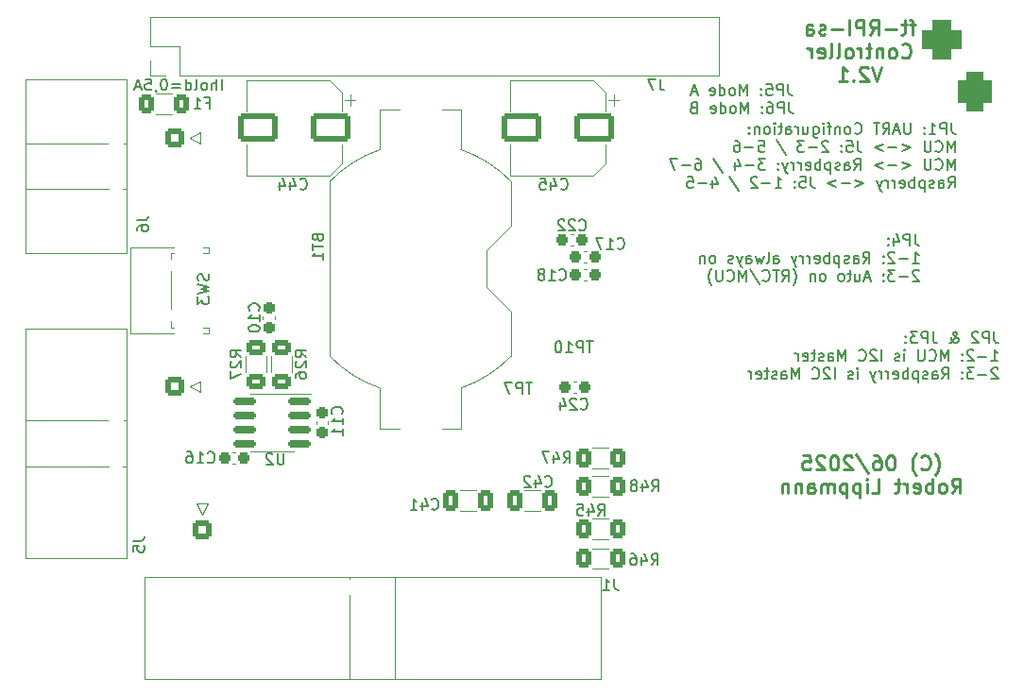
<source format=gbo>
G04 #@! TF.GenerationSoftware,KiCad,Pcbnew,9.0.2*
G04 #@! TF.CreationDate,2025-06-09T18:33:26+02:00*
G04 #@! TF.ProjectId,RPI-Electronics_V2.1,5250492d-456c-4656-9374-726f6e696373,rev?*
G04 #@! TF.SameCoordinates,Original*
G04 #@! TF.FileFunction,Legend,Bot*
G04 #@! TF.FilePolarity,Positive*
%FSLAX46Y46*%
G04 Gerber Fmt 4.6, Leading zero omitted, Abs format (unit mm)*
G04 Created by KiCad (PCBNEW 9.0.2) date 2025-06-09 18:33:26*
%MOMM*%
%LPD*%
G01*
G04 APERTURE LIST*
G04 Aperture macros list*
%AMRoundRect*
0 Rectangle with rounded corners*
0 $1 Rounding radius*
0 $2 $3 $4 $5 $6 $7 $8 $9 X,Y pos of 4 corners*
0 Add a 4 corners polygon primitive as box body*
4,1,4,$2,$3,$4,$5,$6,$7,$8,$9,$2,$3,0*
0 Add four circle primitives for the rounded corners*
1,1,$1+$1,$2,$3*
1,1,$1+$1,$4,$5*
1,1,$1+$1,$6,$7*
1,1,$1+$1,$8,$9*
0 Add four rect primitives between the rounded corners*
20,1,$1+$1,$2,$3,$4,$5,0*
20,1,$1+$1,$4,$5,$6,$7,0*
20,1,$1+$1,$6,$7,$8,$9,0*
20,1,$1+$1,$8,$9,$2,$3,0*%
G04 Aperture macros list end*
%ADD10C,0.250000*%
%ADD11C,0.200000*%
%ADD12C,0.150000*%
%ADD13C,0.120000*%
%ADD14R,3.500000X3.500000*%
%ADD15RoundRect,0.750000X0.750000X1.000000X-0.750000X1.000000X-0.750000X-1.000000X0.750000X-1.000000X0*%
%ADD16RoundRect,0.875000X0.875000X0.875000X-0.875000X0.875000X-0.875000X-0.875000X0.875000X-0.875000X0*%
%ADD17R,1.350000X1.350000*%
%ADD18O,1.350000X1.350000*%
%ADD19C,1.800000*%
%ADD20C,2.340000*%
%ADD21R,1.600000X2.400000*%
%ADD22C,1.524000*%
%ADD23O,1.600000X2.400000*%
%ADD24R,1.800000X1.800000*%
%ADD25C,2.700000*%
%ADD26R,1.700000X1.700000*%
%ADD27C,1.700000*%
%ADD28RoundRect,0.237500X0.300000X0.237500X-0.300000X0.237500X-0.300000X-0.237500X0.300000X-0.237500X0*%
%ADD29R,3.510000X2.540000*%
%ADD30RoundRect,0.237500X-0.300000X-0.237500X0.300000X-0.237500X0.300000X0.237500X-0.300000X0.237500X0*%
%ADD31RoundRect,0.250000X0.600000X0.600000X-0.600000X0.600000X-0.600000X-0.600000X0.600000X-0.600000X0*%
%ADD32O,1.700000X1.700000*%
%ADD33C,2.100000*%
%ADD34C,1.750000*%
%ADD35RoundRect,0.237500X-0.237500X0.300000X-0.237500X-0.300000X0.237500X-0.300000X0.237500X0.300000X0*%
%ADD36RoundRect,0.150000X0.825000X0.150000X-0.825000X0.150000X-0.825000X-0.150000X0.825000X-0.150000X0*%
%ADD37RoundRect,0.250000X-0.625000X0.400000X-0.625000X-0.400000X0.625000X-0.400000X0.625000X0.400000X0*%
%ADD38RoundRect,0.250000X0.625000X-0.400000X0.625000X0.400000X-0.625000X0.400000X-0.625000X-0.400000X0*%
%ADD39RoundRect,0.250000X-0.400000X-0.625000X0.400000X-0.625000X0.400000X0.625000X-0.400000X0.625000X0*%
%ADD40RoundRect,0.250000X-0.412500X-0.650000X0.412500X-0.650000X0.412500X0.650000X-0.412500X0.650000X0*%
%ADD41RoundRect,0.250000X-0.600000X0.600000X-0.600000X-0.600000X0.600000X-0.600000X0.600000X0.600000X0*%
%ADD42RoundRect,0.250000X1.500000X1.000000X-1.500000X1.000000X-1.500000X-1.000000X1.500000X-1.000000X0*%
%ADD43C,0.800000*%
%ADD44RoundRect,0.250000X0.400000X0.625000X-0.400000X0.625000X-0.400000X-0.625000X0.400000X-0.625000X0*%
G04 APERTURE END LIST*
D10*
X214506589Y-100368179D02*
X214568494Y-100306275D01*
X214568494Y-100306275D02*
X214692303Y-100120560D01*
X214692303Y-100120560D02*
X214754208Y-99996751D01*
X214754208Y-99996751D02*
X214816113Y-99811037D01*
X214816113Y-99811037D02*
X214878018Y-99501513D01*
X214878018Y-99501513D02*
X214878018Y-99253894D01*
X214878018Y-99253894D02*
X214816113Y-98944370D01*
X214816113Y-98944370D02*
X214754208Y-98758656D01*
X214754208Y-98758656D02*
X214692303Y-98634846D01*
X214692303Y-98634846D02*
X214568494Y-98449132D01*
X214568494Y-98449132D02*
X214506589Y-98387227D01*
X213268494Y-99749132D02*
X213330398Y-99811037D01*
X213330398Y-99811037D02*
X213516113Y-99872941D01*
X213516113Y-99872941D02*
X213639922Y-99872941D01*
X213639922Y-99872941D02*
X213825636Y-99811037D01*
X213825636Y-99811037D02*
X213949446Y-99687227D01*
X213949446Y-99687227D02*
X214011351Y-99563417D01*
X214011351Y-99563417D02*
X214073255Y-99315798D01*
X214073255Y-99315798D02*
X214073255Y-99130084D01*
X214073255Y-99130084D02*
X214011351Y-98882465D01*
X214011351Y-98882465D02*
X213949446Y-98758656D01*
X213949446Y-98758656D02*
X213825636Y-98634846D01*
X213825636Y-98634846D02*
X213639922Y-98572941D01*
X213639922Y-98572941D02*
X213516113Y-98572941D01*
X213516113Y-98572941D02*
X213330398Y-98634846D01*
X213330398Y-98634846D02*
X213268494Y-98696751D01*
X212835160Y-100368179D02*
X212773255Y-100306275D01*
X212773255Y-100306275D02*
X212649446Y-100120560D01*
X212649446Y-100120560D02*
X212587541Y-99996751D01*
X212587541Y-99996751D02*
X212525636Y-99811037D01*
X212525636Y-99811037D02*
X212463732Y-99501513D01*
X212463732Y-99501513D02*
X212463732Y-99253894D01*
X212463732Y-99253894D02*
X212525636Y-98944370D01*
X212525636Y-98944370D02*
X212587541Y-98758656D01*
X212587541Y-98758656D02*
X212649446Y-98634846D01*
X212649446Y-98634846D02*
X212773255Y-98449132D01*
X212773255Y-98449132D02*
X212835160Y-98387227D01*
X210606589Y-98572941D02*
X210482779Y-98572941D01*
X210482779Y-98572941D02*
X210358970Y-98634846D01*
X210358970Y-98634846D02*
X210297065Y-98696751D01*
X210297065Y-98696751D02*
X210235160Y-98820560D01*
X210235160Y-98820560D02*
X210173255Y-99068179D01*
X210173255Y-99068179D02*
X210173255Y-99377703D01*
X210173255Y-99377703D02*
X210235160Y-99625322D01*
X210235160Y-99625322D02*
X210297065Y-99749132D01*
X210297065Y-99749132D02*
X210358970Y-99811037D01*
X210358970Y-99811037D02*
X210482779Y-99872941D01*
X210482779Y-99872941D02*
X210606589Y-99872941D01*
X210606589Y-99872941D02*
X210730398Y-99811037D01*
X210730398Y-99811037D02*
X210792303Y-99749132D01*
X210792303Y-99749132D02*
X210854208Y-99625322D01*
X210854208Y-99625322D02*
X210916112Y-99377703D01*
X210916112Y-99377703D02*
X210916112Y-99068179D01*
X210916112Y-99068179D02*
X210854208Y-98820560D01*
X210854208Y-98820560D02*
X210792303Y-98696751D01*
X210792303Y-98696751D02*
X210730398Y-98634846D01*
X210730398Y-98634846D02*
X210606589Y-98572941D01*
X209058970Y-98572941D02*
X209306589Y-98572941D01*
X209306589Y-98572941D02*
X209430398Y-98634846D01*
X209430398Y-98634846D02*
X209492303Y-98696751D01*
X209492303Y-98696751D02*
X209616113Y-98882465D01*
X209616113Y-98882465D02*
X209678017Y-99130084D01*
X209678017Y-99130084D02*
X209678017Y-99625322D01*
X209678017Y-99625322D02*
X209616113Y-99749132D01*
X209616113Y-99749132D02*
X209554208Y-99811037D01*
X209554208Y-99811037D02*
X209430398Y-99872941D01*
X209430398Y-99872941D02*
X209182779Y-99872941D01*
X209182779Y-99872941D02*
X209058970Y-99811037D01*
X209058970Y-99811037D02*
X208997065Y-99749132D01*
X208997065Y-99749132D02*
X208935160Y-99625322D01*
X208935160Y-99625322D02*
X208935160Y-99315798D01*
X208935160Y-99315798D02*
X208997065Y-99191989D01*
X208997065Y-99191989D02*
X209058970Y-99130084D01*
X209058970Y-99130084D02*
X209182779Y-99068179D01*
X209182779Y-99068179D02*
X209430398Y-99068179D01*
X209430398Y-99068179D02*
X209554208Y-99130084D01*
X209554208Y-99130084D02*
X209616113Y-99191989D01*
X209616113Y-99191989D02*
X209678017Y-99315798D01*
X207449446Y-98511037D02*
X208563732Y-100182465D01*
X207078017Y-98696751D02*
X207016113Y-98634846D01*
X207016113Y-98634846D02*
X206892303Y-98572941D01*
X206892303Y-98572941D02*
X206582779Y-98572941D01*
X206582779Y-98572941D02*
X206458970Y-98634846D01*
X206458970Y-98634846D02*
X206397065Y-98696751D01*
X206397065Y-98696751D02*
X206335160Y-98820560D01*
X206335160Y-98820560D02*
X206335160Y-98944370D01*
X206335160Y-98944370D02*
X206397065Y-99130084D01*
X206397065Y-99130084D02*
X207139922Y-99872941D01*
X207139922Y-99872941D02*
X206335160Y-99872941D01*
X205530399Y-98572941D02*
X205406589Y-98572941D01*
X205406589Y-98572941D02*
X205282780Y-98634846D01*
X205282780Y-98634846D02*
X205220875Y-98696751D01*
X205220875Y-98696751D02*
X205158970Y-98820560D01*
X205158970Y-98820560D02*
X205097065Y-99068179D01*
X205097065Y-99068179D02*
X205097065Y-99377703D01*
X205097065Y-99377703D02*
X205158970Y-99625322D01*
X205158970Y-99625322D02*
X205220875Y-99749132D01*
X205220875Y-99749132D02*
X205282780Y-99811037D01*
X205282780Y-99811037D02*
X205406589Y-99872941D01*
X205406589Y-99872941D02*
X205530399Y-99872941D01*
X205530399Y-99872941D02*
X205654208Y-99811037D01*
X205654208Y-99811037D02*
X205716113Y-99749132D01*
X205716113Y-99749132D02*
X205778018Y-99625322D01*
X205778018Y-99625322D02*
X205839922Y-99377703D01*
X205839922Y-99377703D02*
X205839922Y-99068179D01*
X205839922Y-99068179D02*
X205778018Y-98820560D01*
X205778018Y-98820560D02*
X205716113Y-98696751D01*
X205716113Y-98696751D02*
X205654208Y-98634846D01*
X205654208Y-98634846D02*
X205530399Y-98572941D01*
X204601827Y-98696751D02*
X204539923Y-98634846D01*
X204539923Y-98634846D02*
X204416113Y-98572941D01*
X204416113Y-98572941D02*
X204106589Y-98572941D01*
X204106589Y-98572941D02*
X203982780Y-98634846D01*
X203982780Y-98634846D02*
X203920875Y-98696751D01*
X203920875Y-98696751D02*
X203858970Y-98820560D01*
X203858970Y-98820560D02*
X203858970Y-98944370D01*
X203858970Y-98944370D02*
X203920875Y-99130084D01*
X203920875Y-99130084D02*
X204663732Y-99872941D01*
X204663732Y-99872941D02*
X203858970Y-99872941D01*
X202682780Y-98572941D02*
X203301828Y-98572941D01*
X203301828Y-98572941D02*
X203363732Y-99191989D01*
X203363732Y-99191989D02*
X203301828Y-99130084D01*
X203301828Y-99130084D02*
X203178018Y-99068179D01*
X203178018Y-99068179D02*
X202868494Y-99068179D01*
X202868494Y-99068179D02*
X202744685Y-99130084D01*
X202744685Y-99130084D02*
X202682780Y-99191989D01*
X202682780Y-99191989D02*
X202620875Y-99315798D01*
X202620875Y-99315798D02*
X202620875Y-99625322D01*
X202620875Y-99625322D02*
X202682780Y-99749132D01*
X202682780Y-99749132D02*
X202744685Y-99811037D01*
X202744685Y-99811037D02*
X202868494Y-99872941D01*
X202868494Y-99872941D02*
X203178018Y-99872941D01*
X203178018Y-99872941D02*
X203301828Y-99811037D01*
X203301828Y-99811037D02*
X203363732Y-99749132D01*
X216023255Y-101965868D02*
X216456588Y-101346821D01*
X216766112Y-101965868D02*
X216766112Y-100665868D01*
X216766112Y-100665868D02*
X216270874Y-100665868D01*
X216270874Y-100665868D02*
X216147064Y-100727773D01*
X216147064Y-100727773D02*
X216085159Y-100789678D01*
X216085159Y-100789678D02*
X216023255Y-100913487D01*
X216023255Y-100913487D02*
X216023255Y-101099202D01*
X216023255Y-101099202D02*
X216085159Y-101223011D01*
X216085159Y-101223011D02*
X216147064Y-101284916D01*
X216147064Y-101284916D02*
X216270874Y-101346821D01*
X216270874Y-101346821D02*
X216766112Y-101346821D01*
X215280397Y-101965868D02*
X215404207Y-101903964D01*
X215404207Y-101903964D02*
X215466112Y-101842059D01*
X215466112Y-101842059D02*
X215528016Y-101718249D01*
X215528016Y-101718249D02*
X215528016Y-101346821D01*
X215528016Y-101346821D02*
X215466112Y-101223011D01*
X215466112Y-101223011D02*
X215404207Y-101161106D01*
X215404207Y-101161106D02*
X215280397Y-101099202D01*
X215280397Y-101099202D02*
X215094683Y-101099202D01*
X215094683Y-101099202D02*
X214970874Y-101161106D01*
X214970874Y-101161106D02*
X214908969Y-101223011D01*
X214908969Y-101223011D02*
X214847064Y-101346821D01*
X214847064Y-101346821D02*
X214847064Y-101718249D01*
X214847064Y-101718249D02*
X214908969Y-101842059D01*
X214908969Y-101842059D02*
X214970874Y-101903964D01*
X214970874Y-101903964D02*
X215094683Y-101965868D01*
X215094683Y-101965868D02*
X215280397Y-101965868D01*
X214289922Y-101965868D02*
X214289922Y-100665868D01*
X214289922Y-101161106D02*
X214166112Y-101099202D01*
X214166112Y-101099202D02*
X213918493Y-101099202D01*
X213918493Y-101099202D02*
X213794684Y-101161106D01*
X213794684Y-101161106D02*
X213732779Y-101223011D01*
X213732779Y-101223011D02*
X213670874Y-101346821D01*
X213670874Y-101346821D02*
X213670874Y-101718249D01*
X213670874Y-101718249D02*
X213732779Y-101842059D01*
X213732779Y-101842059D02*
X213794684Y-101903964D01*
X213794684Y-101903964D02*
X213918493Y-101965868D01*
X213918493Y-101965868D02*
X214166112Y-101965868D01*
X214166112Y-101965868D02*
X214289922Y-101903964D01*
X212618494Y-101903964D02*
X212742303Y-101965868D01*
X212742303Y-101965868D02*
X212989922Y-101965868D01*
X212989922Y-101965868D02*
X213113732Y-101903964D01*
X213113732Y-101903964D02*
X213175636Y-101780154D01*
X213175636Y-101780154D02*
X213175636Y-101284916D01*
X213175636Y-101284916D02*
X213113732Y-101161106D01*
X213113732Y-101161106D02*
X212989922Y-101099202D01*
X212989922Y-101099202D02*
X212742303Y-101099202D01*
X212742303Y-101099202D02*
X212618494Y-101161106D01*
X212618494Y-101161106D02*
X212556589Y-101284916D01*
X212556589Y-101284916D02*
X212556589Y-101408725D01*
X212556589Y-101408725D02*
X213175636Y-101532535D01*
X211999446Y-101965868D02*
X211999446Y-101099202D01*
X211999446Y-101346821D02*
X211937541Y-101223011D01*
X211937541Y-101223011D02*
X211875636Y-101161106D01*
X211875636Y-101161106D02*
X211751827Y-101099202D01*
X211751827Y-101099202D02*
X211628017Y-101099202D01*
X211380398Y-101099202D02*
X210885160Y-101099202D01*
X211194684Y-100665868D02*
X211194684Y-101780154D01*
X211194684Y-101780154D02*
X211132779Y-101903964D01*
X211132779Y-101903964D02*
X211008969Y-101965868D01*
X211008969Y-101965868D02*
X210885160Y-101965868D01*
X208842303Y-101965868D02*
X209461351Y-101965868D01*
X209461351Y-101965868D02*
X209461351Y-100665868D01*
X208408970Y-101965868D02*
X208408970Y-101099202D01*
X208408970Y-100665868D02*
X208470874Y-100727773D01*
X208470874Y-100727773D02*
X208408970Y-100789678D01*
X208408970Y-100789678D02*
X208347065Y-100727773D01*
X208347065Y-100727773D02*
X208408970Y-100665868D01*
X208408970Y-100665868D02*
X208408970Y-100789678D01*
X207789922Y-101099202D02*
X207789922Y-102399202D01*
X207789922Y-101161106D02*
X207666112Y-101099202D01*
X207666112Y-101099202D02*
X207418493Y-101099202D01*
X207418493Y-101099202D02*
X207294684Y-101161106D01*
X207294684Y-101161106D02*
X207232779Y-101223011D01*
X207232779Y-101223011D02*
X207170874Y-101346821D01*
X207170874Y-101346821D02*
X207170874Y-101718249D01*
X207170874Y-101718249D02*
X207232779Y-101842059D01*
X207232779Y-101842059D02*
X207294684Y-101903964D01*
X207294684Y-101903964D02*
X207418493Y-101965868D01*
X207418493Y-101965868D02*
X207666112Y-101965868D01*
X207666112Y-101965868D02*
X207789922Y-101903964D01*
X206613732Y-101099202D02*
X206613732Y-102399202D01*
X206613732Y-101161106D02*
X206489922Y-101099202D01*
X206489922Y-101099202D02*
X206242303Y-101099202D01*
X206242303Y-101099202D02*
X206118494Y-101161106D01*
X206118494Y-101161106D02*
X206056589Y-101223011D01*
X206056589Y-101223011D02*
X205994684Y-101346821D01*
X205994684Y-101346821D02*
X205994684Y-101718249D01*
X205994684Y-101718249D02*
X206056589Y-101842059D01*
X206056589Y-101842059D02*
X206118494Y-101903964D01*
X206118494Y-101903964D02*
X206242303Y-101965868D01*
X206242303Y-101965868D02*
X206489922Y-101965868D01*
X206489922Y-101965868D02*
X206613732Y-101903964D01*
X205437542Y-101965868D02*
X205437542Y-101099202D01*
X205437542Y-101223011D02*
X205375637Y-101161106D01*
X205375637Y-101161106D02*
X205251827Y-101099202D01*
X205251827Y-101099202D02*
X205066113Y-101099202D01*
X205066113Y-101099202D02*
X204942304Y-101161106D01*
X204942304Y-101161106D02*
X204880399Y-101284916D01*
X204880399Y-101284916D02*
X204880399Y-101965868D01*
X204880399Y-101284916D02*
X204818494Y-101161106D01*
X204818494Y-101161106D02*
X204694685Y-101099202D01*
X204694685Y-101099202D02*
X204508970Y-101099202D01*
X204508970Y-101099202D02*
X204385161Y-101161106D01*
X204385161Y-101161106D02*
X204323256Y-101284916D01*
X204323256Y-101284916D02*
X204323256Y-101965868D01*
X203147066Y-101965868D02*
X203147066Y-101284916D01*
X203147066Y-101284916D02*
X203208971Y-101161106D01*
X203208971Y-101161106D02*
X203332780Y-101099202D01*
X203332780Y-101099202D02*
X203580399Y-101099202D01*
X203580399Y-101099202D02*
X203704209Y-101161106D01*
X203147066Y-101903964D02*
X203270875Y-101965868D01*
X203270875Y-101965868D02*
X203580399Y-101965868D01*
X203580399Y-101965868D02*
X203704209Y-101903964D01*
X203704209Y-101903964D02*
X203766113Y-101780154D01*
X203766113Y-101780154D02*
X203766113Y-101656344D01*
X203766113Y-101656344D02*
X203704209Y-101532535D01*
X203704209Y-101532535D02*
X203580399Y-101470630D01*
X203580399Y-101470630D02*
X203270875Y-101470630D01*
X203270875Y-101470630D02*
X203147066Y-101408725D01*
X202528019Y-101099202D02*
X202528019Y-101965868D01*
X202528019Y-101223011D02*
X202466114Y-101161106D01*
X202466114Y-101161106D02*
X202342304Y-101099202D01*
X202342304Y-101099202D02*
X202156590Y-101099202D01*
X202156590Y-101099202D02*
X202032781Y-101161106D01*
X202032781Y-101161106D02*
X201970876Y-101284916D01*
X201970876Y-101284916D02*
X201970876Y-101965868D01*
X201351829Y-101099202D02*
X201351829Y-101965868D01*
X201351829Y-101223011D02*
X201289924Y-101161106D01*
X201289924Y-101161106D02*
X201166114Y-101099202D01*
X201166114Y-101099202D02*
X200980400Y-101099202D01*
X200980400Y-101099202D02*
X200856591Y-101161106D01*
X200856591Y-101161106D02*
X200794686Y-101284916D01*
X200794686Y-101284916D02*
X200794686Y-101965868D01*
D11*
X219809012Y-87505275D02*
X219809012Y-88219560D01*
X219809012Y-88219560D02*
X219856631Y-88362417D01*
X219856631Y-88362417D02*
X219951869Y-88457656D01*
X219951869Y-88457656D02*
X220094726Y-88505275D01*
X220094726Y-88505275D02*
X220189964Y-88505275D01*
X219332821Y-88505275D02*
X219332821Y-87505275D01*
X219332821Y-87505275D02*
X218951869Y-87505275D01*
X218951869Y-87505275D02*
X218856631Y-87552894D01*
X218856631Y-87552894D02*
X218809012Y-87600513D01*
X218809012Y-87600513D02*
X218761393Y-87695751D01*
X218761393Y-87695751D02*
X218761393Y-87838608D01*
X218761393Y-87838608D02*
X218809012Y-87933846D01*
X218809012Y-87933846D02*
X218856631Y-87981465D01*
X218856631Y-87981465D02*
X218951869Y-88029084D01*
X218951869Y-88029084D02*
X219332821Y-88029084D01*
X218380440Y-87600513D02*
X218332821Y-87552894D01*
X218332821Y-87552894D02*
X218237583Y-87505275D01*
X218237583Y-87505275D02*
X217999488Y-87505275D01*
X217999488Y-87505275D02*
X217904250Y-87552894D01*
X217904250Y-87552894D02*
X217856631Y-87600513D01*
X217856631Y-87600513D02*
X217809012Y-87695751D01*
X217809012Y-87695751D02*
X217809012Y-87790989D01*
X217809012Y-87790989D02*
X217856631Y-87933846D01*
X217856631Y-87933846D02*
X218428059Y-88505275D01*
X218428059Y-88505275D02*
X217809012Y-88505275D01*
X215809011Y-88505275D02*
X215856631Y-88505275D01*
X215856631Y-88505275D02*
X215951869Y-88457656D01*
X215951869Y-88457656D02*
X216094726Y-88314798D01*
X216094726Y-88314798D02*
X216332821Y-88029084D01*
X216332821Y-88029084D02*
X216428059Y-87886227D01*
X216428059Y-87886227D02*
X216475678Y-87743370D01*
X216475678Y-87743370D02*
X216475678Y-87648132D01*
X216475678Y-87648132D02*
X216428059Y-87552894D01*
X216428059Y-87552894D02*
X216332821Y-87505275D01*
X216332821Y-87505275D02*
X216285202Y-87505275D01*
X216285202Y-87505275D02*
X216189964Y-87552894D01*
X216189964Y-87552894D02*
X216142345Y-87648132D01*
X216142345Y-87648132D02*
X216142345Y-87695751D01*
X216142345Y-87695751D02*
X216189964Y-87790989D01*
X216189964Y-87790989D02*
X216237583Y-87838608D01*
X216237583Y-87838608D02*
X216523297Y-88029084D01*
X216523297Y-88029084D02*
X216570916Y-88076703D01*
X216570916Y-88076703D02*
X216618535Y-88171941D01*
X216618535Y-88171941D02*
X216618535Y-88314798D01*
X216618535Y-88314798D02*
X216570916Y-88410036D01*
X216570916Y-88410036D02*
X216523297Y-88457656D01*
X216523297Y-88457656D02*
X216428059Y-88505275D01*
X216428059Y-88505275D02*
X216285202Y-88505275D01*
X216285202Y-88505275D02*
X216189964Y-88457656D01*
X216189964Y-88457656D02*
X216142345Y-88410036D01*
X216142345Y-88410036D02*
X215999488Y-88219560D01*
X215999488Y-88219560D02*
X215951869Y-88076703D01*
X215951869Y-88076703D02*
X215951869Y-87981465D01*
X214332821Y-87505275D02*
X214332821Y-88219560D01*
X214332821Y-88219560D02*
X214380440Y-88362417D01*
X214380440Y-88362417D02*
X214475678Y-88457656D01*
X214475678Y-88457656D02*
X214618535Y-88505275D01*
X214618535Y-88505275D02*
X214713773Y-88505275D01*
X213856630Y-88505275D02*
X213856630Y-87505275D01*
X213856630Y-87505275D02*
X213475678Y-87505275D01*
X213475678Y-87505275D02*
X213380440Y-87552894D01*
X213380440Y-87552894D02*
X213332821Y-87600513D01*
X213332821Y-87600513D02*
X213285202Y-87695751D01*
X213285202Y-87695751D02*
X213285202Y-87838608D01*
X213285202Y-87838608D02*
X213332821Y-87933846D01*
X213332821Y-87933846D02*
X213380440Y-87981465D01*
X213380440Y-87981465D02*
X213475678Y-88029084D01*
X213475678Y-88029084D02*
X213856630Y-88029084D01*
X212951868Y-87505275D02*
X212332821Y-87505275D01*
X212332821Y-87505275D02*
X212666154Y-87886227D01*
X212666154Y-87886227D02*
X212523297Y-87886227D01*
X212523297Y-87886227D02*
X212428059Y-87933846D01*
X212428059Y-87933846D02*
X212380440Y-87981465D01*
X212380440Y-87981465D02*
X212332821Y-88076703D01*
X212332821Y-88076703D02*
X212332821Y-88314798D01*
X212332821Y-88314798D02*
X212380440Y-88410036D01*
X212380440Y-88410036D02*
X212428059Y-88457656D01*
X212428059Y-88457656D02*
X212523297Y-88505275D01*
X212523297Y-88505275D02*
X212809011Y-88505275D01*
X212809011Y-88505275D02*
X212904249Y-88457656D01*
X212904249Y-88457656D02*
X212951868Y-88410036D01*
X211904249Y-88410036D02*
X211856630Y-88457656D01*
X211856630Y-88457656D02*
X211904249Y-88505275D01*
X211904249Y-88505275D02*
X211951868Y-88457656D01*
X211951868Y-88457656D02*
X211904249Y-88410036D01*
X211904249Y-88410036D02*
X211904249Y-88505275D01*
X211904249Y-87886227D02*
X211856630Y-87933846D01*
X211856630Y-87933846D02*
X211904249Y-87981465D01*
X211904249Y-87981465D02*
X211951868Y-87933846D01*
X211951868Y-87933846D02*
X211904249Y-87886227D01*
X211904249Y-87886227D02*
X211904249Y-87981465D01*
X219570917Y-90115219D02*
X220142345Y-90115219D01*
X219856631Y-90115219D02*
X219856631Y-89115219D01*
X219856631Y-89115219D02*
X219951869Y-89258076D01*
X219951869Y-89258076D02*
X220047107Y-89353314D01*
X220047107Y-89353314D02*
X220142345Y-89400933D01*
X219142345Y-89734266D02*
X218380441Y-89734266D01*
X217951869Y-89210457D02*
X217904250Y-89162838D01*
X217904250Y-89162838D02*
X217809012Y-89115219D01*
X217809012Y-89115219D02*
X217570917Y-89115219D01*
X217570917Y-89115219D02*
X217475679Y-89162838D01*
X217475679Y-89162838D02*
X217428060Y-89210457D01*
X217428060Y-89210457D02*
X217380441Y-89305695D01*
X217380441Y-89305695D02*
X217380441Y-89400933D01*
X217380441Y-89400933D02*
X217428060Y-89543790D01*
X217428060Y-89543790D02*
X217999488Y-90115219D01*
X217999488Y-90115219D02*
X217380441Y-90115219D01*
X216951869Y-90019980D02*
X216904250Y-90067600D01*
X216904250Y-90067600D02*
X216951869Y-90115219D01*
X216951869Y-90115219D02*
X216999488Y-90067600D01*
X216999488Y-90067600D02*
X216951869Y-90019980D01*
X216951869Y-90019980D02*
X216951869Y-90115219D01*
X216951869Y-89496171D02*
X216904250Y-89543790D01*
X216904250Y-89543790D02*
X216951869Y-89591409D01*
X216951869Y-89591409D02*
X216999488Y-89543790D01*
X216999488Y-89543790D02*
X216951869Y-89496171D01*
X216951869Y-89496171D02*
X216951869Y-89591409D01*
X215713774Y-90115219D02*
X215713774Y-89115219D01*
X215713774Y-89115219D02*
X215380441Y-89829504D01*
X215380441Y-89829504D02*
X215047108Y-89115219D01*
X215047108Y-89115219D02*
X215047108Y-90115219D01*
X213999489Y-90019980D02*
X214047108Y-90067600D01*
X214047108Y-90067600D02*
X214189965Y-90115219D01*
X214189965Y-90115219D02*
X214285203Y-90115219D01*
X214285203Y-90115219D02*
X214428060Y-90067600D01*
X214428060Y-90067600D02*
X214523298Y-89972361D01*
X214523298Y-89972361D02*
X214570917Y-89877123D01*
X214570917Y-89877123D02*
X214618536Y-89686647D01*
X214618536Y-89686647D02*
X214618536Y-89543790D01*
X214618536Y-89543790D02*
X214570917Y-89353314D01*
X214570917Y-89353314D02*
X214523298Y-89258076D01*
X214523298Y-89258076D02*
X214428060Y-89162838D01*
X214428060Y-89162838D02*
X214285203Y-89115219D01*
X214285203Y-89115219D02*
X214189965Y-89115219D01*
X214189965Y-89115219D02*
X214047108Y-89162838D01*
X214047108Y-89162838D02*
X213999489Y-89210457D01*
X213570917Y-89115219D02*
X213570917Y-89924742D01*
X213570917Y-89924742D02*
X213523298Y-90019980D01*
X213523298Y-90019980D02*
X213475679Y-90067600D01*
X213475679Y-90067600D02*
X213380441Y-90115219D01*
X213380441Y-90115219D02*
X213189965Y-90115219D01*
X213189965Y-90115219D02*
X213094727Y-90067600D01*
X213094727Y-90067600D02*
X213047108Y-90019980D01*
X213047108Y-90019980D02*
X212999489Y-89924742D01*
X212999489Y-89924742D02*
X212999489Y-89115219D01*
X211761393Y-90115219D02*
X211761393Y-89448552D01*
X211761393Y-89115219D02*
X211809012Y-89162838D01*
X211809012Y-89162838D02*
X211761393Y-89210457D01*
X211761393Y-89210457D02*
X211713774Y-89162838D01*
X211713774Y-89162838D02*
X211761393Y-89115219D01*
X211761393Y-89115219D02*
X211761393Y-89210457D01*
X211332822Y-90067600D02*
X211237584Y-90115219D01*
X211237584Y-90115219D02*
X211047108Y-90115219D01*
X211047108Y-90115219D02*
X210951870Y-90067600D01*
X210951870Y-90067600D02*
X210904251Y-89972361D01*
X210904251Y-89972361D02*
X210904251Y-89924742D01*
X210904251Y-89924742D02*
X210951870Y-89829504D01*
X210951870Y-89829504D02*
X211047108Y-89781885D01*
X211047108Y-89781885D02*
X211189965Y-89781885D01*
X211189965Y-89781885D02*
X211285203Y-89734266D01*
X211285203Y-89734266D02*
X211332822Y-89639028D01*
X211332822Y-89639028D02*
X211332822Y-89591409D01*
X211332822Y-89591409D02*
X211285203Y-89496171D01*
X211285203Y-89496171D02*
X211189965Y-89448552D01*
X211189965Y-89448552D02*
X211047108Y-89448552D01*
X211047108Y-89448552D02*
X210951870Y-89496171D01*
X209713774Y-90115219D02*
X209713774Y-89115219D01*
X209285203Y-89210457D02*
X209237584Y-89162838D01*
X209237584Y-89162838D02*
X209142346Y-89115219D01*
X209142346Y-89115219D02*
X208904251Y-89115219D01*
X208904251Y-89115219D02*
X208809013Y-89162838D01*
X208809013Y-89162838D02*
X208761394Y-89210457D01*
X208761394Y-89210457D02*
X208713775Y-89305695D01*
X208713775Y-89305695D02*
X208713775Y-89400933D01*
X208713775Y-89400933D02*
X208761394Y-89543790D01*
X208761394Y-89543790D02*
X209332822Y-90115219D01*
X209332822Y-90115219D02*
X208713775Y-90115219D01*
X207713775Y-90019980D02*
X207761394Y-90067600D01*
X207761394Y-90067600D02*
X207904251Y-90115219D01*
X207904251Y-90115219D02*
X207999489Y-90115219D01*
X207999489Y-90115219D02*
X208142346Y-90067600D01*
X208142346Y-90067600D02*
X208237584Y-89972361D01*
X208237584Y-89972361D02*
X208285203Y-89877123D01*
X208285203Y-89877123D02*
X208332822Y-89686647D01*
X208332822Y-89686647D02*
X208332822Y-89543790D01*
X208332822Y-89543790D02*
X208285203Y-89353314D01*
X208285203Y-89353314D02*
X208237584Y-89258076D01*
X208237584Y-89258076D02*
X208142346Y-89162838D01*
X208142346Y-89162838D02*
X207999489Y-89115219D01*
X207999489Y-89115219D02*
X207904251Y-89115219D01*
X207904251Y-89115219D02*
X207761394Y-89162838D01*
X207761394Y-89162838D02*
X207713775Y-89210457D01*
X206523298Y-90115219D02*
X206523298Y-89115219D01*
X206523298Y-89115219D02*
X206189965Y-89829504D01*
X206189965Y-89829504D02*
X205856632Y-89115219D01*
X205856632Y-89115219D02*
X205856632Y-90115219D01*
X204951870Y-90115219D02*
X204951870Y-89591409D01*
X204951870Y-89591409D02*
X204999489Y-89496171D01*
X204999489Y-89496171D02*
X205094727Y-89448552D01*
X205094727Y-89448552D02*
X205285203Y-89448552D01*
X205285203Y-89448552D02*
X205380441Y-89496171D01*
X204951870Y-90067600D02*
X205047108Y-90115219D01*
X205047108Y-90115219D02*
X205285203Y-90115219D01*
X205285203Y-90115219D02*
X205380441Y-90067600D01*
X205380441Y-90067600D02*
X205428060Y-89972361D01*
X205428060Y-89972361D02*
X205428060Y-89877123D01*
X205428060Y-89877123D02*
X205380441Y-89781885D01*
X205380441Y-89781885D02*
X205285203Y-89734266D01*
X205285203Y-89734266D02*
X205047108Y-89734266D01*
X205047108Y-89734266D02*
X204951870Y-89686647D01*
X204523298Y-90067600D02*
X204428060Y-90115219D01*
X204428060Y-90115219D02*
X204237584Y-90115219D01*
X204237584Y-90115219D02*
X204142346Y-90067600D01*
X204142346Y-90067600D02*
X204094727Y-89972361D01*
X204094727Y-89972361D02*
X204094727Y-89924742D01*
X204094727Y-89924742D02*
X204142346Y-89829504D01*
X204142346Y-89829504D02*
X204237584Y-89781885D01*
X204237584Y-89781885D02*
X204380441Y-89781885D01*
X204380441Y-89781885D02*
X204475679Y-89734266D01*
X204475679Y-89734266D02*
X204523298Y-89639028D01*
X204523298Y-89639028D02*
X204523298Y-89591409D01*
X204523298Y-89591409D02*
X204475679Y-89496171D01*
X204475679Y-89496171D02*
X204380441Y-89448552D01*
X204380441Y-89448552D02*
X204237584Y-89448552D01*
X204237584Y-89448552D02*
X204142346Y-89496171D01*
X203809012Y-89448552D02*
X203428060Y-89448552D01*
X203666155Y-89115219D02*
X203666155Y-89972361D01*
X203666155Y-89972361D02*
X203618536Y-90067600D01*
X203618536Y-90067600D02*
X203523298Y-90115219D01*
X203523298Y-90115219D02*
X203428060Y-90115219D01*
X202713774Y-90067600D02*
X202809012Y-90115219D01*
X202809012Y-90115219D02*
X202999488Y-90115219D01*
X202999488Y-90115219D02*
X203094726Y-90067600D01*
X203094726Y-90067600D02*
X203142345Y-89972361D01*
X203142345Y-89972361D02*
X203142345Y-89591409D01*
X203142345Y-89591409D02*
X203094726Y-89496171D01*
X203094726Y-89496171D02*
X202999488Y-89448552D01*
X202999488Y-89448552D02*
X202809012Y-89448552D01*
X202809012Y-89448552D02*
X202713774Y-89496171D01*
X202713774Y-89496171D02*
X202666155Y-89591409D01*
X202666155Y-89591409D02*
X202666155Y-89686647D01*
X202666155Y-89686647D02*
X203142345Y-89781885D01*
X202237583Y-90115219D02*
X202237583Y-89448552D01*
X202237583Y-89639028D02*
X202189964Y-89543790D01*
X202189964Y-89543790D02*
X202142345Y-89496171D01*
X202142345Y-89496171D02*
X202047107Y-89448552D01*
X202047107Y-89448552D02*
X201951869Y-89448552D01*
X220142345Y-90820401D02*
X220094726Y-90772782D01*
X220094726Y-90772782D02*
X219999488Y-90725163D01*
X219999488Y-90725163D02*
X219761393Y-90725163D01*
X219761393Y-90725163D02*
X219666155Y-90772782D01*
X219666155Y-90772782D02*
X219618536Y-90820401D01*
X219618536Y-90820401D02*
X219570917Y-90915639D01*
X219570917Y-90915639D02*
X219570917Y-91010877D01*
X219570917Y-91010877D02*
X219618536Y-91153734D01*
X219618536Y-91153734D02*
X220189964Y-91725163D01*
X220189964Y-91725163D02*
X219570917Y-91725163D01*
X219142345Y-91344210D02*
X218380441Y-91344210D01*
X217999488Y-90725163D02*
X217380441Y-90725163D01*
X217380441Y-90725163D02*
X217713774Y-91106115D01*
X217713774Y-91106115D02*
X217570917Y-91106115D01*
X217570917Y-91106115D02*
X217475679Y-91153734D01*
X217475679Y-91153734D02*
X217428060Y-91201353D01*
X217428060Y-91201353D02*
X217380441Y-91296591D01*
X217380441Y-91296591D02*
X217380441Y-91534686D01*
X217380441Y-91534686D02*
X217428060Y-91629924D01*
X217428060Y-91629924D02*
X217475679Y-91677544D01*
X217475679Y-91677544D02*
X217570917Y-91725163D01*
X217570917Y-91725163D02*
X217856631Y-91725163D01*
X217856631Y-91725163D02*
X217951869Y-91677544D01*
X217951869Y-91677544D02*
X217999488Y-91629924D01*
X216951869Y-91629924D02*
X216904250Y-91677544D01*
X216904250Y-91677544D02*
X216951869Y-91725163D01*
X216951869Y-91725163D02*
X216999488Y-91677544D01*
X216999488Y-91677544D02*
X216951869Y-91629924D01*
X216951869Y-91629924D02*
X216951869Y-91725163D01*
X216951869Y-91106115D02*
X216904250Y-91153734D01*
X216904250Y-91153734D02*
X216951869Y-91201353D01*
X216951869Y-91201353D02*
X216999488Y-91153734D01*
X216999488Y-91153734D02*
X216951869Y-91106115D01*
X216951869Y-91106115D02*
X216951869Y-91201353D01*
X215142346Y-91725163D02*
X215475679Y-91248972D01*
X215713774Y-91725163D02*
X215713774Y-90725163D01*
X215713774Y-90725163D02*
X215332822Y-90725163D01*
X215332822Y-90725163D02*
X215237584Y-90772782D01*
X215237584Y-90772782D02*
X215189965Y-90820401D01*
X215189965Y-90820401D02*
X215142346Y-90915639D01*
X215142346Y-90915639D02*
X215142346Y-91058496D01*
X215142346Y-91058496D02*
X215189965Y-91153734D01*
X215189965Y-91153734D02*
X215237584Y-91201353D01*
X215237584Y-91201353D02*
X215332822Y-91248972D01*
X215332822Y-91248972D02*
X215713774Y-91248972D01*
X214285203Y-91725163D02*
X214285203Y-91201353D01*
X214285203Y-91201353D02*
X214332822Y-91106115D01*
X214332822Y-91106115D02*
X214428060Y-91058496D01*
X214428060Y-91058496D02*
X214618536Y-91058496D01*
X214618536Y-91058496D02*
X214713774Y-91106115D01*
X214285203Y-91677544D02*
X214380441Y-91725163D01*
X214380441Y-91725163D02*
X214618536Y-91725163D01*
X214618536Y-91725163D02*
X214713774Y-91677544D01*
X214713774Y-91677544D02*
X214761393Y-91582305D01*
X214761393Y-91582305D02*
X214761393Y-91487067D01*
X214761393Y-91487067D02*
X214713774Y-91391829D01*
X214713774Y-91391829D02*
X214618536Y-91344210D01*
X214618536Y-91344210D02*
X214380441Y-91344210D01*
X214380441Y-91344210D02*
X214285203Y-91296591D01*
X213856631Y-91677544D02*
X213761393Y-91725163D01*
X213761393Y-91725163D02*
X213570917Y-91725163D01*
X213570917Y-91725163D02*
X213475679Y-91677544D01*
X213475679Y-91677544D02*
X213428060Y-91582305D01*
X213428060Y-91582305D02*
X213428060Y-91534686D01*
X213428060Y-91534686D02*
X213475679Y-91439448D01*
X213475679Y-91439448D02*
X213570917Y-91391829D01*
X213570917Y-91391829D02*
X213713774Y-91391829D01*
X213713774Y-91391829D02*
X213809012Y-91344210D01*
X213809012Y-91344210D02*
X213856631Y-91248972D01*
X213856631Y-91248972D02*
X213856631Y-91201353D01*
X213856631Y-91201353D02*
X213809012Y-91106115D01*
X213809012Y-91106115D02*
X213713774Y-91058496D01*
X213713774Y-91058496D02*
X213570917Y-91058496D01*
X213570917Y-91058496D02*
X213475679Y-91106115D01*
X212999488Y-91058496D02*
X212999488Y-92058496D01*
X212999488Y-91106115D02*
X212904250Y-91058496D01*
X212904250Y-91058496D02*
X212713774Y-91058496D01*
X212713774Y-91058496D02*
X212618536Y-91106115D01*
X212618536Y-91106115D02*
X212570917Y-91153734D01*
X212570917Y-91153734D02*
X212523298Y-91248972D01*
X212523298Y-91248972D02*
X212523298Y-91534686D01*
X212523298Y-91534686D02*
X212570917Y-91629924D01*
X212570917Y-91629924D02*
X212618536Y-91677544D01*
X212618536Y-91677544D02*
X212713774Y-91725163D01*
X212713774Y-91725163D02*
X212904250Y-91725163D01*
X212904250Y-91725163D02*
X212999488Y-91677544D01*
X212094726Y-91725163D02*
X212094726Y-90725163D01*
X212094726Y-91106115D02*
X211999488Y-91058496D01*
X211999488Y-91058496D02*
X211809012Y-91058496D01*
X211809012Y-91058496D02*
X211713774Y-91106115D01*
X211713774Y-91106115D02*
X211666155Y-91153734D01*
X211666155Y-91153734D02*
X211618536Y-91248972D01*
X211618536Y-91248972D02*
X211618536Y-91534686D01*
X211618536Y-91534686D02*
X211666155Y-91629924D01*
X211666155Y-91629924D02*
X211713774Y-91677544D01*
X211713774Y-91677544D02*
X211809012Y-91725163D01*
X211809012Y-91725163D02*
X211999488Y-91725163D01*
X211999488Y-91725163D02*
X212094726Y-91677544D01*
X210809012Y-91677544D02*
X210904250Y-91725163D01*
X210904250Y-91725163D02*
X211094726Y-91725163D01*
X211094726Y-91725163D02*
X211189964Y-91677544D01*
X211189964Y-91677544D02*
X211237583Y-91582305D01*
X211237583Y-91582305D02*
X211237583Y-91201353D01*
X211237583Y-91201353D02*
X211189964Y-91106115D01*
X211189964Y-91106115D02*
X211094726Y-91058496D01*
X211094726Y-91058496D02*
X210904250Y-91058496D01*
X210904250Y-91058496D02*
X210809012Y-91106115D01*
X210809012Y-91106115D02*
X210761393Y-91201353D01*
X210761393Y-91201353D02*
X210761393Y-91296591D01*
X210761393Y-91296591D02*
X211237583Y-91391829D01*
X210332821Y-91725163D02*
X210332821Y-91058496D01*
X210332821Y-91248972D02*
X210285202Y-91153734D01*
X210285202Y-91153734D02*
X210237583Y-91106115D01*
X210237583Y-91106115D02*
X210142345Y-91058496D01*
X210142345Y-91058496D02*
X210047107Y-91058496D01*
X209713773Y-91725163D02*
X209713773Y-91058496D01*
X209713773Y-91248972D02*
X209666154Y-91153734D01*
X209666154Y-91153734D02*
X209618535Y-91106115D01*
X209618535Y-91106115D02*
X209523297Y-91058496D01*
X209523297Y-91058496D02*
X209428059Y-91058496D01*
X209189963Y-91058496D02*
X208951868Y-91725163D01*
X208713773Y-91058496D02*
X208951868Y-91725163D01*
X208951868Y-91725163D02*
X209047106Y-91963258D01*
X209047106Y-91963258D02*
X209094725Y-92010877D01*
X209094725Y-92010877D02*
X209189963Y-92058496D01*
X207570915Y-91725163D02*
X207570915Y-91058496D01*
X207570915Y-90725163D02*
X207618534Y-90772782D01*
X207618534Y-90772782D02*
X207570915Y-90820401D01*
X207570915Y-90820401D02*
X207523296Y-90772782D01*
X207523296Y-90772782D02*
X207570915Y-90725163D01*
X207570915Y-90725163D02*
X207570915Y-90820401D01*
X207142344Y-91677544D02*
X207047106Y-91725163D01*
X207047106Y-91725163D02*
X206856630Y-91725163D01*
X206856630Y-91725163D02*
X206761392Y-91677544D01*
X206761392Y-91677544D02*
X206713773Y-91582305D01*
X206713773Y-91582305D02*
X206713773Y-91534686D01*
X206713773Y-91534686D02*
X206761392Y-91439448D01*
X206761392Y-91439448D02*
X206856630Y-91391829D01*
X206856630Y-91391829D02*
X206999487Y-91391829D01*
X206999487Y-91391829D02*
X207094725Y-91344210D01*
X207094725Y-91344210D02*
X207142344Y-91248972D01*
X207142344Y-91248972D02*
X207142344Y-91201353D01*
X207142344Y-91201353D02*
X207094725Y-91106115D01*
X207094725Y-91106115D02*
X206999487Y-91058496D01*
X206999487Y-91058496D02*
X206856630Y-91058496D01*
X206856630Y-91058496D02*
X206761392Y-91106115D01*
X205523296Y-91725163D02*
X205523296Y-90725163D01*
X205094725Y-90820401D02*
X205047106Y-90772782D01*
X205047106Y-90772782D02*
X204951868Y-90725163D01*
X204951868Y-90725163D02*
X204713773Y-90725163D01*
X204713773Y-90725163D02*
X204618535Y-90772782D01*
X204618535Y-90772782D02*
X204570916Y-90820401D01*
X204570916Y-90820401D02*
X204523297Y-90915639D01*
X204523297Y-90915639D02*
X204523297Y-91010877D01*
X204523297Y-91010877D02*
X204570916Y-91153734D01*
X204570916Y-91153734D02*
X205142344Y-91725163D01*
X205142344Y-91725163D02*
X204523297Y-91725163D01*
X203523297Y-91629924D02*
X203570916Y-91677544D01*
X203570916Y-91677544D02*
X203713773Y-91725163D01*
X203713773Y-91725163D02*
X203809011Y-91725163D01*
X203809011Y-91725163D02*
X203951868Y-91677544D01*
X203951868Y-91677544D02*
X204047106Y-91582305D01*
X204047106Y-91582305D02*
X204094725Y-91487067D01*
X204094725Y-91487067D02*
X204142344Y-91296591D01*
X204142344Y-91296591D02*
X204142344Y-91153734D01*
X204142344Y-91153734D02*
X204094725Y-90963258D01*
X204094725Y-90963258D02*
X204047106Y-90868020D01*
X204047106Y-90868020D02*
X203951868Y-90772782D01*
X203951868Y-90772782D02*
X203809011Y-90725163D01*
X203809011Y-90725163D02*
X203713773Y-90725163D01*
X203713773Y-90725163D02*
X203570916Y-90772782D01*
X203570916Y-90772782D02*
X203523297Y-90820401D01*
X202332820Y-91725163D02*
X202332820Y-90725163D01*
X202332820Y-90725163D02*
X201999487Y-91439448D01*
X201999487Y-91439448D02*
X201666154Y-90725163D01*
X201666154Y-90725163D02*
X201666154Y-91725163D01*
X200761392Y-91725163D02*
X200761392Y-91201353D01*
X200761392Y-91201353D02*
X200809011Y-91106115D01*
X200809011Y-91106115D02*
X200904249Y-91058496D01*
X200904249Y-91058496D02*
X201094725Y-91058496D01*
X201094725Y-91058496D02*
X201189963Y-91106115D01*
X200761392Y-91677544D02*
X200856630Y-91725163D01*
X200856630Y-91725163D02*
X201094725Y-91725163D01*
X201094725Y-91725163D02*
X201189963Y-91677544D01*
X201189963Y-91677544D02*
X201237582Y-91582305D01*
X201237582Y-91582305D02*
X201237582Y-91487067D01*
X201237582Y-91487067D02*
X201189963Y-91391829D01*
X201189963Y-91391829D02*
X201094725Y-91344210D01*
X201094725Y-91344210D02*
X200856630Y-91344210D01*
X200856630Y-91344210D02*
X200761392Y-91296591D01*
X200332820Y-91677544D02*
X200237582Y-91725163D01*
X200237582Y-91725163D02*
X200047106Y-91725163D01*
X200047106Y-91725163D02*
X199951868Y-91677544D01*
X199951868Y-91677544D02*
X199904249Y-91582305D01*
X199904249Y-91582305D02*
X199904249Y-91534686D01*
X199904249Y-91534686D02*
X199951868Y-91439448D01*
X199951868Y-91439448D02*
X200047106Y-91391829D01*
X200047106Y-91391829D02*
X200189963Y-91391829D01*
X200189963Y-91391829D02*
X200285201Y-91344210D01*
X200285201Y-91344210D02*
X200332820Y-91248972D01*
X200332820Y-91248972D02*
X200332820Y-91201353D01*
X200332820Y-91201353D02*
X200285201Y-91106115D01*
X200285201Y-91106115D02*
X200189963Y-91058496D01*
X200189963Y-91058496D02*
X200047106Y-91058496D01*
X200047106Y-91058496D02*
X199951868Y-91106115D01*
X199618534Y-91058496D02*
X199237582Y-91058496D01*
X199475677Y-90725163D02*
X199475677Y-91582305D01*
X199475677Y-91582305D02*
X199428058Y-91677544D01*
X199428058Y-91677544D02*
X199332820Y-91725163D01*
X199332820Y-91725163D02*
X199237582Y-91725163D01*
X198523296Y-91677544D02*
X198618534Y-91725163D01*
X198618534Y-91725163D02*
X198809010Y-91725163D01*
X198809010Y-91725163D02*
X198904248Y-91677544D01*
X198904248Y-91677544D02*
X198951867Y-91582305D01*
X198951867Y-91582305D02*
X198951867Y-91201353D01*
X198951867Y-91201353D02*
X198904248Y-91106115D01*
X198904248Y-91106115D02*
X198809010Y-91058496D01*
X198809010Y-91058496D02*
X198618534Y-91058496D01*
X198618534Y-91058496D02*
X198523296Y-91106115D01*
X198523296Y-91106115D02*
X198475677Y-91201353D01*
X198475677Y-91201353D02*
X198475677Y-91296591D01*
X198475677Y-91296591D02*
X198951867Y-91391829D01*
X198047105Y-91725163D02*
X198047105Y-91058496D01*
X198047105Y-91248972D02*
X197999486Y-91153734D01*
X197999486Y-91153734D02*
X197951867Y-91106115D01*
X197951867Y-91106115D02*
X197856629Y-91058496D01*
X197856629Y-91058496D02*
X197761391Y-91058496D01*
D10*
X212716780Y-59986811D02*
X212221542Y-59986811D01*
X212531066Y-60853477D02*
X212531066Y-59739192D01*
X212531066Y-59739192D02*
X212469161Y-59615382D01*
X212469161Y-59615382D02*
X212345351Y-59553477D01*
X212345351Y-59553477D02*
X212221542Y-59553477D01*
X211973923Y-59986811D02*
X211478685Y-59986811D01*
X211788209Y-59553477D02*
X211788209Y-60667763D01*
X211788209Y-60667763D02*
X211726304Y-60791573D01*
X211726304Y-60791573D02*
X211602494Y-60853477D01*
X211602494Y-60853477D02*
X211478685Y-60853477D01*
X211045352Y-60358239D02*
X210054876Y-60358239D01*
X208692971Y-60853477D02*
X209126304Y-60234430D01*
X209435828Y-60853477D02*
X209435828Y-59553477D01*
X209435828Y-59553477D02*
X208940590Y-59553477D01*
X208940590Y-59553477D02*
X208816780Y-59615382D01*
X208816780Y-59615382D02*
X208754875Y-59677287D01*
X208754875Y-59677287D02*
X208692971Y-59801096D01*
X208692971Y-59801096D02*
X208692971Y-59986811D01*
X208692971Y-59986811D02*
X208754875Y-60110620D01*
X208754875Y-60110620D02*
X208816780Y-60172525D01*
X208816780Y-60172525D02*
X208940590Y-60234430D01*
X208940590Y-60234430D02*
X209435828Y-60234430D01*
X208135828Y-60853477D02*
X208135828Y-59553477D01*
X208135828Y-59553477D02*
X207640590Y-59553477D01*
X207640590Y-59553477D02*
X207516780Y-59615382D01*
X207516780Y-59615382D02*
X207454875Y-59677287D01*
X207454875Y-59677287D02*
X207392971Y-59801096D01*
X207392971Y-59801096D02*
X207392971Y-59986811D01*
X207392971Y-59986811D02*
X207454875Y-60110620D01*
X207454875Y-60110620D02*
X207516780Y-60172525D01*
X207516780Y-60172525D02*
X207640590Y-60234430D01*
X207640590Y-60234430D02*
X208135828Y-60234430D01*
X206835828Y-60853477D02*
X206835828Y-59553477D01*
X206216780Y-60358239D02*
X205226304Y-60358239D01*
X204669160Y-60791573D02*
X204545351Y-60853477D01*
X204545351Y-60853477D02*
X204297732Y-60853477D01*
X204297732Y-60853477D02*
X204173922Y-60791573D01*
X204173922Y-60791573D02*
X204112018Y-60667763D01*
X204112018Y-60667763D02*
X204112018Y-60605858D01*
X204112018Y-60605858D02*
X204173922Y-60482049D01*
X204173922Y-60482049D02*
X204297732Y-60420144D01*
X204297732Y-60420144D02*
X204483446Y-60420144D01*
X204483446Y-60420144D02*
X204607256Y-60358239D01*
X204607256Y-60358239D02*
X204669160Y-60234430D01*
X204669160Y-60234430D02*
X204669160Y-60172525D01*
X204669160Y-60172525D02*
X204607256Y-60048715D01*
X204607256Y-60048715D02*
X204483446Y-59986811D01*
X204483446Y-59986811D02*
X204297732Y-59986811D01*
X204297732Y-59986811D02*
X204173922Y-60048715D01*
X202997732Y-60853477D02*
X202997732Y-60172525D01*
X202997732Y-60172525D02*
X203059637Y-60048715D01*
X203059637Y-60048715D02*
X203183446Y-59986811D01*
X203183446Y-59986811D02*
X203431065Y-59986811D01*
X203431065Y-59986811D02*
X203554875Y-60048715D01*
X202997732Y-60791573D02*
X203121541Y-60853477D01*
X203121541Y-60853477D02*
X203431065Y-60853477D01*
X203431065Y-60853477D02*
X203554875Y-60791573D01*
X203554875Y-60791573D02*
X203616779Y-60667763D01*
X203616779Y-60667763D02*
X203616779Y-60543953D01*
X203616779Y-60543953D02*
X203554875Y-60420144D01*
X203554875Y-60420144D02*
X203431065Y-60358239D01*
X203431065Y-60358239D02*
X203121541Y-60358239D01*
X203121541Y-60358239D02*
X202997732Y-60296334D01*
X211540589Y-62822595D02*
X211602493Y-62884500D01*
X211602493Y-62884500D02*
X211788208Y-62946404D01*
X211788208Y-62946404D02*
X211912017Y-62946404D01*
X211912017Y-62946404D02*
X212097731Y-62884500D01*
X212097731Y-62884500D02*
X212221541Y-62760690D01*
X212221541Y-62760690D02*
X212283446Y-62636880D01*
X212283446Y-62636880D02*
X212345350Y-62389261D01*
X212345350Y-62389261D02*
X212345350Y-62203547D01*
X212345350Y-62203547D02*
X212283446Y-61955928D01*
X212283446Y-61955928D02*
X212221541Y-61832119D01*
X212221541Y-61832119D02*
X212097731Y-61708309D01*
X212097731Y-61708309D02*
X211912017Y-61646404D01*
X211912017Y-61646404D02*
X211788208Y-61646404D01*
X211788208Y-61646404D02*
X211602493Y-61708309D01*
X211602493Y-61708309D02*
X211540589Y-61770214D01*
X210797731Y-62946404D02*
X210921541Y-62884500D01*
X210921541Y-62884500D02*
X210983446Y-62822595D01*
X210983446Y-62822595D02*
X211045350Y-62698785D01*
X211045350Y-62698785D02*
X211045350Y-62327357D01*
X211045350Y-62327357D02*
X210983446Y-62203547D01*
X210983446Y-62203547D02*
X210921541Y-62141642D01*
X210921541Y-62141642D02*
X210797731Y-62079738D01*
X210797731Y-62079738D02*
X210612017Y-62079738D01*
X210612017Y-62079738D02*
X210488208Y-62141642D01*
X210488208Y-62141642D02*
X210426303Y-62203547D01*
X210426303Y-62203547D02*
X210364398Y-62327357D01*
X210364398Y-62327357D02*
X210364398Y-62698785D01*
X210364398Y-62698785D02*
X210426303Y-62822595D01*
X210426303Y-62822595D02*
X210488208Y-62884500D01*
X210488208Y-62884500D02*
X210612017Y-62946404D01*
X210612017Y-62946404D02*
X210797731Y-62946404D01*
X209807256Y-62079738D02*
X209807256Y-62946404D01*
X209807256Y-62203547D02*
X209745351Y-62141642D01*
X209745351Y-62141642D02*
X209621541Y-62079738D01*
X209621541Y-62079738D02*
X209435827Y-62079738D01*
X209435827Y-62079738D02*
X209312018Y-62141642D01*
X209312018Y-62141642D02*
X209250113Y-62265452D01*
X209250113Y-62265452D02*
X209250113Y-62946404D01*
X208816780Y-62079738D02*
X208321542Y-62079738D01*
X208631066Y-61646404D02*
X208631066Y-62760690D01*
X208631066Y-62760690D02*
X208569161Y-62884500D01*
X208569161Y-62884500D02*
X208445351Y-62946404D01*
X208445351Y-62946404D02*
X208321542Y-62946404D01*
X207888209Y-62946404D02*
X207888209Y-62079738D01*
X207888209Y-62327357D02*
X207826304Y-62203547D01*
X207826304Y-62203547D02*
X207764399Y-62141642D01*
X207764399Y-62141642D02*
X207640590Y-62079738D01*
X207640590Y-62079738D02*
X207516780Y-62079738D01*
X206897732Y-62946404D02*
X207021542Y-62884500D01*
X207021542Y-62884500D02*
X207083447Y-62822595D01*
X207083447Y-62822595D02*
X207145351Y-62698785D01*
X207145351Y-62698785D02*
X207145351Y-62327357D01*
X207145351Y-62327357D02*
X207083447Y-62203547D01*
X207083447Y-62203547D02*
X207021542Y-62141642D01*
X207021542Y-62141642D02*
X206897732Y-62079738D01*
X206897732Y-62079738D02*
X206712018Y-62079738D01*
X206712018Y-62079738D02*
X206588209Y-62141642D01*
X206588209Y-62141642D02*
X206526304Y-62203547D01*
X206526304Y-62203547D02*
X206464399Y-62327357D01*
X206464399Y-62327357D02*
X206464399Y-62698785D01*
X206464399Y-62698785D02*
X206526304Y-62822595D01*
X206526304Y-62822595D02*
X206588209Y-62884500D01*
X206588209Y-62884500D02*
X206712018Y-62946404D01*
X206712018Y-62946404D02*
X206897732Y-62946404D01*
X205721542Y-62946404D02*
X205845352Y-62884500D01*
X205845352Y-62884500D02*
X205907257Y-62760690D01*
X205907257Y-62760690D02*
X205907257Y-61646404D01*
X205040590Y-62946404D02*
X205164400Y-62884500D01*
X205164400Y-62884500D02*
X205226305Y-62760690D01*
X205226305Y-62760690D02*
X205226305Y-61646404D01*
X204050115Y-62884500D02*
X204173924Y-62946404D01*
X204173924Y-62946404D02*
X204421543Y-62946404D01*
X204421543Y-62946404D02*
X204545353Y-62884500D01*
X204545353Y-62884500D02*
X204607257Y-62760690D01*
X204607257Y-62760690D02*
X204607257Y-62265452D01*
X204607257Y-62265452D02*
X204545353Y-62141642D01*
X204545353Y-62141642D02*
X204421543Y-62079738D01*
X204421543Y-62079738D02*
X204173924Y-62079738D01*
X204173924Y-62079738D02*
X204050115Y-62141642D01*
X204050115Y-62141642D02*
X203988210Y-62265452D01*
X203988210Y-62265452D02*
X203988210Y-62389261D01*
X203988210Y-62389261D02*
X204607257Y-62513071D01*
X203431067Y-62946404D02*
X203431067Y-62079738D01*
X203431067Y-62327357D02*
X203369162Y-62203547D01*
X203369162Y-62203547D02*
X203307257Y-62141642D01*
X203307257Y-62141642D02*
X203183448Y-62079738D01*
X203183448Y-62079738D02*
X203059638Y-62079738D01*
X209745352Y-63739331D02*
X209312019Y-65039331D01*
X209312019Y-65039331D02*
X208878685Y-63739331D01*
X208507256Y-63863141D02*
X208445352Y-63801236D01*
X208445352Y-63801236D02*
X208321542Y-63739331D01*
X208321542Y-63739331D02*
X208012018Y-63739331D01*
X208012018Y-63739331D02*
X207888209Y-63801236D01*
X207888209Y-63801236D02*
X207826304Y-63863141D01*
X207826304Y-63863141D02*
X207764399Y-63986950D01*
X207764399Y-63986950D02*
X207764399Y-64110760D01*
X207764399Y-64110760D02*
X207826304Y-64296474D01*
X207826304Y-64296474D02*
X208569161Y-65039331D01*
X208569161Y-65039331D02*
X207764399Y-65039331D01*
X207207257Y-64915522D02*
X207145352Y-64977427D01*
X207145352Y-64977427D02*
X207207257Y-65039331D01*
X207207257Y-65039331D02*
X207269161Y-64977427D01*
X207269161Y-64977427D02*
X207207257Y-64915522D01*
X207207257Y-64915522D02*
X207207257Y-65039331D01*
X205907256Y-65039331D02*
X206650113Y-65039331D01*
X206278685Y-65039331D02*
X206278685Y-63739331D01*
X206278685Y-63739331D02*
X206402494Y-63925046D01*
X206402494Y-63925046D02*
X206526304Y-64048855D01*
X206526304Y-64048855D02*
X206650113Y-64110760D01*
D11*
X212747812Y-78742275D02*
X212747812Y-79456560D01*
X212747812Y-79456560D02*
X212795431Y-79599417D01*
X212795431Y-79599417D02*
X212890669Y-79694656D01*
X212890669Y-79694656D02*
X213033526Y-79742275D01*
X213033526Y-79742275D02*
X213128764Y-79742275D01*
X212271621Y-79742275D02*
X212271621Y-78742275D01*
X212271621Y-78742275D02*
X211890669Y-78742275D01*
X211890669Y-78742275D02*
X211795431Y-78789894D01*
X211795431Y-78789894D02*
X211747812Y-78837513D01*
X211747812Y-78837513D02*
X211700193Y-78932751D01*
X211700193Y-78932751D02*
X211700193Y-79075608D01*
X211700193Y-79075608D02*
X211747812Y-79170846D01*
X211747812Y-79170846D02*
X211795431Y-79218465D01*
X211795431Y-79218465D02*
X211890669Y-79266084D01*
X211890669Y-79266084D02*
X212271621Y-79266084D01*
X210843050Y-79075608D02*
X210843050Y-79742275D01*
X211081145Y-78694656D02*
X211319240Y-79408941D01*
X211319240Y-79408941D02*
X210700193Y-79408941D01*
X210319240Y-79647036D02*
X210271621Y-79694656D01*
X210271621Y-79694656D02*
X210319240Y-79742275D01*
X210319240Y-79742275D02*
X210366859Y-79694656D01*
X210366859Y-79694656D02*
X210319240Y-79647036D01*
X210319240Y-79647036D02*
X210319240Y-79742275D01*
X210319240Y-79123227D02*
X210271621Y-79170846D01*
X210271621Y-79170846D02*
X210319240Y-79218465D01*
X210319240Y-79218465D02*
X210366859Y-79170846D01*
X210366859Y-79170846D02*
X210319240Y-79123227D01*
X210319240Y-79123227D02*
X210319240Y-79218465D01*
X212509717Y-81352219D02*
X213081145Y-81352219D01*
X212795431Y-81352219D02*
X212795431Y-80352219D01*
X212795431Y-80352219D02*
X212890669Y-80495076D01*
X212890669Y-80495076D02*
X212985907Y-80590314D01*
X212985907Y-80590314D02*
X213081145Y-80637933D01*
X212081145Y-80971266D02*
X211319241Y-80971266D01*
X210890669Y-80447457D02*
X210843050Y-80399838D01*
X210843050Y-80399838D02*
X210747812Y-80352219D01*
X210747812Y-80352219D02*
X210509717Y-80352219D01*
X210509717Y-80352219D02*
X210414479Y-80399838D01*
X210414479Y-80399838D02*
X210366860Y-80447457D01*
X210366860Y-80447457D02*
X210319241Y-80542695D01*
X210319241Y-80542695D02*
X210319241Y-80637933D01*
X210319241Y-80637933D02*
X210366860Y-80780790D01*
X210366860Y-80780790D02*
X210938288Y-81352219D01*
X210938288Y-81352219D02*
X210319241Y-81352219D01*
X209890669Y-81256980D02*
X209843050Y-81304600D01*
X209843050Y-81304600D02*
X209890669Y-81352219D01*
X209890669Y-81352219D02*
X209938288Y-81304600D01*
X209938288Y-81304600D02*
X209890669Y-81256980D01*
X209890669Y-81256980D02*
X209890669Y-81352219D01*
X209890669Y-80733171D02*
X209843050Y-80780790D01*
X209843050Y-80780790D02*
X209890669Y-80828409D01*
X209890669Y-80828409D02*
X209938288Y-80780790D01*
X209938288Y-80780790D02*
X209890669Y-80733171D01*
X209890669Y-80733171D02*
X209890669Y-80828409D01*
X208081146Y-81352219D02*
X208414479Y-80876028D01*
X208652574Y-81352219D02*
X208652574Y-80352219D01*
X208652574Y-80352219D02*
X208271622Y-80352219D01*
X208271622Y-80352219D02*
X208176384Y-80399838D01*
X208176384Y-80399838D02*
X208128765Y-80447457D01*
X208128765Y-80447457D02*
X208081146Y-80542695D01*
X208081146Y-80542695D02*
X208081146Y-80685552D01*
X208081146Y-80685552D02*
X208128765Y-80780790D01*
X208128765Y-80780790D02*
X208176384Y-80828409D01*
X208176384Y-80828409D02*
X208271622Y-80876028D01*
X208271622Y-80876028D02*
X208652574Y-80876028D01*
X207224003Y-81352219D02*
X207224003Y-80828409D01*
X207224003Y-80828409D02*
X207271622Y-80733171D01*
X207271622Y-80733171D02*
X207366860Y-80685552D01*
X207366860Y-80685552D02*
X207557336Y-80685552D01*
X207557336Y-80685552D02*
X207652574Y-80733171D01*
X207224003Y-81304600D02*
X207319241Y-81352219D01*
X207319241Y-81352219D02*
X207557336Y-81352219D01*
X207557336Y-81352219D02*
X207652574Y-81304600D01*
X207652574Y-81304600D02*
X207700193Y-81209361D01*
X207700193Y-81209361D02*
X207700193Y-81114123D01*
X207700193Y-81114123D02*
X207652574Y-81018885D01*
X207652574Y-81018885D02*
X207557336Y-80971266D01*
X207557336Y-80971266D02*
X207319241Y-80971266D01*
X207319241Y-80971266D02*
X207224003Y-80923647D01*
X206795431Y-81304600D02*
X206700193Y-81352219D01*
X206700193Y-81352219D02*
X206509717Y-81352219D01*
X206509717Y-81352219D02*
X206414479Y-81304600D01*
X206414479Y-81304600D02*
X206366860Y-81209361D01*
X206366860Y-81209361D02*
X206366860Y-81161742D01*
X206366860Y-81161742D02*
X206414479Y-81066504D01*
X206414479Y-81066504D02*
X206509717Y-81018885D01*
X206509717Y-81018885D02*
X206652574Y-81018885D01*
X206652574Y-81018885D02*
X206747812Y-80971266D01*
X206747812Y-80971266D02*
X206795431Y-80876028D01*
X206795431Y-80876028D02*
X206795431Y-80828409D01*
X206795431Y-80828409D02*
X206747812Y-80733171D01*
X206747812Y-80733171D02*
X206652574Y-80685552D01*
X206652574Y-80685552D02*
X206509717Y-80685552D01*
X206509717Y-80685552D02*
X206414479Y-80733171D01*
X205938288Y-80685552D02*
X205938288Y-81685552D01*
X205938288Y-80733171D02*
X205843050Y-80685552D01*
X205843050Y-80685552D02*
X205652574Y-80685552D01*
X205652574Y-80685552D02*
X205557336Y-80733171D01*
X205557336Y-80733171D02*
X205509717Y-80780790D01*
X205509717Y-80780790D02*
X205462098Y-80876028D01*
X205462098Y-80876028D02*
X205462098Y-81161742D01*
X205462098Y-81161742D02*
X205509717Y-81256980D01*
X205509717Y-81256980D02*
X205557336Y-81304600D01*
X205557336Y-81304600D02*
X205652574Y-81352219D01*
X205652574Y-81352219D02*
X205843050Y-81352219D01*
X205843050Y-81352219D02*
X205938288Y-81304600D01*
X205033526Y-81352219D02*
X205033526Y-80352219D01*
X205033526Y-80733171D02*
X204938288Y-80685552D01*
X204938288Y-80685552D02*
X204747812Y-80685552D01*
X204747812Y-80685552D02*
X204652574Y-80733171D01*
X204652574Y-80733171D02*
X204604955Y-80780790D01*
X204604955Y-80780790D02*
X204557336Y-80876028D01*
X204557336Y-80876028D02*
X204557336Y-81161742D01*
X204557336Y-81161742D02*
X204604955Y-81256980D01*
X204604955Y-81256980D02*
X204652574Y-81304600D01*
X204652574Y-81304600D02*
X204747812Y-81352219D01*
X204747812Y-81352219D02*
X204938288Y-81352219D01*
X204938288Y-81352219D02*
X205033526Y-81304600D01*
X203747812Y-81304600D02*
X203843050Y-81352219D01*
X203843050Y-81352219D02*
X204033526Y-81352219D01*
X204033526Y-81352219D02*
X204128764Y-81304600D01*
X204128764Y-81304600D02*
X204176383Y-81209361D01*
X204176383Y-81209361D02*
X204176383Y-80828409D01*
X204176383Y-80828409D02*
X204128764Y-80733171D01*
X204128764Y-80733171D02*
X204033526Y-80685552D01*
X204033526Y-80685552D02*
X203843050Y-80685552D01*
X203843050Y-80685552D02*
X203747812Y-80733171D01*
X203747812Y-80733171D02*
X203700193Y-80828409D01*
X203700193Y-80828409D02*
X203700193Y-80923647D01*
X203700193Y-80923647D02*
X204176383Y-81018885D01*
X203271621Y-81352219D02*
X203271621Y-80685552D01*
X203271621Y-80876028D02*
X203224002Y-80780790D01*
X203224002Y-80780790D02*
X203176383Y-80733171D01*
X203176383Y-80733171D02*
X203081145Y-80685552D01*
X203081145Y-80685552D02*
X202985907Y-80685552D01*
X202652573Y-81352219D02*
X202652573Y-80685552D01*
X202652573Y-80876028D02*
X202604954Y-80780790D01*
X202604954Y-80780790D02*
X202557335Y-80733171D01*
X202557335Y-80733171D02*
X202462097Y-80685552D01*
X202462097Y-80685552D02*
X202366859Y-80685552D01*
X202128763Y-80685552D02*
X201890668Y-81352219D01*
X201652573Y-80685552D02*
X201890668Y-81352219D01*
X201890668Y-81352219D02*
X201985906Y-81590314D01*
X201985906Y-81590314D02*
X202033525Y-81637933D01*
X202033525Y-81637933D02*
X202128763Y-81685552D01*
X200081144Y-81352219D02*
X200081144Y-80828409D01*
X200081144Y-80828409D02*
X200128763Y-80733171D01*
X200128763Y-80733171D02*
X200224001Y-80685552D01*
X200224001Y-80685552D02*
X200414477Y-80685552D01*
X200414477Y-80685552D02*
X200509715Y-80733171D01*
X200081144Y-81304600D02*
X200176382Y-81352219D01*
X200176382Y-81352219D02*
X200414477Y-81352219D01*
X200414477Y-81352219D02*
X200509715Y-81304600D01*
X200509715Y-81304600D02*
X200557334Y-81209361D01*
X200557334Y-81209361D02*
X200557334Y-81114123D01*
X200557334Y-81114123D02*
X200509715Y-81018885D01*
X200509715Y-81018885D02*
X200414477Y-80971266D01*
X200414477Y-80971266D02*
X200176382Y-80971266D01*
X200176382Y-80971266D02*
X200081144Y-80923647D01*
X199462096Y-81352219D02*
X199557334Y-81304600D01*
X199557334Y-81304600D02*
X199604953Y-81209361D01*
X199604953Y-81209361D02*
X199604953Y-80352219D01*
X199176381Y-80685552D02*
X198985905Y-81352219D01*
X198985905Y-81352219D02*
X198795429Y-80876028D01*
X198795429Y-80876028D02*
X198604953Y-81352219D01*
X198604953Y-81352219D02*
X198414477Y-80685552D01*
X197604953Y-81352219D02*
X197604953Y-80828409D01*
X197604953Y-80828409D02*
X197652572Y-80733171D01*
X197652572Y-80733171D02*
X197747810Y-80685552D01*
X197747810Y-80685552D02*
X197938286Y-80685552D01*
X197938286Y-80685552D02*
X198033524Y-80733171D01*
X197604953Y-81304600D02*
X197700191Y-81352219D01*
X197700191Y-81352219D02*
X197938286Y-81352219D01*
X197938286Y-81352219D02*
X198033524Y-81304600D01*
X198033524Y-81304600D02*
X198081143Y-81209361D01*
X198081143Y-81209361D02*
X198081143Y-81114123D01*
X198081143Y-81114123D02*
X198033524Y-81018885D01*
X198033524Y-81018885D02*
X197938286Y-80971266D01*
X197938286Y-80971266D02*
X197700191Y-80971266D01*
X197700191Y-80971266D02*
X197604953Y-80923647D01*
X197224000Y-80685552D02*
X196985905Y-81352219D01*
X196747810Y-80685552D02*
X196985905Y-81352219D01*
X196985905Y-81352219D02*
X197081143Y-81590314D01*
X197081143Y-81590314D02*
X197128762Y-81637933D01*
X197128762Y-81637933D02*
X197224000Y-81685552D01*
X196414476Y-81304600D02*
X196319238Y-81352219D01*
X196319238Y-81352219D02*
X196128762Y-81352219D01*
X196128762Y-81352219D02*
X196033524Y-81304600D01*
X196033524Y-81304600D02*
X195985905Y-81209361D01*
X195985905Y-81209361D02*
X195985905Y-81161742D01*
X195985905Y-81161742D02*
X196033524Y-81066504D01*
X196033524Y-81066504D02*
X196128762Y-81018885D01*
X196128762Y-81018885D02*
X196271619Y-81018885D01*
X196271619Y-81018885D02*
X196366857Y-80971266D01*
X196366857Y-80971266D02*
X196414476Y-80876028D01*
X196414476Y-80876028D02*
X196414476Y-80828409D01*
X196414476Y-80828409D02*
X196366857Y-80733171D01*
X196366857Y-80733171D02*
X196271619Y-80685552D01*
X196271619Y-80685552D02*
X196128762Y-80685552D01*
X196128762Y-80685552D02*
X196033524Y-80733171D01*
X194652571Y-81352219D02*
X194747809Y-81304600D01*
X194747809Y-81304600D02*
X194795428Y-81256980D01*
X194795428Y-81256980D02*
X194843047Y-81161742D01*
X194843047Y-81161742D02*
X194843047Y-80876028D01*
X194843047Y-80876028D02*
X194795428Y-80780790D01*
X194795428Y-80780790D02*
X194747809Y-80733171D01*
X194747809Y-80733171D02*
X194652571Y-80685552D01*
X194652571Y-80685552D02*
X194509714Y-80685552D01*
X194509714Y-80685552D02*
X194414476Y-80733171D01*
X194414476Y-80733171D02*
X194366857Y-80780790D01*
X194366857Y-80780790D02*
X194319238Y-80876028D01*
X194319238Y-80876028D02*
X194319238Y-81161742D01*
X194319238Y-81161742D02*
X194366857Y-81256980D01*
X194366857Y-81256980D02*
X194414476Y-81304600D01*
X194414476Y-81304600D02*
X194509714Y-81352219D01*
X194509714Y-81352219D02*
X194652571Y-81352219D01*
X193890666Y-80685552D02*
X193890666Y-81352219D01*
X193890666Y-80780790D02*
X193843047Y-80733171D01*
X193843047Y-80733171D02*
X193747809Y-80685552D01*
X193747809Y-80685552D02*
X193604952Y-80685552D01*
X193604952Y-80685552D02*
X193509714Y-80733171D01*
X193509714Y-80733171D02*
X193462095Y-80828409D01*
X193462095Y-80828409D02*
X193462095Y-81352219D01*
X213081145Y-82057401D02*
X213033526Y-82009782D01*
X213033526Y-82009782D02*
X212938288Y-81962163D01*
X212938288Y-81962163D02*
X212700193Y-81962163D01*
X212700193Y-81962163D02*
X212604955Y-82009782D01*
X212604955Y-82009782D02*
X212557336Y-82057401D01*
X212557336Y-82057401D02*
X212509717Y-82152639D01*
X212509717Y-82152639D02*
X212509717Y-82247877D01*
X212509717Y-82247877D02*
X212557336Y-82390734D01*
X212557336Y-82390734D02*
X213128764Y-82962163D01*
X213128764Y-82962163D02*
X212509717Y-82962163D01*
X212081145Y-82581210D02*
X211319241Y-82581210D01*
X210938288Y-81962163D02*
X210319241Y-81962163D01*
X210319241Y-81962163D02*
X210652574Y-82343115D01*
X210652574Y-82343115D02*
X210509717Y-82343115D01*
X210509717Y-82343115D02*
X210414479Y-82390734D01*
X210414479Y-82390734D02*
X210366860Y-82438353D01*
X210366860Y-82438353D02*
X210319241Y-82533591D01*
X210319241Y-82533591D02*
X210319241Y-82771686D01*
X210319241Y-82771686D02*
X210366860Y-82866924D01*
X210366860Y-82866924D02*
X210414479Y-82914544D01*
X210414479Y-82914544D02*
X210509717Y-82962163D01*
X210509717Y-82962163D02*
X210795431Y-82962163D01*
X210795431Y-82962163D02*
X210890669Y-82914544D01*
X210890669Y-82914544D02*
X210938288Y-82866924D01*
X209890669Y-82866924D02*
X209843050Y-82914544D01*
X209843050Y-82914544D02*
X209890669Y-82962163D01*
X209890669Y-82962163D02*
X209938288Y-82914544D01*
X209938288Y-82914544D02*
X209890669Y-82866924D01*
X209890669Y-82866924D02*
X209890669Y-82962163D01*
X209890669Y-82343115D02*
X209843050Y-82390734D01*
X209843050Y-82390734D02*
X209890669Y-82438353D01*
X209890669Y-82438353D02*
X209938288Y-82390734D01*
X209938288Y-82390734D02*
X209890669Y-82343115D01*
X209890669Y-82343115D02*
X209890669Y-82438353D01*
X208700193Y-82676448D02*
X208224003Y-82676448D01*
X208795431Y-82962163D02*
X208462098Y-81962163D01*
X208462098Y-81962163D02*
X208128765Y-82962163D01*
X207366860Y-82295496D02*
X207366860Y-82962163D01*
X207795431Y-82295496D02*
X207795431Y-82819305D01*
X207795431Y-82819305D02*
X207747812Y-82914544D01*
X207747812Y-82914544D02*
X207652574Y-82962163D01*
X207652574Y-82962163D02*
X207509717Y-82962163D01*
X207509717Y-82962163D02*
X207414479Y-82914544D01*
X207414479Y-82914544D02*
X207366860Y-82866924D01*
X207033526Y-82295496D02*
X206652574Y-82295496D01*
X206890669Y-81962163D02*
X206890669Y-82819305D01*
X206890669Y-82819305D02*
X206843050Y-82914544D01*
X206843050Y-82914544D02*
X206747812Y-82962163D01*
X206747812Y-82962163D02*
X206652574Y-82962163D01*
X206176383Y-82962163D02*
X206271621Y-82914544D01*
X206271621Y-82914544D02*
X206319240Y-82866924D01*
X206319240Y-82866924D02*
X206366859Y-82771686D01*
X206366859Y-82771686D02*
X206366859Y-82485972D01*
X206366859Y-82485972D02*
X206319240Y-82390734D01*
X206319240Y-82390734D02*
X206271621Y-82343115D01*
X206271621Y-82343115D02*
X206176383Y-82295496D01*
X206176383Y-82295496D02*
X206033526Y-82295496D01*
X206033526Y-82295496D02*
X205938288Y-82343115D01*
X205938288Y-82343115D02*
X205890669Y-82390734D01*
X205890669Y-82390734D02*
X205843050Y-82485972D01*
X205843050Y-82485972D02*
X205843050Y-82771686D01*
X205843050Y-82771686D02*
X205890669Y-82866924D01*
X205890669Y-82866924D02*
X205938288Y-82914544D01*
X205938288Y-82914544D02*
X206033526Y-82962163D01*
X206033526Y-82962163D02*
X206176383Y-82962163D01*
X204509716Y-82962163D02*
X204604954Y-82914544D01*
X204604954Y-82914544D02*
X204652573Y-82866924D01*
X204652573Y-82866924D02*
X204700192Y-82771686D01*
X204700192Y-82771686D02*
X204700192Y-82485972D01*
X204700192Y-82485972D02*
X204652573Y-82390734D01*
X204652573Y-82390734D02*
X204604954Y-82343115D01*
X204604954Y-82343115D02*
X204509716Y-82295496D01*
X204509716Y-82295496D02*
X204366859Y-82295496D01*
X204366859Y-82295496D02*
X204271621Y-82343115D01*
X204271621Y-82343115D02*
X204224002Y-82390734D01*
X204224002Y-82390734D02*
X204176383Y-82485972D01*
X204176383Y-82485972D02*
X204176383Y-82771686D01*
X204176383Y-82771686D02*
X204224002Y-82866924D01*
X204224002Y-82866924D02*
X204271621Y-82914544D01*
X204271621Y-82914544D02*
X204366859Y-82962163D01*
X204366859Y-82962163D02*
X204509716Y-82962163D01*
X203747811Y-82295496D02*
X203747811Y-82962163D01*
X203747811Y-82390734D02*
X203700192Y-82343115D01*
X203700192Y-82343115D02*
X203604954Y-82295496D01*
X203604954Y-82295496D02*
X203462097Y-82295496D01*
X203462097Y-82295496D02*
X203366859Y-82343115D01*
X203366859Y-82343115D02*
X203319240Y-82438353D01*
X203319240Y-82438353D02*
X203319240Y-82962163D01*
X201795430Y-83343115D02*
X201843049Y-83295496D01*
X201843049Y-83295496D02*
X201938287Y-83152639D01*
X201938287Y-83152639D02*
X201985906Y-83057401D01*
X201985906Y-83057401D02*
X202033525Y-82914544D01*
X202033525Y-82914544D02*
X202081144Y-82676448D01*
X202081144Y-82676448D02*
X202081144Y-82485972D01*
X202081144Y-82485972D02*
X202033525Y-82247877D01*
X202033525Y-82247877D02*
X201985906Y-82105020D01*
X201985906Y-82105020D02*
X201938287Y-82009782D01*
X201938287Y-82009782D02*
X201843049Y-81866924D01*
X201843049Y-81866924D02*
X201795430Y-81819305D01*
X200843049Y-82962163D02*
X201176382Y-82485972D01*
X201414477Y-82962163D02*
X201414477Y-81962163D01*
X201414477Y-81962163D02*
X201033525Y-81962163D01*
X201033525Y-81962163D02*
X200938287Y-82009782D01*
X200938287Y-82009782D02*
X200890668Y-82057401D01*
X200890668Y-82057401D02*
X200843049Y-82152639D01*
X200843049Y-82152639D02*
X200843049Y-82295496D01*
X200843049Y-82295496D02*
X200890668Y-82390734D01*
X200890668Y-82390734D02*
X200938287Y-82438353D01*
X200938287Y-82438353D02*
X201033525Y-82485972D01*
X201033525Y-82485972D02*
X201414477Y-82485972D01*
X200557334Y-81962163D02*
X199985906Y-81962163D01*
X200271620Y-82962163D02*
X200271620Y-81962163D01*
X199081144Y-82866924D02*
X199128763Y-82914544D01*
X199128763Y-82914544D02*
X199271620Y-82962163D01*
X199271620Y-82962163D02*
X199366858Y-82962163D01*
X199366858Y-82962163D02*
X199509715Y-82914544D01*
X199509715Y-82914544D02*
X199604953Y-82819305D01*
X199604953Y-82819305D02*
X199652572Y-82724067D01*
X199652572Y-82724067D02*
X199700191Y-82533591D01*
X199700191Y-82533591D02*
X199700191Y-82390734D01*
X199700191Y-82390734D02*
X199652572Y-82200258D01*
X199652572Y-82200258D02*
X199604953Y-82105020D01*
X199604953Y-82105020D02*
X199509715Y-82009782D01*
X199509715Y-82009782D02*
X199366858Y-81962163D01*
X199366858Y-81962163D02*
X199271620Y-81962163D01*
X199271620Y-81962163D02*
X199128763Y-82009782D01*
X199128763Y-82009782D02*
X199081144Y-82057401D01*
X197938287Y-81914544D02*
X198795429Y-83200258D01*
X197604953Y-82962163D02*
X197604953Y-81962163D01*
X197604953Y-81962163D02*
X197271620Y-82676448D01*
X197271620Y-82676448D02*
X196938287Y-81962163D01*
X196938287Y-81962163D02*
X196938287Y-82962163D01*
X195890668Y-82866924D02*
X195938287Y-82914544D01*
X195938287Y-82914544D02*
X196081144Y-82962163D01*
X196081144Y-82962163D02*
X196176382Y-82962163D01*
X196176382Y-82962163D02*
X196319239Y-82914544D01*
X196319239Y-82914544D02*
X196414477Y-82819305D01*
X196414477Y-82819305D02*
X196462096Y-82724067D01*
X196462096Y-82724067D02*
X196509715Y-82533591D01*
X196509715Y-82533591D02*
X196509715Y-82390734D01*
X196509715Y-82390734D02*
X196462096Y-82200258D01*
X196462096Y-82200258D02*
X196414477Y-82105020D01*
X196414477Y-82105020D02*
X196319239Y-82009782D01*
X196319239Y-82009782D02*
X196176382Y-81962163D01*
X196176382Y-81962163D02*
X196081144Y-81962163D01*
X196081144Y-81962163D02*
X195938287Y-82009782D01*
X195938287Y-82009782D02*
X195890668Y-82057401D01*
X195462096Y-81962163D02*
X195462096Y-82771686D01*
X195462096Y-82771686D02*
X195414477Y-82866924D01*
X195414477Y-82866924D02*
X195366858Y-82914544D01*
X195366858Y-82914544D02*
X195271620Y-82962163D01*
X195271620Y-82962163D02*
X195081144Y-82962163D01*
X195081144Y-82962163D02*
X194985906Y-82914544D01*
X194985906Y-82914544D02*
X194938287Y-82866924D01*
X194938287Y-82866924D02*
X194890668Y-82771686D01*
X194890668Y-82771686D02*
X194890668Y-81962163D01*
X194509715Y-83343115D02*
X194462096Y-83295496D01*
X194462096Y-83295496D02*
X194366858Y-83152639D01*
X194366858Y-83152639D02*
X194319239Y-83057401D01*
X194319239Y-83057401D02*
X194271620Y-82914544D01*
X194271620Y-82914544D02*
X194224001Y-82676448D01*
X194224001Y-82676448D02*
X194224001Y-82485972D01*
X194224001Y-82485972D02*
X194271620Y-82247877D01*
X194271620Y-82247877D02*
X194319239Y-82105020D01*
X194319239Y-82105020D02*
X194366858Y-82009782D01*
X194366858Y-82009782D02*
X194462096Y-81866924D01*
X194462096Y-81866924D02*
X194509715Y-81819305D01*
X215999012Y-68767903D02*
X215999012Y-69482188D01*
X215999012Y-69482188D02*
X216046631Y-69625045D01*
X216046631Y-69625045D02*
X216141869Y-69720284D01*
X216141869Y-69720284D02*
X216284726Y-69767903D01*
X216284726Y-69767903D02*
X216379964Y-69767903D01*
X215522821Y-69767903D02*
X215522821Y-68767903D01*
X215522821Y-68767903D02*
X215141869Y-68767903D01*
X215141869Y-68767903D02*
X215046631Y-68815522D01*
X215046631Y-68815522D02*
X214999012Y-68863141D01*
X214999012Y-68863141D02*
X214951393Y-68958379D01*
X214951393Y-68958379D02*
X214951393Y-69101236D01*
X214951393Y-69101236D02*
X214999012Y-69196474D01*
X214999012Y-69196474D02*
X215046631Y-69244093D01*
X215046631Y-69244093D02*
X215141869Y-69291712D01*
X215141869Y-69291712D02*
X215522821Y-69291712D01*
X213999012Y-69767903D02*
X214570440Y-69767903D01*
X214284726Y-69767903D02*
X214284726Y-68767903D01*
X214284726Y-68767903D02*
X214379964Y-68910760D01*
X214379964Y-68910760D02*
X214475202Y-69005998D01*
X214475202Y-69005998D02*
X214570440Y-69053617D01*
X213570440Y-69672664D02*
X213522821Y-69720284D01*
X213522821Y-69720284D02*
X213570440Y-69767903D01*
X213570440Y-69767903D02*
X213618059Y-69720284D01*
X213618059Y-69720284D02*
X213570440Y-69672664D01*
X213570440Y-69672664D02*
X213570440Y-69767903D01*
X213570440Y-69148855D02*
X213522821Y-69196474D01*
X213522821Y-69196474D02*
X213570440Y-69244093D01*
X213570440Y-69244093D02*
X213618059Y-69196474D01*
X213618059Y-69196474D02*
X213570440Y-69148855D01*
X213570440Y-69148855D02*
X213570440Y-69244093D01*
X212332345Y-68767903D02*
X212332345Y-69577426D01*
X212332345Y-69577426D02*
X212284726Y-69672664D01*
X212284726Y-69672664D02*
X212237107Y-69720284D01*
X212237107Y-69720284D02*
X212141869Y-69767903D01*
X212141869Y-69767903D02*
X211951393Y-69767903D01*
X211951393Y-69767903D02*
X211856155Y-69720284D01*
X211856155Y-69720284D02*
X211808536Y-69672664D01*
X211808536Y-69672664D02*
X211760917Y-69577426D01*
X211760917Y-69577426D02*
X211760917Y-68767903D01*
X211332345Y-69482188D02*
X210856155Y-69482188D01*
X211427583Y-69767903D02*
X211094250Y-68767903D01*
X211094250Y-68767903D02*
X210760917Y-69767903D01*
X209856155Y-69767903D02*
X210189488Y-69291712D01*
X210427583Y-69767903D02*
X210427583Y-68767903D01*
X210427583Y-68767903D02*
X210046631Y-68767903D01*
X210046631Y-68767903D02*
X209951393Y-68815522D01*
X209951393Y-68815522D02*
X209903774Y-68863141D01*
X209903774Y-68863141D02*
X209856155Y-68958379D01*
X209856155Y-68958379D02*
X209856155Y-69101236D01*
X209856155Y-69101236D02*
X209903774Y-69196474D01*
X209903774Y-69196474D02*
X209951393Y-69244093D01*
X209951393Y-69244093D02*
X210046631Y-69291712D01*
X210046631Y-69291712D02*
X210427583Y-69291712D01*
X209570440Y-68767903D02*
X208999012Y-68767903D01*
X209284726Y-69767903D02*
X209284726Y-68767903D01*
X207332345Y-69672664D02*
X207379964Y-69720284D01*
X207379964Y-69720284D02*
X207522821Y-69767903D01*
X207522821Y-69767903D02*
X207618059Y-69767903D01*
X207618059Y-69767903D02*
X207760916Y-69720284D01*
X207760916Y-69720284D02*
X207856154Y-69625045D01*
X207856154Y-69625045D02*
X207903773Y-69529807D01*
X207903773Y-69529807D02*
X207951392Y-69339331D01*
X207951392Y-69339331D02*
X207951392Y-69196474D01*
X207951392Y-69196474D02*
X207903773Y-69005998D01*
X207903773Y-69005998D02*
X207856154Y-68910760D01*
X207856154Y-68910760D02*
X207760916Y-68815522D01*
X207760916Y-68815522D02*
X207618059Y-68767903D01*
X207618059Y-68767903D02*
X207522821Y-68767903D01*
X207522821Y-68767903D02*
X207379964Y-68815522D01*
X207379964Y-68815522D02*
X207332345Y-68863141D01*
X206760916Y-69767903D02*
X206856154Y-69720284D01*
X206856154Y-69720284D02*
X206903773Y-69672664D01*
X206903773Y-69672664D02*
X206951392Y-69577426D01*
X206951392Y-69577426D02*
X206951392Y-69291712D01*
X206951392Y-69291712D02*
X206903773Y-69196474D01*
X206903773Y-69196474D02*
X206856154Y-69148855D01*
X206856154Y-69148855D02*
X206760916Y-69101236D01*
X206760916Y-69101236D02*
X206618059Y-69101236D01*
X206618059Y-69101236D02*
X206522821Y-69148855D01*
X206522821Y-69148855D02*
X206475202Y-69196474D01*
X206475202Y-69196474D02*
X206427583Y-69291712D01*
X206427583Y-69291712D02*
X206427583Y-69577426D01*
X206427583Y-69577426D02*
X206475202Y-69672664D01*
X206475202Y-69672664D02*
X206522821Y-69720284D01*
X206522821Y-69720284D02*
X206618059Y-69767903D01*
X206618059Y-69767903D02*
X206760916Y-69767903D01*
X205999011Y-69101236D02*
X205999011Y-69767903D01*
X205999011Y-69196474D02*
X205951392Y-69148855D01*
X205951392Y-69148855D02*
X205856154Y-69101236D01*
X205856154Y-69101236D02*
X205713297Y-69101236D01*
X205713297Y-69101236D02*
X205618059Y-69148855D01*
X205618059Y-69148855D02*
X205570440Y-69244093D01*
X205570440Y-69244093D02*
X205570440Y-69767903D01*
X205237106Y-69101236D02*
X204856154Y-69101236D01*
X205094249Y-69767903D02*
X205094249Y-68910760D01*
X205094249Y-68910760D02*
X205046630Y-68815522D01*
X205046630Y-68815522D02*
X204951392Y-68767903D01*
X204951392Y-68767903D02*
X204856154Y-68767903D01*
X204522820Y-69767903D02*
X204522820Y-69101236D01*
X204522820Y-68767903D02*
X204570439Y-68815522D01*
X204570439Y-68815522D02*
X204522820Y-68863141D01*
X204522820Y-68863141D02*
X204475201Y-68815522D01*
X204475201Y-68815522D02*
X204522820Y-68767903D01*
X204522820Y-68767903D02*
X204522820Y-68863141D01*
X203618059Y-69101236D02*
X203618059Y-69910760D01*
X203618059Y-69910760D02*
X203665678Y-70005998D01*
X203665678Y-70005998D02*
X203713297Y-70053617D01*
X203713297Y-70053617D02*
X203808535Y-70101236D01*
X203808535Y-70101236D02*
X203951392Y-70101236D01*
X203951392Y-70101236D02*
X204046630Y-70053617D01*
X203618059Y-69720284D02*
X203713297Y-69767903D01*
X203713297Y-69767903D02*
X203903773Y-69767903D01*
X203903773Y-69767903D02*
X203999011Y-69720284D01*
X203999011Y-69720284D02*
X204046630Y-69672664D01*
X204046630Y-69672664D02*
X204094249Y-69577426D01*
X204094249Y-69577426D02*
X204094249Y-69291712D01*
X204094249Y-69291712D02*
X204046630Y-69196474D01*
X204046630Y-69196474D02*
X203999011Y-69148855D01*
X203999011Y-69148855D02*
X203903773Y-69101236D01*
X203903773Y-69101236D02*
X203713297Y-69101236D01*
X203713297Y-69101236D02*
X203618059Y-69148855D01*
X202713297Y-69101236D02*
X202713297Y-69767903D01*
X203141868Y-69101236D02*
X203141868Y-69625045D01*
X203141868Y-69625045D02*
X203094249Y-69720284D01*
X203094249Y-69720284D02*
X202999011Y-69767903D01*
X202999011Y-69767903D02*
X202856154Y-69767903D01*
X202856154Y-69767903D02*
X202760916Y-69720284D01*
X202760916Y-69720284D02*
X202713297Y-69672664D01*
X202237106Y-69767903D02*
X202237106Y-69101236D01*
X202237106Y-69291712D02*
X202189487Y-69196474D01*
X202189487Y-69196474D02*
X202141868Y-69148855D01*
X202141868Y-69148855D02*
X202046630Y-69101236D01*
X202046630Y-69101236D02*
X201951392Y-69101236D01*
X201189487Y-69767903D02*
X201189487Y-69244093D01*
X201189487Y-69244093D02*
X201237106Y-69148855D01*
X201237106Y-69148855D02*
X201332344Y-69101236D01*
X201332344Y-69101236D02*
X201522820Y-69101236D01*
X201522820Y-69101236D02*
X201618058Y-69148855D01*
X201189487Y-69720284D02*
X201284725Y-69767903D01*
X201284725Y-69767903D02*
X201522820Y-69767903D01*
X201522820Y-69767903D02*
X201618058Y-69720284D01*
X201618058Y-69720284D02*
X201665677Y-69625045D01*
X201665677Y-69625045D02*
X201665677Y-69529807D01*
X201665677Y-69529807D02*
X201618058Y-69434569D01*
X201618058Y-69434569D02*
X201522820Y-69386950D01*
X201522820Y-69386950D02*
X201284725Y-69386950D01*
X201284725Y-69386950D02*
X201189487Y-69339331D01*
X200856153Y-69101236D02*
X200475201Y-69101236D01*
X200713296Y-68767903D02*
X200713296Y-69625045D01*
X200713296Y-69625045D02*
X200665677Y-69720284D01*
X200665677Y-69720284D02*
X200570439Y-69767903D01*
X200570439Y-69767903D02*
X200475201Y-69767903D01*
X200141867Y-69767903D02*
X200141867Y-69101236D01*
X200141867Y-68767903D02*
X200189486Y-68815522D01*
X200189486Y-68815522D02*
X200141867Y-68863141D01*
X200141867Y-68863141D02*
X200094248Y-68815522D01*
X200094248Y-68815522D02*
X200141867Y-68767903D01*
X200141867Y-68767903D02*
X200141867Y-68863141D01*
X199522820Y-69767903D02*
X199618058Y-69720284D01*
X199618058Y-69720284D02*
X199665677Y-69672664D01*
X199665677Y-69672664D02*
X199713296Y-69577426D01*
X199713296Y-69577426D02*
X199713296Y-69291712D01*
X199713296Y-69291712D02*
X199665677Y-69196474D01*
X199665677Y-69196474D02*
X199618058Y-69148855D01*
X199618058Y-69148855D02*
X199522820Y-69101236D01*
X199522820Y-69101236D02*
X199379963Y-69101236D01*
X199379963Y-69101236D02*
X199284725Y-69148855D01*
X199284725Y-69148855D02*
X199237106Y-69196474D01*
X199237106Y-69196474D02*
X199189487Y-69291712D01*
X199189487Y-69291712D02*
X199189487Y-69577426D01*
X199189487Y-69577426D02*
X199237106Y-69672664D01*
X199237106Y-69672664D02*
X199284725Y-69720284D01*
X199284725Y-69720284D02*
X199379963Y-69767903D01*
X199379963Y-69767903D02*
X199522820Y-69767903D01*
X198760915Y-69101236D02*
X198760915Y-69767903D01*
X198760915Y-69196474D02*
X198713296Y-69148855D01*
X198713296Y-69148855D02*
X198618058Y-69101236D01*
X198618058Y-69101236D02*
X198475201Y-69101236D01*
X198475201Y-69101236D02*
X198379963Y-69148855D01*
X198379963Y-69148855D02*
X198332344Y-69244093D01*
X198332344Y-69244093D02*
X198332344Y-69767903D01*
X197856153Y-69672664D02*
X197808534Y-69720284D01*
X197808534Y-69720284D02*
X197856153Y-69767903D01*
X197856153Y-69767903D02*
X197903772Y-69720284D01*
X197903772Y-69720284D02*
X197856153Y-69672664D01*
X197856153Y-69672664D02*
X197856153Y-69767903D01*
X197856153Y-69148855D02*
X197808534Y-69196474D01*
X197808534Y-69196474D02*
X197856153Y-69244093D01*
X197856153Y-69244093D02*
X197903772Y-69196474D01*
X197903772Y-69196474D02*
X197856153Y-69148855D01*
X197856153Y-69148855D02*
X197856153Y-69244093D01*
X216284726Y-71377847D02*
X216284726Y-70377847D01*
X216284726Y-70377847D02*
X215951393Y-71092132D01*
X215951393Y-71092132D02*
X215618060Y-70377847D01*
X215618060Y-70377847D02*
X215618060Y-71377847D01*
X214570441Y-71282608D02*
X214618060Y-71330228D01*
X214618060Y-71330228D02*
X214760917Y-71377847D01*
X214760917Y-71377847D02*
X214856155Y-71377847D01*
X214856155Y-71377847D02*
X214999012Y-71330228D01*
X214999012Y-71330228D02*
X215094250Y-71234989D01*
X215094250Y-71234989D02*
X215141869Y-71139751D01*
X215141869Y-71139751D02*
X215189488Y-70949275D01*
X215189488Y-70949275D02*
X215189488Y-70806418D01*
X215189488Y-70806418D02*
X215141869Y-70615942D01*
X215141869Y-70615942D02*
X215094250Y-70520704D01*
X215094250Y-70520704D02*
X214999012Y-70425466D01*
X214999012Y-70425466D02*
X214856155Y-70377847D01*
X214856155Y-70377847D02*
X214760917Y-70377847D01*
X214760917Y-70377847D02*
X214618060Y-70425466D01*
X214618060Y-70425466D02*
X214570441Y-70473085D01*
X214141869Y-70377847D02*
X214141869Y-71187370D01*
X214141869Y-71187370D02*
X214094250Y-71282608D01*
X214094250Y-71282608D02*
X214046631Y-71330228D01*
X214046631Y-71330228D02*
X213951393Y-71377847D01*
X213951393Y-71377847D02*
X213760917Y-71377847D01*
X213760917Y-71377847D02*
X213665679Y-71330228D01*
X213665679Y-71330228D02*
X213618060Y-71282608D01*
X213618060Y-71282608D02*
X213570441Y-71187370D01*
X213570441Y-71187370D02*
X213570441Y-70377847D01*
X211570441Y-70711180D02*
X212332345Y-70996894D01*
X212332345Y-70996894D02*
X211570441Y-71282608D01*
X211094250Y-70996894D02*
X210332346Y-70996894D01*
X209856155Y-70711180D02*
X209094251Y-70996894D01*
X209094251Y-70996894D02*
X209856155Y-71282608D01*
X207570441Y-70377847D02*
X207570441Y-71092132D01*
X207570441Y-71092132D02*
X207618060Y-71234989D01*
X207618060Y-71234989D02*
X207713298Y-71330228D01*
X207713298Y-71330228D02*
X207856155Y-71377847D01*
X207856155Y-71377847D02*
X207951393Y-71377847D01*
X206618060Y-70377847D02*
X207094250Y-70377847D01*
X207094250Y-70377847D02*
X207141869Y-70854037D01*
X207141869Y-70854037D02*
X207094250Y-70806418D01*
X207094250Y-70806418D02*
X206999012Y-70758799D01*
X206999012Y-70758799D02*
X206760917Y-70758799D01*
X206760917Y-70758799D02*
X206665679Y-70806418D01*
X206665679Y-70806418D02*
X206618060Y-70854037D01*
X206618060Y-70854037D02*
X206570441Y-70949275D01*
X206570441Y-70949275D02*
X206570441Y-71187370D01*
X206570441Y-71187370D02*
X206618060Y-71282608D01*
X206618060Y-71282608D02*
X206665679Y-71330228D01*
X206665679Y-71330228D02*
X206760917Y-71377847D01*
X206760917Y-71377847D02*
X206999012Y-71377847D01*
X206999012Y-71377847D02*
X207094250Y-71330228D01*
X207094250Y-71330228D02*
X207141869Y-71282608D01*
X206141869Y-71282608D02*
X206094250Y-71330228D01*
X206094250Y-71330228D02*
X206141869Y-71377847D01*
X206141869Y-71377847D02*
X206189488Y-71330228D01*
X206189488Y-71330228D02*
X206141869Y-71282608D01*
X206141869Y-71282608D02*
X206141869Y-71377847D01*
X206141869Y-70758799D02*
X206094250Y-70806418D01*
X206094250Y-70806418D02*
X206141869Y-70854037D01*
X206141869Y-70854037D02*
X206189488Y-70806418D01*
X206189488Y-70806418D02*
X206141869Y-70758799D01*
X206141869Y-70758799D02*
X206141869Y-70854037D01*
X204951393Y-70473085D02*
X204903774Y-70425466D01*
X204903774Y-70425466D02*
X204808536Y-70377847D01*
X204808536Y-70377847D02*
X204570441Y-70377847D01*
X204570441Y-70377847D02*
X204475203Y-70425466D01*
X204475203Y-70425466D02*
X204427584Y-70473085D01*
X204427584Y-70473085D02*
X204379965Y-70568323D01*
X204379965Y-70568323D02*
X204379965Y-70663561D01*
X204379965Y-70663561D02*
X204427584Y-70806418D01*
X204427584Y-70806418D02*
X204999012Y-71377847D01*
X204999012Y-71377847D02*
X204379965Y-71377847D01*
X203951393Y-70996894D02*
X203189489Y-70996894D01*
X202808536Y-70377847D02*
X202189489Y-70377847D01*
X202189489Y-70377847D02*
X202522822Y-70758799D01*
X202522822Y-70758799D02*
X202379965Y-70758799D01*
X202379965Y-70758799D02*
X202284727Y-70806418D01*
X202284727Y-70806418D02*
X202237108Y-70854037D01*
X202237108Y-70854037D02*
X202189489Y-70949275D01*
X202189489Y-70949275D02*
X202189489Y-71187370D01*
X202189489Y-71187370D02*
X202237108Y-71282608D01*
X202237108Y-71282608D02*
X202284727Y-71330228D01*
X202284727Y-71330228D02*
X202379965Y-71377847D01*
X202379965Y-71377847D02*
X202665679Y-71377847D01*
X202665679Y-71377847D02*
X202760917Y-71330228D01*
X202760917Y-71330228D02*
X202808536Y-71282608D01*
X200284727Y-70330228D02*
X201141869Y-71615942D01*
X198713298Y-70377847D02*
X199189488Y-70377847D01*
X199189488Y-70377847D02*
X199237107Y-70854037D01*
X199237107Y-70854037D02*
X199189488Y-70806418D01*
X199189488Y-70806418D02*
X199094250Y-70758799D01*
X199094250Y-70758799D02*
X198856155Y-70758799D01*
X198856155Y-70758799D02*
X198760917Y-70806418D01*
X198760917Y-70806418D02*
X198713298Y-70854037D01*
X198713298Y-70854037D02*
X198665679Y-70949275D01*
X198665679Y-70949275D02*
X198665679Y-71187370D01*
X198665679Y-71187370D02*
X198713298Y-71282608D01*
X198713298Y-71282608D02*
X198760917Y-71330228D01*
X198760917Y-71330228D02*
X198856155Y-71377847D01*
X198856155Y-71377847D02*
X199094250Y-71377847D01*
X199094250Y-71377847D02*
X199189488Y-71330228D01*
X199189488Y-71330228D02*
X199237107Y-71282608D01*
X198237107Y-70996894D02*
X197475203Y-70996894D01*
X196570441Y-70377847D02*
X196760917Y-70377847D01*
X196760917Y-70377847D02*
X196856155Y-70425466D01*
X196856155Y-70425466D02*
X196903774Y-70473085D01*
X196903774Y-70473085D02*
X196999012Y-70615942D01*
X196999012Y-70615942D02*
X197046631Y-70806418D01*
X197046631Y-70806418D02*
X197046631Y-71187370D01*
X197046631Y-71187370D02*
X196999012Y-71282608D01*
X196999012Y-71282608D02*
X196951393Y-71330228D01*
X196951393Y-71330228D02*
X196856155Y-71377847D01*
X196856155Y-71377847D02*
X196665679Y-71377847D01*
X196665679Y-71377847D02*
X196570441Y-71330228D01*
X196570441Y-71330228D02*
X196522822Y-71282608D01*
X196522822Y-71282608D02*
X196475203Y-71187370D01*
X196475203Y-71187370D02*
X196475203Y-70949275D01*
X196475203Y-70949275D02*
X196522822Y-70854037D01*
X196522822Y-70854037D02*
X196570441Y-70806418D01*
X196570441Y-70806418D02*
X196665679Y-70758799D01*
X196665679Y-70758799D02*
X196856155Y-70758799D01*
X196856155Y-70758799D02*
X196951393Y-70806418D01*
X196951393Y-70806418D02*
X196999012Y-70854037D01*
X196999012Y-70854037D02*
X197046631Y-70949275D01*
X216284726Y-72987791D02*
X216284726Y-71987791D01*
X216284726Y-71987791D02*
X215951393Y-72702076D01*
X215951393Y-72702076D02*
X215618060Y-71987791D01*
X215618060Y-71987791D02*
X215618060Y-72987791D01*
X214570441Y-72892552D02*
X214618060Y-72940172D01*
X214618060Y-72940172D02*
X214760917Y-72987791D01*
X214760917Y-72987791D02*
X214856155Y-72987791D01*
X214856155Y-72987791D02*
X214999012Y-72940172D01*
X214999012Y-72940172D02*
X215094250Y-72844933D01*
X215094250Y-72844933D02*
X215141869Y-72749695D01*
X215141869Y-72749695D02*
X215189488Y-72559219D01*
X215189488Y-72559219D02*
X215189488Y-72416362D01*
X215189488Y-72416362D02*
X215141869Y-72225886D01*
X215141869Y-72225886D02*
X215094250Y-72130648D01*
X215094250Y-72130648D02*
X214999012Y-72035410D01*
X214999012Y-72035410D02*
X214856155Y-71987791D01*
X214856155Y-71987791D02*
X214760917Y-71987791D01*
X214760917Y-71987791D02*
X214618060Y-72035410D01*
X214618060Y-72035410D02*
X214570441Y-72083029D01*
X214141869Y-71987791D02*
X214141869Y-72797314D01*
X214141869Y-72797314D02*
X214094250Y-72892552D01*
X214094250Y-72892552D02*
X214046631Y-72940172D01*
X214046631Y-72940172D02*
X213951393Y-72987791D01*
X213951393Y-72987791D02*
X213760917Y-72987791D01*
X213760917Y-72987791D02*
X213665679Y-72940172D01*
X213665679Y-72940172D02*
X213618060Y-72892552D01*
X213618060Y-72892552D02*
X213570441Y-72797314D01*
X213570441Y-72797314D02*
X213570441Y-71987791D01*
X211570441Y-72321124D02*
X212332345Y-72606838D01*
X212332345Y-72606838D02*
X211570441Y-72892552D01*
X211094250Y-72606838D02*
X210332346Y-72606838D01*
X209856155Y-72321124D02*
X209094251Y-72606838D01*
X209094251Y-72606838D02*
X209856155Y-72892552D01*
X207284727Y-72987791D02*
X207618060Y-72511600D01*
X207856155Y-72987791D02*
X207856155Y-71987791D01*
X207856155Y-71987791D02*
X207475203Y-71987791D01*
X207475203Y-71987791D02*
X207379965Y-72035410D01*
X207379965Y-72035410D02*
X207332346Y-72083029D01*
X207332346Y-72083029D02*
X207284727Y-72178267D01*
X207284727Y-72178267D02*
X207284727Y-72321124D01*
X207284727Y-72321124D02*
X207332346Y-72416362D01*
X207332346Y-72416362D02*
X207379965Y-72463981D01*
X207379965Y-72463981D02*
X207475203Y-72511600D01*
X207475203Y-72511600D02*
X207856155Y-72511600D01*
X206427584Y-72987791D02*
X206427584Y-72463981D01*
X206427584Y-72463981D02*
X206475203Y-72368743D01*
X206475203Y-72368743D02*
X206570441Y-72321124D01*
X206570441Y-72321124D02*
X206760917Y-72321124D01*
X206760917Y-72321124D02*
X206856155Y-72368743D01*
X206427584Y-72940172D02*
X206522822Y-72987791D01*
X206522822Y-72987791D02*
X206760917Y-72987791D01*
X206760917Y-72987791D02*
X206856155Y-72940172D01*
X206856155Y-72940172D02*
X206903774Y-72844933D01*
X206903774Y-72844933D02*
X206903774Y-72749695D01*
X206903774Y-72749695D02*
X206856155Y-72654457D01*
X206856155Y-72654457D02*
X206760917Y-72606838D01*
X206760917Y-72606838D02*
X206522822Y-72606838D01*
X206522822Y-72606838D02*
X206427584Y-72559219D01*
X205999012Y-72940172D02*
X205903774Y-72987791D01*
X205903774Y-72987791D02*
X205713298Y-72987791D01*
X205713298Y-72987791D02*
X205618060Y-72940172D01*
X205618060Y-72940172D02*
X205570441Y-72844933D01*
X205570441Y-72844933D02*
X205570441Y-72797314D01*
X205570441Y-72797314D02*
X205618060Y-72702076D01*
X205618060Y-72702076D02*
X205713298Y-72654457D01*
X205713298Y-72654457D02*
X205856155Y-72654457D01*
X205856155Y-72654457D02*
X205951393Y-72606838D01*
X205951393Y-72606838D02*
X205999012Y-72511600D01*
X205999012Y-72511600D02*
X205999012Y-72463981D01*
X205999012Y-72463981D02*
X205951393Y-72368743D01*
X205951393Y-72368743D02*
X205856155Y-72321124D01*
X205856155Y-72321124D02*
X205713298Y-72321124D01*
X205713298Y-72321124D02*
X205618060Y-72368743D01*
X205141869Y-72321124D02*
X205141869Y-73321124D01*
X205141869Y-72368743D02*
X205046631Y-72321124D01*
X205046631Y-72321124D02*
X204856155Y-72321124D01*
X204856155Y-72321124D02*
X204760917Y-72368743D01*
X204760917Y-72368743D02*
X204713298Y-72416362D01*
X204713298Y-72416362D02*
X204665679Y-72511600D01*
X204665679Y-72511600D02*
X204665679Y-72797314D01*
X204665679Y-72797314D02*
X204713298Y-72892552D01*
X204713298Y-72892552D02*
X204760917Y-72940172D01*
X204760917Y-72940172D02*
X204856155Y-72987791D01*
X204856155Y-72987791D02*
X205046631Y-72987791D01*
X205046631Y-72987791D02*
X205141869Y-72940172D01*
X204237107Y-72987791D02*
X204237107Y-71987791D01*
X204237107Y-72368743D02*
X204141869Y-72321124D01*
X204141869Y-72321124D02*
X203951393Y-72321124D01*
X203951393Y-72321124D02*
X203856155Y-72368743D01*
X203856155Y-72368743D02*
X203808536Y-72416362D01*
X203808536Y-72416362D02*
X203760917Y-72511600D01*
X203760917Y-72511600D02*
X203760917Y-72797314D01*
X203760917Y-72797314D02*
X203808536Y-72892552D01*
X203808536Y-72892552D02*
X203856155Y-72940172D01*
X203856155Y-72940172D02*
X203951393Y-72987791D01*
X203951393Y-72987791D02*
X204141869Y-72987791D01*
X204141869Y-72987791D02*
X204237107Y-72940172D01*
X202951393Y-72940172D02*
X203046631Y-72987791D01*
X203046631Y-72987791D02*
X203237107Y-72987791D01*
X203237107Y-72987791D02*
X203332345Y-72940172D01*
X203332345Y-72940172D02*
X203379964Y-72844933D01*
X203379964Y-72844933D02*
X203379964Y-72463981D01*
X203379964Y-72463981D02*
X203332345Y-72368743D01*
X203332345Y-72368743D02*
X203237107Y-72321124D01*
X203237107Y-72321124D02*
X203046631Y-72321124D01*
X203046631Y-72321124D02*
X202951393Y-72368743D01*
X202951393Y-72368743D02*
X202903774Y-72463981D01*
X202903774Y-72463981D02*
X202903774Y-72559219D01*
X202903774Y-72559219D02*
X203379964Y-72654457D01*
X202475202Y-72987791D02*
X202475202Y-72321124D01*
X202475202Y-72511600D02*
X202427583Y-72416362D01*
X202427583Y-72416362D02*
X202379964Y-72368743D01*
X202379964Y-72368743D02*
X202284726Y-72321124D01*
X202284726Y-72321124D02*
X202189488Y-72321124D01*
X201856154Y-72987791D02*
X201856154Y-72321124D01*
X201856154Y-72511600D02*
X201808535Y-72416362D01*
X201808535Y-72416362D02*
X201760916Y-72368743D01*
X201760916Y-72368743D02*
X201665678Y-72321124D01*
X201665678Y-72321124D02*
X201570440Y-72321124D01*
X201332344Y-72321124D02*
X201094249Y-72987791D01*
X200856154Y-72321124D02*
X201094249Y-72987791D01*
X201094249Y-72987791D02*
X201189487Y-73225886D01*
X201189487Y-73225886D02*
X201237106Y-73273505D01*
X201237106Y-73273505D02*
X201332344Y-73321124D01*
X200475201Y-72892552D02*
X200427582Y-72940172D01*
X200427582Y-72940172D02*
X200475201Y-72987791D01*
X200475201Y-72987791D02*
X200522820Y-72940172D01*
X200522820Y-72940172D02*
X200475201Y-72892552D01*
X200475201Y-72892552D02*
X200475201Y-72987791D01*
X200475201Y-72368743D02*
X200427582Y-72416362D01*
X200427582Y-72416362D02*
X200475201Y-72463981D01*
X200475201Y-72463981D02*
X200522820Y-72416362D01*
X200522820Y-72416362D02*
X200475201Y-72368743D01*
X200475201Y-72368743D02*
X200475201Y-72463981D01*
X199332344Y-71987791D02*
X198713297Y-71987791D01*
X198713297Y-71987791D02*
X199046630Y-72368743D01*
X199046630Y-72368743D02*
X198903773Y-72368743D01*
X198903773Y-72368743D02*
X198808535Y-72416362D01*
X198808535Y-72416362D02*
X198760916Y-72463981D01*
X198760916Y-72463981D02*
X198713297Y-72559219D01*
X198713297Y-72559219D02*
X198713297Y-72797314D01*
X198713297Y-72797314D02*
X198760916Y-72892552D01*
X198760916Y-72892552D02*
X198808535Y-72940172D01*
X198808535Y-72940172D02*
X198903773Y-72987791D01*
X198903773Y-72987791D02*
X199189487Y-72987791D01*
X199189487Y-72987791D02*
X199284725Y-72940172D01*
X199284725Y-72940172D02*
X199332344Y-72892552D01*
X198284725Y-72606838D02*
X197522821Y-72606838D01*
X196618059Y-72321124D02*
X196618059Y-72987791D01*
X196856154Y-71940172D02*
X197094249Y-72654457D01*
X197094249Y-72654457D02*
X196475202Y-72654457D01*
X194618059Y-71940172D02*
X195475201Y-73225886D01*
X193094249Y-71987791D02*
X193284725Y-71987791D01*
X193284725Y-71987791D02*
X193379963Y-72035410D01*
X193379963Y-72035410D02*
X193427582Y-72083029D01*
X193427582Y-72083029D02*
X193522820Y-72225886D01*
X193522820Y-72225886D02*
X193570439Y-72416362D01*
X193570439Y-72416362D02*
X193570439Y-72797314D01*
X193570439Y-72797314D02*
X193522820Y-72892552D01*
X193522820Y-72892552D02*
X193475201Y-72940172D01*
X193475201Y-72940172D02*
X193379963Y-72987791D01*
X193379963Y-72987791D02*
X193189487Y-72987791D01*
X193189487Y-72987791D02*
X193094249Y-72940172D01*
X193094249Y-72940172D02*
X193046630Y-72892552D01*
X193046630Y-72892552D02*
X192999011Y-72797314D01*
X192999011Y-72797314D02*
X192999011Y-72559219D01*
X192999011Y-72559219D02*
X193046630Y-72463981D01*
X193046630Y-72463981D02*
X193094249Y-72416362D01*
X193094249Y-72416362D02*
X193189487Y-72368743D01*
X193189487Y-72368743D02*
X193379963Y-72368743D01*
X193379963Y-72368743D02*
X193475201Y-72416362D01*
X193475201Y-72416362D02*
X193522820Y-72463981D01*
X193522820Y-72463981D02*
X193570439Y-72559219D01*
X192570439Y-72606838D02*
X191808535Y-72606838D01*
X191427582Y-71987791D02*
X190760916Y-71987791D01*
X190760916Y-71987791D02*
X191189487Y-72987791D01*
X215713298Y-74597735D02*
X216046631Y-74121544D01*
X216284726Y-74597735D02*
X216284726Y-73597735D01*
X216284726Y-73597735D02*
X215903774Y-73597735D01*
X215903774Y-73597735D02*
X215808536Y-73645354D01*
X215808536Y-73645354D02*
X215760917Y-73692973D01*
X215760917Y-73692973D02*
X215713298Y-73788211D01*
X215713298Y-73788211D02*
X215713298Y-73931068D01*
X215713298Y-73931068D02*
X215760917Y-74026306D01*
X215760917Y-74026306D02*
X215808536Y-74073925D01*
X215808536Y-74073925D02*
X215903774Y-74121544D01*
X215903774Y-74121544D02*
X216284726Y-74121544D01*
X214856155Y-74597735D02*
X214856155Y-74073925D01*
X214856155Y-74073925D02*
X214903774Y-73978687D01*
X214903774Y-73978687D02*
X214999012Y-73931068D01*
X214999012Y-73931068D02*
X215189488Y-73931068D01*
X215189488Y-73931068D02*
X215284726Y-73978687D01*
X214856155Y-74550116D02*
X214951393Y-74597735D01*
X214951393Y-74597735D02*
X215189488Y-74597735D01*
X215189488Y-74597735D02*
X215284726Y-74550116D01*
X215284726Y-74550116D02*
X215332345Y-74454877D01*
X215332345Y-74454877D02*
X215332345Y-74359639D01*
X215332345Y-74359639D02*
X215284726Y-74264401D01*
X215284726Y-74264401D02*
X215189488Y-74216782D01*
X215189488Y-74216782D02*
X214951393Y-74216782D01*
X214951393Y-74216782D02*
X214856155Y-74169163D01*
X214427583Y-74550116D02*
X214332345Y-74597735D01*
X214332345Y-74597735D02*
X214141869Y-74597735D01*
X214141869Y-74597735D02*
X214046631Y-74550116D01*
X214046631Y-74550116D02*
X213999012Y-74454877D01*
X213999012Y-74454877D02*
X213999012Y-74407258D01*
X213999012Y-74407258D02*
X214046631Y-74312020D01*
X214046631Y-74312020D02*
X214141869Y-74264401D01*
X214141869Y-74264401D02*
X214284726Y-74264401D01*
X214284726Y-74264401D02*
X214379964Y-74216782D01*
X214379964Y-74216782D02*
X214427583Y-74121544D01*
X214427583Y-74121544D02*
X214427583Y-74073925D01*
X214427583Y-74073925D02*
X214379964Y-73978687D01*
X214379964Y-73978687D02*
X214284726Y-73931068D01*
X214284726Y-73931068D02*
X214141869Y-73931068D01*
X214141869Y-73931068D02*
X214046631Y-73978687D01*
X213570440Y-73931068D02*
X213570440Y-74931068D01*
X213570440Y-73978687D02*
X213475202Y-73931068D01*
X213475202Y-73931068D02*
X213284726Y-73931068D01*
X213284726Y-73931068D02*
X213189488Y-73978687D01*
X213189488Y-73978687D02*
X213141869Y-74026306D01*
X213141869Y-74026306D02*
X213094250Y-74121544D01*
X213094250Y-74121544D02*
X213094250Y-74407258D01*
X213094250Y-74407258D02*
X213141869Y-74502496D01*
X213141869Y-74502496D02*
X213189488Y-74550116D01*
X213189488Y-74550116D02*
X213284726Y-74597735D01*
X213284726Y-74597735D02*
X213475202Y-74597735D01*
X213475202Y-74597735D02*
X213570440Y-74550116D01*
X212665678Y-74597735D02*
X212665678Y-73597735D01*
X212665678Y-73978687D02*
X212570440Y-73931068D01*
X212570440Y-73931068D02*
X212379964Y-73931068D01*
X212379964Y-73931068D02*
X212284726Y-73978687D01*
X212284726Y-73978687D02*
X212237107Y-74026306D01*
X212237107Y-74026306D02*
X212189488Y-74121544D01*
X212189488Y-74121544D02*
X212189488Y-74407258D01*
X212189488Y-74407258D02*
X212237107Y-74502496D01*
X212237107Y-74502496D02*
X212284726Y-74550116D01*
X212284726Y-74550116D02*
X212379964Y-74597735D01*
X212379964Y-74597735D02*
X212570440Y-74597735D01*
X212570440Y-74597735D02*
X212665678Y-74550116D01*
X211379964Y-74550116D02*
X211475202Y-74597735D01*
X211475202Y-74597735D02*
X211665678Y-74597735D01*
X211665678Y-74597735D02*
X211760916Y-74550116D01*
X211760916Y-74550116D02*
X211808535Y-74454877D01*
X211808535Y-74454877D02*
X211808535Y-74073925D01*
X211808535Y-74073925D02*
X211760916Y-73978687D01*
X211760916Y-73978687D02*
X211665678Y-73931068D01*
X211665678Y-73931068D02*
X211475202Y-73931068D01*
X211475202Y-73931068D02*
X211379964Y-73978687D01*
X211379964Y-73978687D02*
X211332345Y-74073925D01*
X211332345Y-74073925D02*
X211332345Y-74169163D01*
X211332345Y-74169163D02*
X211808535Y-74264401D01*
X210903773Y-74597735D02*
X210903773Y-73931068D01*
X210903773Y-74121544D02*
X210856154Y-74026306D01*
X210856154Y-74026306D02*
X210808535Y-73978687D01*
X210808535Y-73978687D02*
X210713297Y-73931068D01*
X210713297Y-73931068D02*
X210618059Y-73931068D01*
X210284725Y-74597735D02*
X210284725Y-73931068D01*
X210284725Y-74121544D02*
X210237106Y-74026306D01*
X210237106Y-74026306D02*
X210189487Y-73978687D01*
X210189487Y-73978687D02*
X210094249Y-73931068D01*
X210094249Y-73931068D02*
X209999011Y-73931068D01*
X209760915Y-73931068D02*
X209522820Y-74597735D01*
X209284725Y-73931068D02*
X209522820Y-74597735D01*
X209522820Y-74597735D02*
X209618058Y-74835830D01*
X209618058Y-74835830D02*
X209665677Y-74883449D01*
X209665677Y-74883449D02*
X209760915Y-74931068D01*
X207379963Y-73931068D02*
X208141867Y-74216782D01*
X208141867Y-74216782D02*
X207379963Y-74502496D01*
X206903772Y-74216782D02*
X206141868Y-74216782D01*
X205665677Y-73931068D02*
X204903773Y-74216782D01*
X204903773Y-74216782D02*
X205665677Y-74502496D01*
X203379963Y-73597735D02*
X203379963Y-74312020D01*
X203379963Y-74312020D02*
X203427582Y-74454877D01*
X203427582Y-74454877D02*
X203522820Y-74550116D01*
X203522820Y-74550116D02*
X203665677Y-74597735D01*
X203665677Y-74597735D02*
X203760915Y-74597735D01*
X202427582Y-73597735D02*
X202903772Y-73597735D01*
X202903772Y-73597735D02*
X202951391Y-74073925D01*
X202951391Y-74073925D02*
X202903772Y-74026306D01*
X202903772Y-74026306D02*
X202808534Y-73978687D01*
X202808534Y-73978687D02*
X202570439Y-73978687D01*
X202570439Y-73978687D02*
X202475201Y-74026306D01*
X202475201Y-74026306D02*
X202427582Y-74073925D01*
X202427582Y-74073925D02*
X202379963Y-74169163D01*
X202379963Y-74169163D02*
X202379963Y-74407258D01*
X202379963Y-74407258D02*
X202427582Y-74502496D01*
X202427582Y-74502496D02*
X202475201Y-74550116D01*
X202475201Y-74550116D02*
X202570439Y-74597735D01*
X202570439Y-74597735D02*
X202808534Y-74597735D01*
X202808534Y-74597735D02*
X202903772Y-74550116D01*
X202903772Y-74550116D02*
X202951391Y-74502496D01*
X201951391Y-74502496D02*
X201903772Y-74550116D01*
X201903772Y-74550116D02*
X201951391Y-74597735D01*
X201951391Y-74597735D02*
X201999010Y-74550116D01*
X201999010Y-74550116D02*
X201951391Y-74502496D01*
X201951391Y-74502496D02*
X201951391Y-74597735D01*
X201951391Y-73978687D02*
X201903772Y-74026306D01*
X201903772Y-74026306D02*
X201951391Y-74073925D01*
X201951391Y-74073925D02*
X201999010Y-74026306D01*
X201999010Y-74026306D02*
X201951391Y-73978687D01*
X201951391Y-73978687D02*
X201951391Y-74073925D01*
X200189487Y-74597735D02*
X200760915Y-74597735D01*
X200475201Y-74597735D02*
X200475201Y-73597735D01*
X200475201Y-73597735D02*
X200570439Y-73740592D01*
X200570439Y-73740592D02*
X200665677Y-73835830D01*
X200665677Y-73835830D02*
X200760915Y-73883449D01*
X199760915Y-74216782D02*
X198999011Y-74216782D01*
X198570439Y-73692973D02*
X198522820Y-73645354D01*
X198522820Y-73645354D02*
X198427582Y-73597735D01*
X198427582Y-73597735D02*
X198189487Y-73597735D01*
X198189487Y-73597735D02*
X198094249Y-73645354D01*
X198094249Y-73645354D02*
X198046630Y-73692973D01*
X198046630Y-73692973D02*
X197999011Y-73788211D01*
X197999011Y-73788211D02*
X197999011Y-73883449D01*
X197999011Y-73883449D02*
X198046630Y-74026306D01*
X198046630Y-74026306D02*
X198618058Y-74597735D01*
X198618058Y-74597735D02*
X197999011Y-74597735D01*
X196094249Y-73550116D02*
X196951391Y-74835830D01*
X194570439Y-73931068D02*
X194570439Y-74597735D01*
X194808534Y-73550116D02*
X195046629Y-74264401D01*
X195046629Y-74264401D02*
X194427582Y-74264401D01*
X194046629Y-74216782D02*
X193284725Y-74216782D01*
X192332344Y-73597735D02*
X192808534Y-73597735D01*
X192808534Y-73597735D02*
X192856153Y-74073925D01*
X192856153Y-74073925D02*
X192808534Y-74026306D01*
X192808534Y-74026306D02*
X192713296Y-73978687D01*
X192713296Y-73978687D02*
X192475201Y-73978687D01*
X192475201Y-73978687D02*
X192379963Y-74026306D01*
X192379963Y-74026306D02*
X192332344Y-74073925D01*
X192332344Y-74073925D02*
X192284725Y-74169163D01*
X192284725Y-74169163D02*
X192284725Y-74407258D01*
X192284725Y-74407258D02*
X192332344Y-74502496D01*
X192332344Y-74502496D02*
X192379963Y-74550116D01*
X192379963Y-74550116D02*
X192475201Y-74597735D01*
X192475201Y-74597735D02*
X192713296Y-74597735D01*
X192713296Y-74597735D02*
X192808534Y-74550116D01*
X192808534Y-74550116D02*
X192856153Y-74502496D01*
X201364666Y-65297847D02*
X201364666Y-66012132D01*
X201364666Y-66012132D02*
X201412285Y-66154989D01*
X201412285Y-66154989D02*
X201507523Y-66250228D01*
X201507523Y-66250228D02*
X201650380Y-66297847D01*
X201650380Y-66297847D02*
X201745618Y-66297847D01*
X200888475Y-66297847D02*
X200888475Y-65297847D01*
X200888475Y-65297847D02*
X200507523Y-65297847D01*
X200507523Y-65297847D02*
X200412285Y-65345466D01*
X200412285Y-65345466D02*
X200364666Y-65393085D01*
X200364666Y-65393085D02*
X200317047Y-65488323D01*
X200317047Y-65488323D02*
X200317047Y-65631180D01*
X200317047Y-65631180D02*
X200364666Y-65726418D01*
X200364666Y-65726418D02*
X200412285Y-65774037D01*
X200412285Y-65774037D02*
X200507523Y-65821656D01*
X200507523Y-65821656D02*
X200888475Y-65821656D01*
X199412285Y-65297847D02*
X199888475Y-65297847D01*
X199888475Y-65297847D02*
X199936094Y-65774037D01*
X199936094Y-65774037D02*
X199888475Y-65726418D01*
X199888475Y-65726418D02*
X199793237Y-65678799D01*
X199793237Y-65678799D02*
X199555142Y-65678799D01*
X199555142Y-65678799D02*
X199459904Y-65726418D01*
X199459904Y-65726418D02*
X199412285Y-65774037D01*
X199412285Y-65774037D02*
X199364666Y-65869275D01*
X199364666Y-65869275D02*
X199364666Y-66107370D01*
X199364666Y-66107370D02*
X199412285Y-66202608D01*
X199412285Y-66202608D02*
X199459904Y-66250228D01*
X199459904Y-66250228D02*
X199555142Y-66297847D01*
X199555142Y-66297847D02*
X199793237Y-66297847D01*
X199793237Y-66297847D02*
X199888475Y-66250228D01*
X199888475Y-66250228D02*
X199936094Y-66202608D01*
X198936094Y-66202608D02*
X198888475Y-66250228D01*
X198888475Y-66250228D02*
X198936094Y-66297847D01*
X198936094Y-66297847D02*
X198983713Y-66250228D01*
X198983713Y-66250228D02*
X198936094Y-66202608D01*
X198936094Y-66202608D02*
X198936094Y-66297847D01*
X198936094Y-65678799D02*
X198888475Y-65726418D01*
X198888475Y-65726418D02*
X198936094Y-65774037D01*
X198936094Y-65774037D02*
X198983713Y-65726418D01*
X198983713Y-65726418D02*
X198936094Y-65678799D01*
X198936094Y-65678799D02*
X198936094Y-65774037D01*
X197697999Y-66297847D02*
X197697999Y-65297847D01*
X197697999Y-65297847D02*
X197364666Y-66012132D01*
X197364666Y-66012132D02*
X197031333Y-65297847D01*
X197031333Y-65297847D02*
X197031333Y-66297847D01*
X196412285Y-66297847D02*
X196507523Y-66250228D01*
X196507523Y-66250228D02*
X196555142Y-66202608D01*
X196555142Y-66202608D02*
X196602761Y-66107370D01*
X196602761Y-66107370D02*
X196602761Y-65821656D01*
X196602761Y-65821656D02*
X196555142Y-65726418D01*
X196555142Y-65726418D02*
X196507523Y-65678799D01*
X196507523Y-65678799D02*
X196412285Y-65631180D01*
X196412285Y-65631180D02*
X196269428Y-65631180D01*
X196269428Y-65631180D02*
X196174190Y-65678799D01*
X196174190Y-65678799D02*
X196126571Y-65726418D01*
X196126571Y-65726418D02*
X196078952Y-65821656D01*
X196078952Y-65821656D02*
X196078952Y-66107370D01*
X196078952Y-66107370D02*
X196126571Y-66202608D01*
X196126571Y-66202608D02*
X196174190Y-66250228D01*
X196174190Y-66250228D02*
X196269428Y-66297847D01*
X196269428Y-66297847D02*
X196412285Y-66297847D01*
X195221809Y-66297847D02*
X195221809Y-65297847D01*
X195221809Y-66250228D02*
X195317047Y-66297847D01*
X195317047Y-66297847D02*
X195507523Y-66297847D01*
X195507523Y-66297847D02*
X195602761Y-66250228D01*
X195602761Y-66250228D02*
X195650380Y-66202608D01*
X195650380Y-66202608D02*
X195697999Y-66107370D01*
X195697999Y-66107370D02*
X195697999Y-65821656D01*
X195697999Y-65821656D02*
X195650380Y-65726418D01*
X195650380Y-65726418D02*
X195602761Y-65678799D01*
X195602761Y-65678799D02*
X195507523Y-65631180D01*
X195507523Y-65631180D02*
X195317047Y-65631180D01*
X195317047Y-65631180D02*
X195221809Y-65678799D01*
X194364666Y-66250228D02*
X194459904Y-66297847D01*
X194459904Y-66297847D02*
X194650380Y-66297847D01*
X194650380Y-66297847D02*
X194745618Y-66250228D01*
X194745618Y-66250228D02*
X194793237Y-66154989D01*
X194793237Y-66154989D02*
X194793237Y-65774037D01*
X194793237Y-65774037D02*
X194745618Y-65678799D01*
X194745618Y-65678799D02*
X194650380Y-65631180D01*
X194650380Y-65631180D02*
X194459904Y-65631180D01*
X194459904Y-65631180D02*
X194364666Y-65678799D01*
X194364666Y-65678799D02*
X194317047Y-65774037D01*
X194317047Y-65774037D02*
X194317047Y-65869275D01*
X194317047Y-65869275D02*
X194793237Y-65964513D01*
X193174189Y-66012132D02*
X192697999Y-66012132D01*
X193269427Y-66297847D02*
X192936094Y-65297847D01*
X192936094Y-65297847D02*
X192602761Y-66297847D01*
X201436095Y-66907791D02*
X201436095Y-67622076D01*
X201436095Y-67622076D02*
X201483714Y-67764933D01*
X201483714Y-67764933D02*
X201578952Y-67860172D01*
X201578952Y-67860172D02*
X201721809Y-67907791D01*
X201721809Y-67907791D02*
X201817047Y-67907791D01*
X200959904Y-67907791D02*
X200959904Y-66907791D01*
X200959904Y-66907791D02*
X200578952Y-66907791D01*
X200578952Y-66907791D02*
X200483714Y-66955410D01*
X200483714Y-66955410D02*
X200436095Y-67003029D01*
X200436095Y-67003029D02*
X200388476Y-67098267D01*
X200388476Y-67098267D02*
X200388476Y-67241124D01*
X200388476Y-67241124D02*
X200436095Y-67336362D01*
X200436095Y-67336362D02*
X200483714Y-67383981D01*
X200483714Y-67383981D02*
X200578952Y-67431600D01*
X200578952Y-67431600D02*
X200959904Y-67431600D01*
X199531333Y-66907791D02*
X199721809Y-66907791D01*
X199721809Y-66907791D02*
X199817047Y-66955410D01*
X199817047Y-66955410D02*
X199864666Y-67003029D01*
X199864666Y-67003029D02*
X199959904Y-67145886D01*
X199959904Y-67145886D02*
X200007523Y-67336362D01*
X200007523Y-67336362D02*
X200007523Y-67717314D01*
X200007523Y-67717314D02*
X199959904Y-67812552D01*
X199959904Y-67812552D02*
X199912285Y-67860172D01*
X199912285Y-67860172D02*
X199817047Y-67907791D01*
X199817047Y-67907791D02*
X199626571Y-67907791D01*
X199626571Y-67907791D02*
X199531333Y-67860172D01*
X199531333Y-67860172D02*
X199483714Y-67812552D01*
X199483714Y-67812552D02*
X199436095Y-67717314D01*
X199436095Y-67717314D02*
X199436095Y-67479219D01*
X199436095Y-67479219D02*
X199483714Y-67383981D01*
X199483714Y-67383981D02*
X199531333Y-67336362D01*
X199531333Y-67336362D02*
X199626571Y-67288743D01*
X199626571Y-67288743D02*
X199817047Y-67288743D01*
X199817047Y-67288743D02*
X199912285Y-67336362D01*
X199912285Y-67336362D02*
X199959904Y-67383981D01*
X199959904Y-67383981D02*
X200007523Y-67479219D01*
X199007523Y-67812552D02*
X198959904Y-67860172D01*
X198959904Y-67860172D02*
X199007523Y-67907791D01*
X199007523Y-67907791D02*
X199055142Y-67860172D01*
X199055142Y-67860172D02*
X199007523Y-67812552D01*
X199007523Y-67812552D02*
X199007523Y-67907791D01*
X199007523Y-67288743D02*
X198959904Y-67336362D01*
X198959904Y-67336362D02*
X199007523Y-67383981D01*
X199007523Y-67383981D02*
X199055142Y-67336362D01*
X199055142Y-67336362D02*
X199007523Y-67288743D01*
X199007523Y-67288743D02*
X199007523Y-67383981D01*
X197769428Y-67907791D02*
X197769428Y-66907791D01*
X197769428Y-66907791D02*
X197436095Y-67622076D01*
X197436095Y-67622076D02*
X197102762Y-66907791D01*
X197102762Y-66907791D02*
X197102762Y-67907791D01*
X196483714Y-67907791D02*
X196578952Y-67860172D01*
X196578952Y-67860172D02*
X196626571Y-67812552D01*
X196626571Y-67812552D02*
X196674190Y-67717314D01*
X196674190Y-67717314D02*
X196674190Y-67431600D01*
X196674190Y-67431600D02*
X196626571Y-67336362D01*
X196626571Y-67336362D02*
X196578952Y-67288743D01*
X196578952Y-67288743D02*
X196483714Y-67241124D01*
X196483714Y-67241124D02*
X196340857Y-67241124D01*
X196340857Y-67241124D02*
X196245619Y-67288743D01*
X196245619Y-67288743D02*
X196198000Y-67336362D01*
X196198000Y-67336362D02*
X196150381Y-67431600D01*
X196150381Y-67431600D02*
X196150381Y-67717314D01*
X196150381Y-67717314D02*
X196198000Y-67812552D01*
X196198000Y-67812552D02*
X196245619Y-67860172D01*
X196245619Y-67860172D02*
X196340857Y-67907791D01*
X196340857Y-67907791D02*
X196483714Y-67907791D01*
X195293238Y-67907791D02*
X195293238Y-66907791D01*
X195293238Y-67860172D02*
X195388476Y-67907791D01*
X195388476Y-67907791D02*
X195578952Y-67907791D01*
X195578952Y-67907791D02*
X195674190Y-67860172D01*
X195674190Y-67860172D02*
X195721809Y-67812552D01*
X195721809Y-67812552D02*
X195769428Y-67717314D01*
X195769428Y-67717314D02*
X195769428Y-67431600D01*
X195769428Y-67431600D02*
X195721809Y-67336362D01*
X195721809Y-67336362D02*
X195674190Y-67288743D01*
X195674190Y-67288743D02*
X195578952Y-67241124D01*
X195578952Y-67241124D02*
X195388476Y-67241124D01*
X195388476Y-67241124D02*
X195293238Y-67288743D01*
X194436095Y-67860172D02*
X194531333Y-67907791D01*
X194531333Y-67907791D02*
X194721809Y-67907791D01*
X194721809Y-67907791D02*
X194817047Y-67860172D01*
X194817047Y-67860172D02*
X194864666Y-67764933D01*
X194864666Y-67764933D02*
X194864666Y-67383981D01*
X194864666Y-67383981D02*
X194817047Y-67288743D01*
X194817047Y-67288743D02*
X194721809Y-67241124D01*
X194721809Y-67241124D02*
X194531333Y-67241124D01*
X194531333Y-67241124D02*
X194436095Y-67288743D01*
X194436095Y-67288743D02*
X194388476Y-67383981D01*
X194388476Y-67383981D02*
X194388476Y-67479219D01*
X194388476Y-67479219D02*
X194864666Y-67574457D01*
X192864666Y-67383981D02*
X192721809Y-67431600D01*
X192721809Y-67431600D02*
X192674190Y-67479219D01*
X192674190Y-67479219D02*
X192626571Y-67574457D01*
X192626571Y-67574457D02*
X192626571Y-67717314D01*
X192626571Y-67717314D02*
X192674190Y-67812552D01*
X192674190Y-67812552D02*
X192721809Y-67860172D01*
X192721809Y-67860172D02*
X192817047Y-67907791D01*
X192817047Y-67907791D02*
X193197999Y-67907791D01*
X193197999Y-67907791D02*
X193197999Y-66907791D01*
X193197999Y-66907791D02*
X192864666Y-66907791D01*
X192864666Y-66907791D02*
X192769428Y-66955410D01*
X192769428Y-66955410D02*
X192721809Y-67003029D01*
X192721809Y-67003029D02*
X192674190Y-67098267D01*
X192674190Y-67098267D02*
X192674190Y-67193505D01*
X192674190Y-67193505D02*
X192721809Y-67288743D01*
X192721809Y-67288743D02*
X192769428Y-67336362D01*
X192769428Y-67336362D02*
X192864666Y-67383981D01*
X192864666Y-67383981D02*
X193197999Y-67383981D01*
D12*
X180848257Y-82783580D02*
X180895876Y-82831200D01*
X180895876Y-82831200D02*
X181038733Y-82878819D01*
X181038733Y-82878819D02*
X181133971Y-82878819D01*
X181133971Y-82878819D02*
X181276828Y-82831200D01*
X181276828Y-82831200D02*
X181372066Y-82735961D01*
X181372066Y-82735961D02*
X181419685Y-82640723D01*
X181419685Y-82640723D02*
X181467304Y-82450247D01*
X181467304Y-82450247D02*
X181467304Y-82307390D01*
X181467304Y-82307390D02*
X181419685Y-82116914D01*
X181419685Y-82116914D02*
X181372066Y-82021676D01*
X181372066Y-82021676D02*
X181276828Y-81926438D01*
X181276828Y-81926438D02*
X181133971Y-81878819D01*
X181133971Y-81878819D02*
X181038733Y-81878819D01*
X181038733Y-81878819D02*
X180895876Y-81926438D01*
X180895876Y-81926438D02*
X180848257Y-81974057D01*
X179895876Y-82878819D02*
X180467304Y-82878819D01*
X180181590Y-82878819D02*
X180181590Y-81878819D01*
X180181590Y-81878819D02*
X180276828Y-82021676D01*
X180276828Y-82021676D02*
X180372066Y-82116914D01*
X180372066Y-82116914D02*
X180467304Y-82164533D01*
X179324447Y-82307390D02*
X179419685Y-82259771D01*
X179419685Y-82259771D02*
X179467304Y-82212152D01*
X179467304Y-82212152D02*
X179514923Y-82116914D01*
X179514923Y-82116914D02*
X179514923Y-82069295D01*
X179514923Y-82069295D02*
X179467304Y-81974057D01*
X179467304Y-81974057D02*
X179419685Y-81926438D01*
X179419685Y-81926438D02*
X179324447Y-81878819D01*
X179324447Y-81878819D02*
X179133971Y-81878819D01*
X179133971Y-81878819D02*
X179038733Y-81926438D01*
X179038733Y-81926438D02*
X178991114Y-81974057D01*
X178991114Y-81974057D02*
X178943495Y-82069295D01*
X178943495Y-82069295D02*
X178943495Y-82116914D01*
X178943495Y-82116914D02*
X178991114Y-82212152D01*
X178991114Y-82212152D02*
X179038733Y-82259771D01*
X179038733Y-82259771D02*
X179133971Y-82307390D01*
X179133971Y-82307390D02*
X179324447Y-82307390D01*
X179324447Y-82307390D02*
X179419685Y-82355009D01*
X179419685Y-82355009D02*
X179467304Y-82402628D01*
X179467304Y-82402628D02*
X179514923Y-82497866D01*
X179514923Y-82497866D02*
X179514923Y-82688342D01*
X179514923Y-82688342D02*
X179467304Y-82783580D01*
X179467304Y-82783580D02*
X179419685Y-82831200D01*
X179419685Y-82831200D02*
X179324447Y-82878819D01*
X179324447Y-82878819D02*
X179133971Y-82878819D01*
X179133971Y-82878819D02*
X179038733Y-82831200D01*
X179038733Y-82831200D02*
X178991114Y-82783580D01*
X178991114Y-82783580D02*
X178943495Y-82688342D01*
X178943495Y-82688342D02*
X178943495Y-82497866D01*
X178943495Y-82497866D02*
X178991114Y-82402628D01*
X178991114Y-82402628D02*
X179038733Y-82355009D01*
X179038733Y-82355009D02*
X179133971Y-82307390D01*
X186055257Y-79989580D02*
X186102876Y-80037200D01*
X186102876Y-80037200D02*
X186245733Y-80084819D01*
X186245733Y-80084819D02*
X186340971Y-80084819D01*
X186340971Y-80084819D02*
X186483828Y-80037200D01*
X186483828Y-80037200D02*
X186579066Y-79941961D01*
X186579066Y-79941961D02*
X186626685Y-79846723D01*
X186626685Y-79846723D02*
X186674304Y-79656247D01*
X186674304Y-79656247D02*
X186674304Y-79513390D01*
X186674304Y-79513390D02*
X186626685Y-79322914D01*
X186626685Y-79322914D02*
X186579066Y-79227676D01*
X186579066Y-79227676D02*
X186483828Y-79132438D01*
X186483828Y-79132438D02*
X186340971Y-79084819D01*
X186340971Y-79084819D02*
X186245733Y-79084819D01*
X186245733Y-79084819D02*
X186102876Y-79132438D01*
X186102876Y-79132438D02*
X186055257Y-79180057D01*
X185102876Y-80084819D02*
X185674304Y-80084819D01*
X185388590Y-80084819D02*
X185388590Y-79084819D01*
X185388590Y-79084819D02*
X185483828Y-79227676D01*
X185483828Y-79227676D02*
X185579066Y-79322914D01*
X185579066Y-79322914D02*
X185674304Y-79370533D01*
X184769542Y-79084819D02*
X184102876Y-79084819D01*
X184102876Y-79084819D02*
X184531447Y-80084819D01*
X159181409Y-79072885D02*
X159229028Y-79215742D01*
X159229028Y-79215742D02*
X159276647Y-79263361D01*
X159276647Y-79263361D02*
X159371885Y-79310980D01*
X159371885Y-79310980D02*
X159514742Y-79310980D01*
X159514742Y-79310980D02*
X159609980Y-79263361D01*
X159609980Y-79263361D02*
X159657600Y-79215742D01*
X159657600Y-79215742D02*
X159705219Y-79120504D01*
X159705219Y-79120504D02*
X159705219Y-78739552D01*
X159705219Y-78739552D02*
X158705219Y-78739552D01*
X158705219Y-78739552D02*
X158705219Y-79072885D01*
X158705219Y-79072885D02*
X158752838Y-79168123D01*
X158752838Y-79168123D02*
X158800457Y-79215742D01*
X158800457Y-79215742D02*
X158895695Y-79263361D01*
X158895695Y-79263361D02*
X158990933Y-79263361D01*
X158990933Y-79263361D02*
X159086171Y-79215742D01*
X159086171Y-79215742D02*
X159133790Y-79168123D01*
X159133790Y-79168123D02*
X159181409Y-79072885D01*
X159181409Y-79072885D02*
X159181409Y-78739552D01*
X158705219Y-79596695D02*
X158705219Y-80168123D01*
X159705219Y-79882409D02*
X158705219Y-79882409D01*
X159705219Y-81025266D02*
X159705219Y-80453838D01*
X159705219Y-80739552D02*
X158705219Y-80739552D01*
X158705219Y-80739552D02*
X158848076Y-80644314D01*
X158848076Y-80644314D02*
X158943314Y-80549076D01*
X158943314Y-80549076D02*
X158990933Y-80453838D01*
X182753257Y-94365980D02*
X182800876Y-94413600D01*
X182800876Y-94413600D02*
X182943733Y-94461219D01*
X182943733Y-94461219D02*
X183038971Y-94461219D01*
X183038971Y-94461219D02*
X183181828Y-94413600D01*
X183181828Y-94413600D02*
X183277066Y-94318361D01*
X183277066Y-94318361D02*
X183324685Y-94223123D01*
X183324685Y-94223123D02*
X183372304Y-94032647D01*
X183372304Y-94032647D02*
X183372304Y-93889790D01*
X183372304Y-93889790D02*
X183324685Y-93699314D01*
X183324685Y-93699314D02*
X183277066Y-93604076D01*
X183277066Y-93604076D02*
X183181828Y-93508838D01*
X183181828Y-93508838D02*
X183038971Y-93461219D01*
X183038971Y-93461219D02*
X182943733Y-93461219D01*
X182943733Y-93461219D02*
X182800876Y-93508838D01*
X182800876Y-93508838D02*
X182753257Y-93556457D01*
X182372304Y-93556457D02*
X182324685Y-93508838D01*
X182324685Y-93508838D02*
X182229447Y-93461219D01*
X182229447Y-93461219D02*
X181991352Y-93461219D01*
X181991352Y-93461219D02*
X181896114Y-93508838D01*
X181896114Y-93508838D02*
X181848495Y-93556457D01*
X181848495Y-93556457D02*
X181800876Y-93651695D01*
X181800876Y-93651695D02*
X181800876Y-93746933D01*
X181800876Y-93746933D02*
X181848495Y-93889790D01*
X181848495Y-93889790D02*
X182419923Y-94461219D01*
X182419923Y-94461219D02*
X181800876Y-94461219D01*
X180943733Y-93794552D02*
X180943733Y-94461219D01*
X181181828Y-93413600D02*
X181419923Y-94127885D01*
X181419923Y-94127885D02*
X180800876Y-94127885D01*
X143008019Y-77493266D02*
X143722304Y-77493266D01*
X143722304Y-77493266D02*
X143865161Y-77445647D01*
X143865161Y-77445647D02*
X143960400Y-77350409D01*
X143960400Y-77350409D02*
X144008019Y-77207552D01*
X144008019Y-77207552D02*
X144008019Y-77112314D01*
X143008019Y-78398028D02*
X143008019Y-78207552D01*
X143008019Y-78207552D02*
X143055638Y-78112314D01*
X143055638Y-78112314D02*
X143103257Y-78064695D01*
X143103257Y-78064695D02*
X143246114Y-77969457D01*
X143246114Y-77969457D02*
X143436590Y-77921838D01*
X143436590Y-77921838D02*
X143817542Y-77921838D01*
X143817542Y-77921838D02*
X143912780Y-77969457D01*
X143912780Y-77969457D02*
X143960400Y-78017076D01*
X143960400Y-78017076D02*
X144008019Y-78112314D01*
X144008019Y-78112314D02*
X144008019Y-78302790D01*
X144008019Y-78302790D02*
X143960400Y-78398028D01*
X143960400Y-78398028D02*
X143912780Y-78445647D01*
X143912780Y-78445647D02*
X143817542Y-78493266D01*
X143817542Y-78493266D02*
X143579447Y-78493266D01*
X143579447Y-78493266D02*
X143484209Y-78445647D01*
X143484209Y-78445647D02*
X143436590Y-78398028D01*
X143436590Y-78398028D02*
X143388971Y-78302790D01*
X143388971Y-78302790D02*
X143388971Y-78112314D01*
X143388971Y-78112314D02*
X143436590Y-78017076D01*
X143436590Y-78017076D02*
X143484209Y-77969457D01*
X143484209Y-77969457D02*
X143579447Y-77921838D01*
X189860533Y-64835419D02*
X189860533Y-65549704D01*
X189860533Y-65549704D02*
X189908152Y-65692561D01*
X189908152Y-65692561D02*
X190003390Y-65787800D01*
X190003390Y-65787800D02*
X190146247Y-65835419D01*
X190146247Y-65835419D02*
X190241485Y-65835419D01*
X189479580Y-64835419D02*
X188812914Y-64835419D01*
X188812914Y-64835419D02*
X189241485Y-65835419D01*
X149396000Y-82335267D02*
X149443619Y-82478124D01*
X149443619Y-82478124D02*
X149443619Y-82716219D01*
X149443619Y-82716219D02*
X149396000Y-82811457D01*
X149396000Y-82811457D02*
X149348380Y-82859076D01*
X149348380Y-82859076D02*
X149253142Y-82906695D01*
X149253142Y-82906695D02*
X149157904Y-82906695D01*
X149157904Y-82906695D02*
X149062666Y-82859076D01*
X149062666Y-82859076D02*
X149015047Y-82811457D01*
X149015047Y-82811457D02*
X148967428Y-82716219D01*
X148967428Y-82716219D02*
X148919809Y-82525743D01*
X148919809Y-82525743D02*
X148872190Y-82430505D01*
X148872190Y-82430505D02*
X148824571Y-82382886D01*
X148824571Y-82382886D02*
X148729333Y-82335267D01*
X148729333Y-82335267D02*
X148634095Y-82335267D01*
X148634095Y-82335267D02*
X148538857Y-82382886D01*
X148538857Y-82382886D02*
X148491238Y-82430505D01*
X148491238Y-82430505D02*
X148443619Y-82525743D01*
X148443619Y-82525743D02*
X148443619Y-82763838D01*
X148443619Y-82763838D02*
X148491238Y-82906695D01*
X148443619Y-83240029D02*
X149443619Y-83478124D01*
X149443619Y-83478124D02*
X148729333Y-83668600D01*
X148729333Y-83668600D02*
X149443619Y-83859076D01*
X149443619Y-83859076D02*
X148443619Y-84097172D01*
X148443619Y-84382886D02*
X148443619Y-85001933D01*
X148443619Y-85001933D02*
X148824571Y-84668600D01*
X148824571Y-84668600D02*
X148824571Y-84811457D01*
X148824571Y-84811457D02*
X148872190Y-84906695D01*
X148872190Y-84906695D02*
X148919809Y-84954314D01*
X148919809Y-84954314D02*
X149015047Y-85001933D01*
X149015047Y-85001933D02*
X149253142Y-85001933D01*
X149253142Y-85001933D02*
X149348380Y-84954314D01*
X149348380Y-84954314D02*
X149396000Y-84906695D01*
X149396000Y-84906695D02*
X149443619Y-84811457D01*
X149443619Y-84811457D02*
X149443619Y-84525743D01*
X149443619Y-84525743D02*
X149396000Y-84430505D01*
X149396000Y-84430505D02*
X149348380Y-84382886D01*
X153894980Y-85591142D02*
X153942600Y-85543523D01*
X153942600Y-85543523D02*
X153990219Y-85400666D01*
X153990219Y-85400666D02*
X153990219Y-85305428D01*
X153990219Y-85305428D02*
X153942600Y-85162571D01*
X153942600Y-85162571D02*
X153847361Y-85067333D01*
X153847361Y-85067333D02*
X153752123Y-85019714D01*
X153752123Y-85019714D02*
X153561647Y-84972095D01*
X153561647Y-84972095D02*
X153418790Y-84972095D01*
X153418790Y-84972095D02*
X153228314Y-85019714D01*
X153228314Y-85019714D02*
X153133076Y-85067333D01*
X153133076Y-85067333D02*
X153037838Y-85162571D01*
X153037838Y-85162571D02*
X152990219Y-85305428D01*
X152990219Y-85305428D02*
X152990219Y-85400666D01*
X152990219Y-85400666D02*
X153037838Y-85543523D01*
X153037838Y-85543523D02*
X153085457Y-85591142D01*
X153990219Y-86543523D02*
X153990219Y-85972095D01*
X153990219Y-86257809D02*
X152990219Y-86257809D01*
X152990219Y-86257809D02*
X153133076Y-86162571D01*
X153133076Y-86162571D02*
X153228314Y-86067333D01*
X153228314Y-86067333D02*
X153275933Y-85972095D01*
X152990219Y-87162571D02*
X152990219Y-87257809D01*
X152990219Y-87257809D02*
X153037838Y-87353047D01*
X153037838Y-87353047D02*
X153085457Y-87400666D01*
X153085457Y-87400666D02*
X153180695Y-87448285D01*
X153180695Y-87448285D02*
X153371171Y-87495904D01*
X153371171Y-87495904D02*
X153609266Y-87495904D01*
X153609266Y-87495904D02*
X153799742Y-87448285D01*
X153799742Y-87448285D02*
X153894980Y-87400666D01*
X153894980Y-87400666D02*
X153942600Y-87353047D01*
X153942600Y-87353047D02*
X153990219Y-87257809D01*
X153990219Y-87257809D02*
X153990219Y-87162571D01*
X153990219Y-87162571D02*
X153942600Y-87067333D01*
X153942600Y-87067333D02*
X153894980Y-87019714D01*
X153894980Y-87019714D02*
X153799742Y-86972095D01*
X153799742Y-86972095D02*
X153609266Y-86924476D01*
X153609266Y-86924476D02*
X153371171Y-86924476D01*
X153371171Y-86924476D02*
X153180695Y-86972095D01*
X153180695Y-86972095D02*
X153085457Y-87019714D01*
X153085457Y-87019714D02*
X153037838Y-87067333D01*
X153037838Y-87067333D02*
X152990219Y-87162571D01*
X156138804Y-98388819D02*
X156138804Y-99198342D01*
X156138804Y-99198342D02*
X156091185Y-99293580D01*
X156091185Y-99293580D02*
X156043566Y-99341200D01*
X156043566Y-99341200D02*
X155948328Y-99388819D01*
X155948328Y-99388819D02*
X155757852Y-99388819D01*
X155757852Y-99388819D02*
X155662614Y-99341200D01*
X155662614Y-99341200D02*
X155614995Y-99293580D01*
X155614995Y-99293580D02*
X155567376Y-99198342D01*
X155567376Y-99198342D02*
X155567376Y-98388819D01*
X155138804Y-98484057D02*
X155091185Y-98436438D01*
X155091185Y-98436438D02*
X154995947Y-98388819D01*
X154995947Y-98388819D02*
X154757852Y-98388819D01*
X154757852Y-98388819D02*
X154662614Y-98436438D01*
X154662614Y-98436438D02*
X154614995Y-98484057D01*
X154614995Y-98484057D02*
X154567376Y-98579295D01*
X154567376Y-98579295D02*
X154567376Y-98674533D01*
X154567376Y-98674533D02*
X154614995Y-98817390D01*
X154614995Y-98817390D02*
X155186423Y-99388819D01*
X155186423Y-99388819D02*
X154567376Y-99388819D01*
X158181219Y-89781642D02*
X157705028Y-89448309D01*
X158181219Y-89210214D02*
X157181219Y-89210214D01*
X157181219Y-89210214D02*
X157181219Y-89591166D01*
X157181219Y-89591166D02*
X157228838Y-89686404D01*
X157228838Y-89686404D02*
X157276457Y-89734023D01*
X157276457Y-89734023D02*
X157371695Y-89781642D01*
X157371695Y-89781642D02*
X157514552Y-89781642D01*
X157514552Y-89781642D02*
X157609790Y-89734023D01*
X157609790Y-89734023D02*
X157657409Y-89686404D01*
X157657409Y-89686404D02*
X157705028Y-89591166D01*
X157705028Y-89591166D02*
X157705028Y-89210214D01*
X157276457Y-90162595D02*
X157228838Y-90210214D01*
X157228838Y-90210214D02*
X157181219Y-90305452D01*
X157181219Y-90305452D02*
X157181219Y-90543547D01*
X157181219Y-90543547D02*
X157228838Y-90638785D01*
X157228838Y-90638785D02*
X157276457Y-90686404D01*
X157276457Y-90686404D02*
X157371695Y-90734023D01*
X157371695Y-90734023D02*
X157466933Y-90734023D01*
X157466933Y-90734023D02*
X157609790Y-90686404D01*
X157609790Y-90686404D02*
X158181219Y-90114976D01*
X158181219Y-90114976D02*
X158181219Y-90734023D01*
X157181219Y-91591166D02*
X157181219Y-91400690D01*
X157181219Y-91400690D02*
X157228838Y-91305452D01*
X157228838Y-91305452D02*
X157276457Y-91257833D01*
X157276457Y-91257833D02*
X157419314Y-91162595D01*
X157419314Y-91162595D02*
X157609790Y-91114976D01*
X157609790Y-91114976D02*
X157990742Y-91114976D01*
X157990742Y-91114976D02*
X158085980Y-91162595D01*
X158085980Y-91162595D02*
X158133600Y-91210214D01*
X158133600Y-91210214D02*
X158181219Y-91305452D01*
X158181219Y-91305452D02*
X158181219Y-91495928D01*
X158181219Y-91495928D02*
X158133600Y-91591166D01*
X158133600Y-91591166D02*
X158085980Y-91638785D01*
X158085980Y-91638785D02*
X157990742Y-91686404D01*
X157990742Y-91686404D02*
X157752647Y-91686404D01*
X157752647Y-91686404D02*
X157657409Y-91638785D01*
X157657409Y-91638785D02*
X157609790Y-91591166D01*
X157609790Y-91591166D02*
X157562171Y-91495928D01*
X157562171Y-91495928D02*
X157562171Y-91305452D01*
X157562171Y-91305452D02*
X157609790Y-91210214D01*
X157609790Y-91210214D02*
X157657409Y-91162595D01*
X157657409Y-91162595D02*
X157752647Y-91114976D01*
X142652419Y-106246066D02*
X143366704Y-106246066D01*
X143366704Y-106246066D02*
X143509561Y-106198447D01*
X143509561Y-106198447D02*
X143604800Y-106103209D01*
X143604800Y-106103209D02*
X143652419Y-105960352D01*
X143652419Y-105960352D02*
X143652419Y-105865114D01*
X142652419Y-107198447D02*
X142652419Y-106722257D01*
X142652419Y-106722257D02*
X143128609Y-106674638D01*
X143128609Y-106674638D02*
X143080990Y-106722257D01*
X143080990Y-106722257D02*
X143033371Y-106817495D01*
X143033371Y-106817495D02*
X143033371Y-107055590D01*
X143033371Y-107055590D02*
X143080990Y-107150828D01*
X143080990Y-107150828D02*
X143128609Y-107198447D01*
X143128609Y-107198447D02*
X143223847Y-107246066D01*
X143223847Y-107246066D02*
X143461942Y-107246066D01*
X143461942Y-107246066D02*
X143557180Y-107198447D01*
X143557180Y-107198447D02*
X143604800Y-107150828D01*
X143604800Y-107150828D02*
X143652419Y-107055590D01*
X143652419Y-107055590D02*
X143652419Y-106817495D01*
X143652419Y-106817495D02*
X143604800Y-106722257D01*
X143604800Y-106722257D02*
X143557180Y-106674638D01*
X152339219Y-89781642D02*
X151863028Y-89448309D01*
X152339219Y-89210214D02*
X151339219Y-89210214D01*
X151339219Y-89210214D02*
X151339219Y-89591166D01*
X151339219Y-89591166D02*
X151386838Y-89686404D01*
X151386838Y-89686404D02*
X151434457Y-89734023D01*
X151434457Y-89734023D02*
X151529695Y-89781642D01*
X151529695Y-89781642D02*
X151672552Y-89781642D01*
X151672552Y-89781642D02*
X151767790Y-89734023D01*
X151767790Y-89734023D02*
X151815409Y-89686404D01*
X151815409Y-89686404D02*
X151863028Y-89591166D01*
X151863028Y-89591166D02*
X151863028Y-89210214D01*
X151434457Y-90162595D02*
X151386838Y-90210214D01*
X151386838Y-90210214D02*
X151339219Y-90305452D01*
X151339219Y-90305452D02*
X151339219Y-90543547D01*
X151339219Y-90543547D02*
X151386838Y-90638785D01*
X151386838Y-90638785D02*
X151434457Y-90686404D01*
X151434457Y-90686404D02*
X151529695Y-90734023D01*
X151529695Y-90734023D02*
X151624933Y-90734023D01*
X151624933Y-90734023D02*
X151767790Y-90686404D01*
X151767790Y-90686404D02*
X152339219Y-90114976D01*
X152339219Y-90114976D02*
X152339219Y-90734023D01*
X151339219Y-91067357D02*
X151339219Y-91734023D01*
X151339219Y-91734023D02*
X152339219Y-91305452D01*
X182626257Y-78338580D02*
X182673876Y-78386200D01*
X182673876Y-78386200D02*
X182816733Y-78433819D01*
X182816733Y-78433819D02*
X182911971Y-78433819D01*
X182911971Y-78433819D02*
X183054828Y-78386200D01*
X183054828Y-78386200D02*
X183150066Y-78290961D01*
X183150066Y-78290961D02*
X183197685Y-78195723D01*
X183197685Y-78195723D02*
X183245304Y-78005247D01*
X183245304Y-78005247D02*
X183245304Y-77862390D01*
X183245304Y-77862390D02*
X183197685Y-77671914D01*
X183197685Y-77671914D02*
X183150066Y-77576676D01*
X183150066Y-77576676D02*
X183054828Y-77481438D01*
X183054828Y-77481438D02*
X182911971Y-77433819D01*
X182911971Y-77433819D02*
X182816733Y-77433819D01*
X182816733Y-77433819D02*
X182673876Y-77481438D01*
X182673876Y-77481438D02*
X182626257Y-77529057D01*
X182245304Y-77529057D02*
X182197685Y-77481438D01*
X182197685Y-77481438D02*
X182102447Y-77433819D01*
X182102447Y-77433819D02*
X181864352Y-77433819D01*
X181864352Y-77433819D02*
X181769114Y-77481438D01*
X181769114Y-77481438D02*
X181721495Y-77529057D01*
X181721495Y-77529057D02*
X181673876Y-77624295D01*
X181673876Y-77624295D02*
X181673876Y-77719533D01*
X181673876Y-77719533D02*
X181721495Y-77862390D01*
X181721495Y-77862390D02*
X182292923Y-78433819D01*
X182292923Y-78433819D02*
X181673876Y-78433819D01*
X181292923Y-77529057D02*
X181245304Y-77481438D01*
X181245304Y-77481438D02*
X181150066Y-77433819D01*
X181150066Y-77433819D02*
X180911971Y-77433819D01*
X180911971Y-77433819D02*
X180816733Y-77481438D01*
X180816733Y-77481438D02*
X180769114Y-77529057D01*
X180769114Y-77529057D02*
X180721495Y-77624295D01*
X180721495Y-77624295D02*
X180721495Y-77719533D01*
X180721495Y-77719533D02*
X180769114Y-77862390D01*
X180769114Y-77862390D02*
X181340542Y-78433819D01*
X181340542Y-78433819D02*
X180721495Y-78433819D01*
X184329257Y-103960819D02*
X184662590Y-103484628D01*
X184900685Y-103960819D02*
X184900685Y-102960819D01*
X184900685Y-102960819D02*
X184519733Y-102960819D01*
X184519733Y-102960819D02*
X184424495Y-103008438D01*
X184424495Y-103008438D02*
X184376876Y-103056057D01*
X184376876Y-103056057D02*
X184329257Y-103151295D01*
X184329257Y-103151295D02*
X184329257Y-103294152D01*
X184329257Y-103294152D02*
X184376876Y-103389390D01*
X184376876Y-103389390D02*
X184424495Y-103437009D01*
X184424495Y-103437009D02*
X184519733Y-103484628D01*
X184519733Y-103484628D02*
X184900685Y-103484628D01*
X183472114Y-103294152D02*
X183472114Y-103960819D01*
X183710209Y-102913200D02*
X183948304Y-103627485D01*
X183948304Y-103627485D02*
X183329257Y-103627485D01*
X182472114Y-102960819D02*
X182948304Y-102960819D01*
X182948304Y-102960819D02*
X182995923Y-103437009D01*
X182995923Y-103437009D02*
X182948304Y-103389390D01*
X182948304Y-103389390D02*
X182853066Y-103341771D01*
X182853066Y-103341771D02*
X182614971Y-103341771D01*
X182614971Y-103341771D02*
X182519733Y-103389390D01*
X182519733Y-103389390D02*
X182472114Y-103437009D01*
X182472114Y-103437009D02*
X182424495Y-103532247D01*
X182424495Y-103532247D02*
X182424495Y-103770342D01*
X182424495Y-103770342D02*
X182472114Y-103865580D01*
X182472114Y-103865580D02*
X182519733Y-103913200D01*
X182519733Y-103913200D02*
X182614971Y-103960819D01*
X182614971Y-103960819D02*
X182853066Y-103960819D01*
X182853066Y-103960819D02*
X182948304Y-103913200D01*
X182948304Y-103913200D02*
X182995923Y-103865580D01*
X169418257Y-103357580D02*
X169465876Y-103405200D01*
X169465876Y-103405200D02*
X169608733Y-103452819D01*
X169608733Y-103452819D02*
X169703971Y-103452819D01*
X169703971Y-103452819D02*
X169846828Y-103405200D01*
X169846828Y-103405200D02*
X169942066Y-103309961D01*
X169942066Y-103309961D02*
X169989685Y-103214723D01*
X169989685Y-103214723D02*
X170037304Y-103024247D01*
X170037304Y-103024247D02*
X170037304Y-102881390D01*
X170037304Y-102881390D02*
X169989685Y-102690914D01*
X169989685Y-102690914D02*
X169942066Y-102595676D01*
X169942066Y-102595676D02*
X169846828Y-102500438D01*
X169846828Y-102500438D02*
X169703971Y-102452819D01*
X169703971Y-102452819D02*
X169608733Y-102452819D01*
X169608733Y-102452819D02*
X169465876Y-102500438D01*
X169465876Y-102500438D02*
X169418257Y-102548057D01*
X168561114Y-102786152D02*
X168561114Y-103452819D01*
X168799209Y-102405200D02*
X169037304Y-103119485D01*
X169037304Y-103119485D02*
X168418257Y-103119485D01*
X167513495Y-103452819D02*
X168084923Y-103452819D01*
X167799209Y-103452819D02*
X167799209Y-102452819D01*
X167799209Y-102452819D02*
X167894447Y-102595676D01*
X167894447Y-102595676D02*
X167989685Y-102690914D01*
X167989685Y-102690914D02*
X168084923Y-102738533D01*
X179578257Y-101325580D02*
X179625876Y-101373200D01*
X179625876Y-101373200D02*
X179768733Y-101420819D01*
X179768733Y-101420819D02*
X179863971Y-101420819D01*
X179863971Y-101420819D02*
X180006828Y-101373200D01*
X180006828Y-101373200D02*
X180102066Y-101277961D01*
X180102066Y-101277961D02*
X180149685Y-101182723D01*
X180149685Y-101182723D02*
X180197304Y-100992247D01*
X180197304Y-100992247D02*
X180197304Y-100849390D01*
X180197304Y-100849390D02*
X180149685Y-100658914D01*
X180149685Y-100658914D02*
X180102066Y-100563676D01*
X180102066Y-100563676D02*
X180006828Y-100468438D01*
X180006828Y-100468438D02*
X179863971Y-100420819D01*
X179863971Y-100420819D02*
X179768733Y-100420819D01*
X179768733Y-100420819D02*
X179625876Y-100468438D01*
X179625876Y-100468438D02*
X179578257Y-100516057D01*
X178721114Y-100754152D02*
X178721114Y-101420819D01*
X178959209Y-100373200D02*
X179197304Y-101087485D01*
X179197304Y-101087485D02*
X178578257Y-101087485D01*
X178244923Y-100516057D02*
X178197304Y-100468438D01*
X178197304Y-100468438D02*
X178102066Y-100420819D01*
X178102066Y-100420819D02*
X177863971Y-100420819D01*
X177863971Y-100420819D02*
X177768733Y-100468438D01*
X177768733Y-100468438D02*
X177721114Y-100516057D01*
X177721114Y-100516057D02*
X177673495Y-100611295D01*
X177673495Y-100611295D02*
X177673495Y-100706533D01*
X177673495Y-100706533D02*
X177721114Y-100849390D01*
X177721114Y-100849390D02*
X178292542Y-101420819D01*
X178292542Y-101420819D02*
X177673495Y-101420819D01*
X185761733Y-109662119D02*
X185761733Y-110376404D01*
X185761733Y-110376404D02*
X185809352Y-110519261D01*
X185809352Y-110519261D02*
X185904590Y-110614500D01*
X185904590Y-110614500D02*
X186047447Y-110662119D01*
X186047447Y-110662119D02*
X186142685Y-110662119D01*
X184761733Y-110662119D02*
X185333161Y-110662119D01*
X185047447Y-110662119D02*
X185047447Y-109662119D01*
X185047447Y-109662119D02*
X185142685Y-109804976D01*
X185142685Y-109804976D02*
X185237923Y-109900214D01*
X185237923Y-109900214D02*
X185333161Y-109947833D01*
X181229257Y-99261819D02*
X181562590Y-98785628D01*
X181800685Y-99261819D02*
X181800685Y-98261819D01*
X181800685Y-98261819D02*
X181419733Y-98261819D01*
X181419733Y-98261819D02*
X181324495Y-98309438D01*
X181324495Y-98309438D02*
X181276876Y-98357057D01*
X181276876Y-98357057D02*
X181229257Y-98452295D01*
X181229257Y-98452295D02*
X181229257Y-98595152D01*
X181229257Y-98595152D02*
X181276876Y-98690390D01*
X181276876Y-98690390D02*
X181324495Y-98738009D01*
X181324495Y-98738009D02*
X181419733Y-98785628D01*
X181419733Y-98785628D02*
X181800685Y-98785628D01*
X180372114Y-98595152D02*
X180372114Y-99261819D01*
X180610209Y-98214200D02*
X180848304Y-98928485D01*
X180848304Y-98928485D02*
X180229257Y-98928485D01*
X179943542Y-98261819D02*
X179276876Y-98261819D01*
X179276876Y-98261819D02*
X179705447Y-99261819D01*
X180975257Y-74655580D02*
X181022876Y-74703200D01*
X181022876Y-74703200D02*
X181165733Y-74750819D01*
X181165733Y-74750819D02*
X181260971Y-74750819D01*
X181260971Y-74750819D02*
X181403828Y-74703200D01*
X181403828Y-74703200D02*
X181499066Y-74607961D01*
X181499066Y-74607961D02*
X181546685Y-74512723D01*
X181546685Y-74512723D02*
X181594304Y-74322247D01*
X181594304Y-74322247D02*
X181594304Y-74179390D01*
X181594304Y-74179390D02*
X181546685Y-73988914D01*
X181546685Y-73988914D02*
X181499066Y-73893676D01*
X181499066Y-73893676D02*
X181403828Y-73798438D01*
X181403828Y-73798438D02*
X181260971Y-73750819D01*
X181260971Y-73750819D02*
X181165733Y-73750819D01*
X181165733Y-73750819D02*
X181022876Y-73798438D01*
X181022876Y-73798438D02*
X180975257Y-73846057D01*
X180118114Y-74084152D02*
X180118114Y-74750819D01*
X180356209Y-73703200D02*
X180594304Y-74417485D01*
X180594304Y-74417485D02*
X179975257Y-74417485D01*
X179118114Y-73750819D02*
X179594304Y-73750819D01*
X179594304Y-73750819D02*
X179641923Y-74227009D01*
X179641923Y-74227009D02*
X179594304Y-74179390D01*
X179594304Y-74179390D02*
X179499066Y-74131771D01*
X179499066Y-74131771D02*
X179260971Y-74131771D01*
X179260971Y-74131771D02*
X179165733Y-74179390D01*
X179165733Y-74179390D02*
X179118114Y-74227009D01*
X179118114Y-74227009D02*
X179070495Y-74322247D01*
X179070495Y-74322247D02*
X179070495Y-74560342D01*
X179070495Y-74560342D02*
X179118114Y-74655580D01*
X179118114Y-74655580D02*
X179165733Y-74703200D01*
X179165733Y-74703200D02*
X179260971Y-74750819D01*
X179260971Y-74750819D02*
X179499066Y-74750819D01*
X179499066Y-74750819D02*
X179594304Y-74703200D01*
X179594304Y-74703200D02*
X179641923Y-74655580D01*
X149326857Y-99166580D02*
X149374476Y-99214200D01*
X149374476Y-99214200D02*
X149517333Y-99261819D01*
X149517333Y-99261819D02*
X149612571Y-99261819D01*
X149612571Y-99261819D02*
X149755428Y-99214200D01*
X149755428Y-99214200D02*
X149850666Y-99118961D01*
X149850666Y-99118961D02*
X149898285Y-99023723D01*
X149898285Y-99023723D02*
X149945904Y-98833247D01*
X149945904Y-98833247D02*
X149945904Y-98690390D01*
X149945904Y-98690390D02*
X149898285Y-98499914D01*
X149898285Y-98499914D02*
X149850666Y-98404676D01*
X149850666Y-98404676D02*
X149755428Y-98309438D01*
X149755428Y-98309438D02*
X149612571Y-98261819D01*
X149612571Y-98261819D02*
X149517333Y-98261819D01*
X149517333Y-98261819D02*
X149374476Y-98309438D01*
X149374476Y-98309438D02*
X149326857Y-98357057D01*
X148374476Y-99261819D02*
X148945904Y-99261819D01*
X148660190Y-99261819D02*
X148660190Y-98261819D01*
X148660190Y-98261819D02*
X148755428Y-98404676D01*
X148755428Y-98404676D02*
X148850666Y-98499914D01*
X148850666Y-98499914D02*
X148945904Y-98547533D01*
X147517333Y-98261819D02*
X147707809Y-98261819D01*
X147707809Y-98261819D02*
X147803047Y-98309438D01*
X147803047Y-98309438D02*
X147850666Y-98357057D01*
X147850666Y-98357057D02*
X147945904Y-98499914D01*
X147945904Y-98499914D02*
X147993523Y-98690390D01*
X147993523Y-98690390D02*
X147993523Y-99071342D01*
X147993523Y-99071342D02*
X147945904Y-99166580D01*
X147945904Y-99166580D02*
X147898285Y-99214200D01*
X147898285Y-99214200D02*
X147803047Y-99261819D01*
X147803047Y-99261819D02*
X147612571Y-99261819D01*
X147612571Y-99261819D02*
X147517333Y-99214200D01*
X147517333Y-99214200D02*
X147469714Y-99166580D01*
X147469714Y-99166580D02*
X147422095Y-99071342D01*
X147422095Y-99071342D02*
X147422095Y-98833247D01*
X147422095Y-98833247D02*
X147469714Y-98738009D01*
X147469714Y-98738009D02*
X147517333Y-98690390D01*
X147517333Y-98690390D02*
X147612571Y-98642771D01*
X147612571Y-98642771D02*
X147803047Y-98642771D01*
X147803047Y-98642771D02*
X147898285Y-98690390D01*
X147898285Y-98690390D02*
X147945904Y-98738009D01*
X147945904Y-98738009D02*
X147993523Y-98833247D01*
X189155257Y-101801819D02*
X189488590Y-101325628D01*
X189726685Y-101801819D02*
X189726685Y-100801819D01*
X189726685Y-100801819D02*
X189345733Y-100801819D01*
X189345733Y-100801819D02*
X189250495Y-100849438D01*
X189250495Y-100849438D02*
X189202876Y-100897057D01*
X189202876Y-100897057D02*
X189155257Y-100992295D01*
X189155257Y-100992295D02*
X189155257Y-101135152D01*
X189155257Y-101135152D02*
X189202876Y-101230390D01*
X189202876Y-101230390D02*
X189250495Y-101278009D01*
X189250495Y-101278009D02*
X189345733Y-101325628D01*
X189345733Y-101325628D02*
X189726685Y-101325628D01*
X188298114Y-101135152D02*
X188298114Y-101801819D01*
X188536209Y-100754200D02*
X188774304Y-101468485D01*
X188774304Y-101468485D02*
X188155257Y-101468485D01*
X187631447Y-101230390D02*
X187726685Y-101182771D01*
X187726685Y-101182771D02*
X187774304Y-101135152D01*
X187774304Y-101135152D02*
X187821923Y-101039914D01*
X187821923Y-101039914D02*
X187821923Y-100992295D01*
X187821923Y-100992295D02*
X187774304Y-100897057D01*
X187774304Y-100897057D02*
X187726685Y-100849438D01*
X187726685Y-100849438D02*
X187631447Y-100801819D01*
X187631447Y-100801819D02*
X187440971Y-100801819D01*
X187440971Y-100801819D02*
X187345733Y-100849438D01*
X187345733Y-100849438D02*
X187298114Y-100897057D01*
X187298114Y-100897057D02*
X187250495Y-100992295D01*
X187250495Y-100992295D02*
X187250495Y-101039914D01*
X187250495Y-101039914D02*
X187298114Y-101135152D01*
X187298114Y-101135152D02*
X187345733Y-101182771D01*
X187345733Y-101182771D02*
X187440971Y-101230390D01*
X187440971Y-101230390D02*
X187631447Y-101230390D01*
X187631447Y-101230390D02*
X187726685Y-101278009D01*
X187726685Y-101278009D02*
X187774304Y-101325628D01*
X187774304Y-101325628D02*
X187821923Y-101420866D01*
X187821923Y-101420866D02*
X187821923Y-101611342D01*
X187821923Y-101611342D02*
X187774304Y-101706580D01*
X187774304Y-101706580D02*
X187726685Y-101754200D01*
X187726685Y-101754200D02*
X187631447Y-101801819D01*
X187631447Y-101801819D02*
X187440971Y-101801819D01*
X187440971Y-101801819D02*
X187345733Y-101754200D01*
X187345733Y-101754200D02*
X187298114Y-101706580D01*
X187298114Y-101706580D02*
X187250495Y-101611342D01*
X187250495Y-101611342D02*
X187250495Y-101420866D01*
X187250495Y-101420866D02*
X187298114Y-101325628D01*
X187298114Y-101325628D02*
X187345733Y-101278009D01*
X187345733Y-101278009D02*
X187440971Y-101230390D01*
X157607257Y-74655580D02*
X157654876Y-74703200D01*
X157654876Y-74703200D02*
X157797733Y-74750819D01*
X157797733Y-74750819D02*
X157892971Y-74750819D01*
X157892971Y-74750819D02*
X158035828Y-74703200D01*
X158035828Y-74703200D02*
X158131066Y-74607961D01*
X158131066Y-74607961D02*
X158178685Y-74512723D01*
X158178685Y-74512723D02*
X158226304Y-74322247D01*
X158226304Y-74322247D02*
X158226304Y-74179390D01*
X158226304Y-74179390D02*
X158178685Y-73988914D01*
X158178685Y-73988914D02*
X158131066Y-73893676D01*
X158131066Y-73893676D02*
X158035828Y-73798438D01*
X158035828Y-73798438D02*
X157892971Y-73750819D01*
X157892971Y-73750819D02*
X157797733Y-73750819D01*
X157797733Y-73750819D02*
X157654876Y-73798438D01*
X157654876Y-73798438D02*
X157607257Y-73846057D01*
X156750114Y-74084152D02*
X156750114Y-74750819D01*
X156988209Y-73703200D02*
X157226304Y-74417485D01*
X157226304Y-74417485D02*
X156607257Y-74417485D01*
X155797733Y-74084152D02*
X155797733Y-74750819D01*
X156035828Y-73703200D02*
X156273923Y-74417485D01*
X156273923Y-74417485D02*
X155654876Y-74417485D01*
X178419304Y-92038819D02*
X177847876Y-92038819D01*
X178133590Y-93038819D02*
X178133590Y-92038819D01*
X177514542Y-93038819D02*
X177514542Y-92038819D01*
X177514542Y-92038819D02*
X177133590Y-92038819D01*
X177133590Y-92038819D02*
X177038352Y-92086438D01*
X177038352Y-92086438D02*
X176990733Y-92134057D01*
X176990733Y-92134057D02*
X176943114Y-92229295D01*
X176943114Y-92229295D02*
X176943114Y-92372152D01*
X176943114Y-92372152D02*
X176990733Y-92467390D01*
X176990733Y-92467390D02*
X177038352Y-92515009D01*
X177038352Y-92515009D02*
X177133590Y-92562628D01*
X177133590Y-92562628D02*
X177514542Y-92562628D01*
X176609780Y-92038819D02*
X175943114Y-92038819D01*
X175943114Y-92038819D02*
X176371685Y-93038819D01*
X183848494Y-88355819D02*
X183277066Y-88355819D01*
X183562780Y-89355819D02*
X183562780Y-88355819D01*
X182943732Y-89355819D02*
X182943732Y-88355819D01*
X182943732Y-88355819D02*
X182562780Y-88355819D01*
X182562780Y-88355819D02*
X182467542Y-88403438D01*
X182467542Y-88403438D02*
X182419923Y-88451057D01*
X182419923Y-88451057D02*
X182372304Y-88546295D01*
X182372304Y-88546295D02*
X182372304Y-88689152D01*
X182372304Y-88689152D02*
X182419923Y-88784390D01*
X182419923Y-88784390D02*
X182467542Y-88832009D01*
X182467542Y-88832009D02*
X182562780Y-88879628D01*
X182562780Y-88879628D02*
X182943732Y-88879628D01*
X181419923Y-89355819D02*
X181991351Y-89355819D01*
X181705637Y-89355819D02*
X181705637Y-88355819D01*
X181705637Y-88355819D02*
X181800875Y-88498676D01*
X181800875Y-88498676D02*
X181896113Y-88593914D01*
X181896113Y-88593914D02*
X181991351Y-88641533D01*
X180800875Y-88355819D02*
X180705637Y-88355819D01*
X180705637Y-88355819D02*
X180610399Y-88403438D01*
X180610399Y-88403438D02*
X180562780Y-88451057D01*
X180562780Y-88451057D02*
X180515161Y-88546295D01*
X180515161Y-88546295D02*
X180467542Y-88736771D01*
X180467542Y-88736771D02*
X180467542Y-88974866D01*
X180467542Y-88974866D02*
X180515161Y-89165342D01*
X180515161Y-89165342D02*
X180562780Y-89260580D01*
X180562780Y-89260580D02*
X180610399Y-89308200D01*
X180610399Y-89308200D02*
X180705637Y-89355819D01*
X180705637Y-89355819D02*
X180800875Y-89355819D01*
X180800875Y-89355819D02*
X180896113Y-89308200D01*
X180896113Y-89308200D02*
X180943732Y-89260580D01*
X180943732Y-89260580D02*
X180991351Y-89165342D01*
X180991351Y-89165342D02*
X181038970Y-88974866D01*
X181038970Y-88974866D02*
X181038970Y-88736771D01*
X181038970Y-88736771D02*
X180991351Y-88546295D01*
X180991351Y-88546295D02*
X180943732Y-88451057D01*
X180943732Y-88451057D02*
X180896113Y-88403438D01*
X180896113Y-88403438D02*
X180800875Y-88355819D01*
X161324480Y-94862142D02*
X161372100Y-94814523D01*
X161372100Y-94814523D02*
X161419719Y-94671666D01*
X161419719Y-94671666D02*
X161419719Y-94576428D01*
X161419719Y-94576428D02*
X161372100Y-94433571D01*
X161372100Y-94433571D02*
X161276861Y-94338333D01*
X161276861Y-94338333D02*
X161181623Y-94290714D01*
X161181623Y-94290714D02*
X160991147Y-94243095D01*
X160991147Y-94243095D02*
X160848290Y-94243095D01*
X160848290Y-94243095D02*
X160657814Y-94290714D01*
X160657814Y-94290714D02*
X160562576Y-94338333D01*
X160562576Y-94338333D02*
X160467338Y-94433571D01*
X160467338Y-94433571D02*
X160419719Y-94576428D01*
X160419719Y-94576428D02*
X160419719Y-94671666D01*
X160419719Y-94671666D02*
X160467338Y-94814523D01*
X160467338Y-94814523D02*
X160514957Y-94862142D01*
X161419719Y-95814523D02*
X161419719Y-95243095D01*
X161419719Y-95528809D02*
X160419719Y-95528809D01*
X160419719Y-95528809D02*
X160562576Y-95433571D01*
X160562576Y-95433571D02*
X160657814Y-95338333D01*
X160657814Y-95338333D02*
X160705433Y-95243095D01*
X161419719Y-96766904D02*
X161419719Y-96195476D01*
X161419719Y-96481190D02*
X160419719Y-96481190D01*
X160419719Y-96481190D02*
X160562576Y-96385952D01*
X160562576Y-96385952D02*
X160657814Y-96290714D01*
X160657814Y-96290714D02*
X160705433Y-96195476D01*
X189103257Y-108405819D02*
X189436590Y-107929628D01*
X189674685Y-108405819D02*
X189674685Y-107405819D01*
X189674685Y-107405819D02*
X189293733Y-107405819D01*
X189293733Y-107405819D02*
X189198495Y-107453438D01*
X189198495Y-107453438D02*
X189150876Y-107501057D01*
X189150876Y-107501057D02*
X189103257Y-107596295D01*
X189103257Y-107596295D02*
X189103257Y-107739152D01*
X189103257Y-107739152D02*
X189150876Y-107834390D01*
X189150876Y-107834390D02*
X189198495Y-107882009D01*
X189198495Y-107882009D02*
X189293733Y-107929628D01*
X189293733Y-107929628D02*
X189674685Y-107929628D01*
X188246114Y-107739152D02*
X188246114Y-108405819D01*
X188484209Y-107358200D02*
X188722304Y-108072485D01*
X188722304Y-108072485D02*
X188103257Y-108072485D01*
X187293733Y-107405819D02*
X187484209Y-107405819D01*
X187484209Y-107405819D02*
X187579447Y-107453438D01*
X187579447Y-107453438D02*
X187627066Y-107501057D01*
X187627066Y-107501057D02*
X187722304Y-107643914D01*
X187722304Y-107643914D02*
X187769923Y-107834390D01*
X187769923Y-107834390D02*
X187769923Y-108215342D01*
X187769923Y-108215342D02*
X187722304Y-108310580D01*
X187722304Y-108310580D02*
X187674685Y-108358200D01*
X187674685Y-108358200D02*
X187579447Y-108405819D01*
X187579447Y-108405819D02*
X187388971Y-108405819D01*
X187388971Y-108405819D02*
X187293733Y-108358200D01*
X187293733Y-108358200D02*
X187246114Y-108310580D01*
X187246114Y-108310580D02*
X187198495Y-108215342D01*
X187198495Y-108215342D02*
X187198495Y-107977247D01*
X187198495Y-107977247D02*
X187246114Y-107882009D01*
X187246114Y-107882009D02*
X187293733Y-107834390D01*
X187293733Y-107834390D02*
X187388971Y-107786771D01*
X187388971Y-107786771D02*
X187579447Y-107786771D01*
X187579447Y-107786771D02*
X187674685Y-107834390D01*
X187674685Y-107834390D02*
X187722304Y-107882009D01*
X187722304Y-107882009D02*
X187769923Y-107977247D01*
X149169733Y-66988009D02*
X149503066Y-66988009D01*
X149503066Y-67511819D02*
X149503066Y-66511819D01*
X149503066Y-66511819D02*
X149026876Y-66511819D01*
X148122114Y-67511819D02*
X148693542Y-67511819D01*
X148407828Y-67511819D02*
X148407828Y-66511819D01*
X148407828Y-66511819D02*
X148503066Y-66654676D01*
X148503066Y-66654676D02*
X148598304Y-66749914D01*
X148598304Y-66749914D02*
X148693542Y-66797533D01*
X150610742Y-65835419D02*
X150610742Y-64835419D01*
X150134552Y-65835419D02*
X150134552Y-64835419D01*
X149705981Y-65835419D02*
X149705981Y-65311609D01*
X149705981Y-65311609D02*
X149753600Y-65216371D01*
X149753600Y-65216371D02*
X149848838Y-65168752D01*
X149848838Y-65168752D02*
X149991695Y-65168752D01*
X149991695Y-65168752D02*
X150086933Y-65216371D01*
X150086933Y-65216371D02*
X150134552Y-65263990D01*
X149086933Y-65835419D02*
X149182171Y-65787800D01*
X149182171Y-65787800D02*
X149229790Y-65740180D01*
X149229790Y-65740180D02*
X149277409Y-65644942D01*
X149277409Y-65644942D02*
X149277409Y-65359228D01*
X149277409Y-65359228D02*
X149229790Y-65263990D01*
X149229790Y-65263990D02*
X149182171Y-65216371D01*
X149182171Y-65216371D02*
X149086933Y-65168752D01*
X149086933Y-65168752D02*
X148944076Y-65168752D01*
X148944076Y-65168752D02*
X148848838Y-65216371D01*
X148848838Y-65216371D02*
X148801219Y-65263990D01*
X148801219Y-65263990D02*
X148753600Y-65359228D01*
X148753600Y-65359228D02*
X148753600Y-65644942D01*
X148753600Y-65644942D02*
X148801219Y-65740180D01*
X148801219Y-65740180D02*
X148848838Y-65787800D01*
X148848838Y-65787800D02*
X148944076Y-65835419D01*
X148944076Y-65835419D02*
X149086933Y-65835419D01*
X148182171Y-65835419D02*
X148277409Y-65787800D01*
X148277409Y-65787800D02*
X148325028Y-65692561D01*
X148325028Y-65692561D02*
X148325028Y-64835419D01*
X147372647Y-65835419D02*
X147372647Y-64835419D01*
X147372647Y-65787800D02*
X147467885Y-65835419D01*
X147467885Y-65835419D02*
X147658361Y-65835419D01*
X147658361Y-65835419D02*
X147753599Y-65787800D01*
X147753599Y-65787800D02*
X147801218Y-65740180D01*
X147801218Y-65740180D02*
X147848837Y-65644942D01*
X147848837Y-65644942D02*
X147848837Y-65359228D01*
X147848837Y-65359228D02*
X147801218Y-65263990D01*
X147801218Y-65263990D02*
X147753599Y-65216371D01*
X147753599Y-65216371D02*
X147658361Y-65168752D01*
X147658361Y-65168752D02*
X147467885Y-65168752D01*
X147467885Y-65168752D02*
X147372647Y-65216371D01*
X146896456Y-65311609D02*
X146134552Y-65311609D01*
X146134552Y-65597323D02*
X146896456Y-65597323D01*
X145467885Y-64835419D02*
X145372647Y-64835419D01*
X145372647Y-64835419D02*
X145277409Y-64883038D01*
X145277409Y-64883038D02*
X145229790Y-64930657D01*
X145229790Y-64930657D02*
X145182171Y-65025895D01*
X145182171Y-65025895D02*
X145134552Y-65216371D01*
X145134552Y-65216371D02*
X145134552Y-65454466D01*
X145134552Y-65454466D02*
X145182171Y-65644942D01*
X145182171Y-65644942D02*
X145229790Y-65740180D01*
X145229790Y-65740180D02*
X145277409Y-65787800D01*
X145277409Y-65787800D02*
X145372647Y-65835419D01*
X145372647Y-65835419D02*
X145467885Y-65835419D01*
X145467885Y-65835419D02*
X145563123Y-65787800D01*
X145563123Y-65787800D02*
X145610742Y-65740180D01*
X145610742Y-65740180D02*
X145658361Y-65644942D01*
X145658361Y-65644942D02*
X145705980Y-65454466D01*
X145705980Y-65454466D02*
X145705980Y-65216371D01*
X145705980Y-65216371D02*
X145658361Y-65025895D01*
X145658361Y-65025895D02*
X145610742Y-64930657D01*
X145610742Y-64930657D02*
X145563123Y-64883038D01*
X145563123Y-64883038D02*
X145467885Y-64835419D01*
X144658361Y-65787800D02*
X144658361Y-65835419D01*
X144658361Y-65835419D02*
X144705980Y-65930657D01*
X144705980Y-65930657D02*
X144753599Y-65978276D01*
X143753600Y-64835419D02*
X144229790Y-64835419D01*
X144229790Y-64835419D02*
X144277409Y-65311609D01*
X144277409Y-65311609D02*
X144229790Y-65263990D01*
X144229790Y-65263990D02*
X144134552Y-65216371D01*
X144134552Y-65216371D02*
X143896457Y-65216371D01*
X143896457Y-65216371D02*
X143801219Y-65263990D01*
X143801219Y-65263990D02*
X143753600Y-65311609D01*
X143753600Y-65311609D02*
X143705981Y-65406847D01*
X143705981Y-65406847D02*
X143705981Y-65644942D01*
X143705981Y-65644942D02*
X143753600Y-65740180D01*
X143753600Y-65740180D02*
X143801219Y-65787800D01*
X143801219Y-65787800D02*
X143896457Y-65835419D01*
X143896457Y-65835419D02*
X144134552Y-65835419D01*
X144134552Y-65835419D02*
X144229790Y-65787800D01*
X144229790Y-65787800D02*
X144277409Y-65740180D01*
X143325028Y-65549704D02*
X142848838Y-65549704D01*
X143420266Y-65835419D02*
X143086933Y-64835419D01*
X143086933Y-64835419D02*
X142753600Y-65835419D01*
D13*
X183299167Y-81914000D02*
X183006633Y-81914000D01*
X183299167Y-82934000D02*
X183006633Y-82934000D01*
X183322367Y-80263000D02*
X183029833Y-80263000D01*
X183322367Y-81283000D02*
X183029833Y-81283000D01*
X160292000Y-74012700D02*
X160292000Y-89707300D01*
X164792000Y-67550000D02*
X164792000Y-71168000D01*
X164792000Y-92552000D02*
X164792000Y-96170000D01*
X166502000Y-67550000D02*
X164792000Y-67550000D01*
X166502000Y-96170000D02*
X164792000Y-96170000D01*
X170302000Y-67550000D02*
X172012000Y-67550000D01*
X170302000Y-96170000D02*
X172012000Y-96170000D01*
X172012000Y-71168000D02*
X172012000Y-67550000D01*
X172012000Y-96170000D02*
X172012000Y-92552000D01*
X174312000Y-80200000D02*
X176512000Y-78000000D01*
X174312000Y-83520000D02*
X174312000Y-80200000D01*
X174312000Y-83520000D02*
X176512000Y-85720000D01*
X176512000Y-78000000D02*
X176512000Y-74012700D01*
X176512000Y-89707300D02*
X176512000Y-85720000D01*
X160290211Y-74014629D02*
G75*
G02*
X164792000Y-71168001I8111799J-7845391D01*
G01*
X164792000Y-92552000D02*
G75*
G02*
X160290211Y-89705371I3610012J10692020D01*
G01*
X172012000Y-71168000D02*
G75*
G02*
X176513789Y-74014629I-3609986J-10691979D01*
G01*
X176513789Y-89705371D02*
G75*
G02*
X172012000Y-92552000I-8111801J7845391D01*
G01*
X182091133Y-91997800D02*
X182383667Y-91997800D01*
X182091133Y-93017800D02*
X182383667Y-93017800D01*
X132962400Y-64911000D02*
X132962400Y-80411000D01*
X132962400Y-80411000D02*
X142082400Y-80411000D01*
X142082400Y-64911000D02*
X132962400Y-64911000D01*
X142082400Y-70611000D02*
X132962400Y-70611000D01*
X142082400Y-74711000D02*
X132962400Y-74711000D01*
X142082400Y-80411000D02*
X142082400Y-64911000D01*
X147702400Y-70121000D02*
X148702400Y-69621000D01*
X148702400Y-69621000D02*
X148702400Y-70621000D01*
X148702400Y-70621000D02*
X147702400Y-70121000D01*
X144192400Y-59321000D02*
X144192400Y-61921000D01*
X144192400Y-59321000D02*
X195112400Y-59321000D01*
X144192400Y-61921000D02*
X146792400Y-61921000D01*
X144192400Y-63191000D02*
X144192400Y-64521000D01*
X144192400Y-64521000D02*
X145522400Y-64521000D01*
X146792400Y-61921000D02*
X146792400Y-64521000D01*
X146792400Y-64521000D02*
X195112400Y-64521000D01*
X195112400Y-59321000D02*
X195112400Y-64521000D01*
X142383900Y-79925000D02*
X142383900Y-87645000D01*
X142383900Y-79925000D02*
X146283900Y-79925000D01*
X142383900Y-87645000D02*
X146283900Y-87645000D01*
X146053900Y-80445000D02*
X146053900Y-80985000D01*
X146053900Y-80445000D02*
X146283900Y-80445000D01*
X146053900Y-82085000D02*
X146053900Y-85485000D01*
X146053900Y-86585000D02*
X146053900Y-87125000D01*
X146053900Y-87125000D02*
X146283900Y-87125000D01*
X148883900Y-79925000D02*
X149393900Y-79925000D01*
X148883900Y-80445000D02*
X149393900Y-80445000D01*
X148883900Y-87125000D02*
X149393900Y-87125000D01*
X148883900Y-87645000D02*
X149393900Y-87645000D01*
X149393900Y-79925000D02*
X149393900Y-80445000D01*
X149393900Y-87125000D02*
X149393900Y-87645000D01*
X154295400Y-86087233D02*
X154295400Y-86379767D01*
X155315400Y-86087233D02*
X155315400Y-86379767D01*
X155122900Y-93072000D02*
X153172900Y-93072000D01*
X155122900Y-93072000D02*
X158572900Y-93072000D01*
X155122900Y-98192000D02*
X153172900Y-98192000D01*
X155122900Y-98192000D02*
X157072900Y-98192000D01*
X155038400Y-89697936D02*
X155038400Y-91152064D01*
X156858400Y-89697936D02*
X156858400Y-91152064D01*
X132962400Y-87211000D02*
X132962400Y-107791000D01*
X132962400Y-107791000D02*
X142082400Y-107791000D01*
X142082400Y-87211000D02*
X132962400Y-87211000D01*
X142082400Y-95451000D02*
X132962400Y-95451000D01*
X142082400Y-99551000D02*
X132962400Y-99551000D01*
X142082400Y-107791000D02*
X142082400Y-87211000D01*
X147702400Y-92421000D02*
X148702400Y-91921000D01*
X148702400Y-91921000D02*
X148702400Y-92921000D01*
X148702400Y-92921000D02*
X147702400Y-92421000D01*
X152752400Y-91152064D02*
X152752400Y-89697936D01*
X154572400Y-91152064D02*
X154572400Y-89697936D01*
X182129667Y-78739000D02*
X181837133Y-78739000D01*
X182129667Y-79759000D02*
X181837133Y-79759000D01*
X183822336Y-104247000D02*
X185276464Y-104247000D01*
X183822336Y-106067000D02*
X185276464Y-106067000D01*
X171970248Y-101707000D02*
X173392752Y-101707000D01*
X171970248Y-103527000D02*
X173392752Y-103527000D01*
X177716148Y-101707000D02*
X179138652Y-101707000D01*
X177716148Y-103527000D02*
X179138652Y-103527000D01*
X143642400Y-109491000D02*
X143642400Y-118611000D01*
X143642400Y-118611000D02*
X184542400Y-118611000D01*
X148352400Y-102871000D02*
X149352400Y-102871000D01*
X148852400Y-103871000D02*
X148352400Y-102871000D01*
X149352400Y-102871000D02*
X148852400Y-103871000D01*
X162042400Y-109491000D02*
X162042400Y-118611000D01*
X166142400Y-109491000D02*
X166142400Y-118611000D01*
X184542400Y-109491000D02*
X143642400Y-109491000D01*
X184542400Y-118611000D02*
X184542400Y-109491000D01*
X183822336Y-97897000D02*
X185276464Y-97897000D01*
X183822336Y-99717000D02*
X185276464Y-99717000D01*
X176453400Y-64956000D02*
X176453400Y-67706000D01*
X176453400Y-73476000D02*
X176453400Y-70726000D01*
X183908963Y-64956000D02*
X176453400Y-64956000D01*
X183908963Y-73476000D02*
X176453400Y-73476000D01*
X184973400Y-66020437D02*
X183908963Y-64956000D01*
X184973400Y-66020437D02*
X184973400Y-67706000D01*
X184973400Y-72411563D02*
X183908963Y-73476000D01*
X184973400Y-72411563D02*
X184973400Y-70726000D01*
X185713400Y-66206000D02*
X185713400Y-67206000D01*
X186213400Y-66706000D02*
X185213400Y-66706000D01*
X151547633Y-98297000D02*
X151840167Y-98297000D01*
X151547633Y-99317000D02*
X151840167Y-99317000D01*
X183822336Y-100437000D02*
X185276464Y-100437000D01*
X183822336Y-102257000D02*
X185276464Y-102257000D01*
X152831400Y-64956000D02*
X152831400Y-67706000D01*
X152831400Y-73476000D02*
X152831400Y-70726000D01*
X160286963Y-64956000D02*
X152831400Y-64956000D01*
X160286963Y-73476000D02*
X152831400Y-73476000D01*
X161351400Y-66020437D02*
X160286963Y-64956000D01*
X161351400Y-66020437D02*
X161351400Y-67706000D01*
X161351400Y-72411563D02*
X160286963Y-73476000D01*
X161351400Y-72411563D02*
X161351400Y-70726000D01*
X162091400Y-66206000D02*
X162091400Y-67206000D01*
X162591400Y-66706000D02*
X161591400Y-66706000D01*
X159057900Y-95485733D02*
X159057900Y-95778267D01*
X160077900Y-95485733D02*
X160077900Y-95778267D01*
X183822336Y-106914000D02*
X185276464Y-106914000D01*
X183822336Y-108734000D02*
X185276464Y-108734000D01*
X146134464Y-66147000D02*
X144680336Y-66147000D01*
X146134464Y-67967000D02*
X144680336Y-67967000D01*
%LPC*%
D14*
X212090000Y-65982500D03*
D15*
X218090000Y-65982500D03*
D16*
X215090000Y-61282500D03*
D17*
X149152400Y-110421000D03*
D18*
X147152400Y-110421000D03*
X145152400Y-110421000D03*
D17*
X141152400Y-78421000D03*
D18*
X141152400Y-76421000D03*
X141152400Y-74421000D03*
D17*
X141152400Y-70921000D03*
D18*
X141152400Y-68921000D03*
X141152400Y-66921000D03*
D19*
X216400400Y-75439000D03*
X218940400Y-72899000D03*
X216400400Y-80519000D03*
X218940400Y-77979000D03*
D20*
X219194400Y-99569000D03*
X216694400Y-97069000D03*
X219194400Y-94569000D03*
D21*
X206499400Y-112045000D03*
D22*
X206499400Y-106965000D03*
D23*
X209039400Y-112045000D03*
D22*
X209039400Y-106965000D03*
D23*
X211579400Y-112045000D03*
D22*
X211579400Y-106965000D03*
D23*
X214119400Y-112045000D03*
D22*
X214119400Y-106965000D03*
D23*
X216659400Y-112045000D03*
D22*
X216659400Y-106965000D03*
D23*
X216659400Y-104425000D03*
X214119400Y-104425000D03*
X211579400Y-104425000D03*
X209039400Y-104425000D03*
X206499400Y-104425000D03*
D24*
X192783400Y-111888000D03*
D19*
X190243400Y-111888000D03*
D17*
X162152400Y-110421000D03*
D18*
X160152400Y-110421000D03*
D25*
X198652400Y-61921000D03*
D26*
X204978400Y-93062400D03*
D27*
X207518400Y-93062400D03*
X210058400Y-93062400D03*
X212598400Y-93062400D03*
D25*
X140652400Y-61921000D03*
D17*
X141152400Y-103421000D03*
D18*
X141152400Y-101421000D03*
X141152400Y-99421000D03*
X141152400Y-97421000D03*
X141152400Y-95421000D03*
X141152400Y-93421000D03*
X141152400Y-91421000D03*
D25*
X198652400Y-110921000D03*
X140652400Y-110921000D03*
D17*
X155652400Y-110421000D03*
D18*
X153652400Y-110421000D03*
D28*
X184015400Y-82424000D03*
X182290400Y-82424000D03*
X184038600Y-80773000D03*
X182313600Y-80773000D03*
D29*
X168402000Y-67180000D03*
X168402000Y-96540000D03*
D30*
X181374900Y-92507800D03*
X183099900Y-92507800D03*
D31*
X146352400Y-70121000D03*
D27*
X143812400Y-70121000D03*
X146352400Y-72661000D03*
X143812400Y-72661000D03*
X146352400Y-75201000D03*
X143812400Y-75201000D03*
D26*
X145522400Y-63191000D03*
D32*
X145522400Y-60651000D03*
X148062400Y-63191000D03*
X148062400Y-60651000D03*
X150602400Y-63191000D03*
X150602400Y-60651000D03*
X153142400Y-63191000D03*
X153142400Y-60651000D03*
X155682400Y-63191000D03*
X155682400Y-60651000D03*
X158222400Y-63191000D03*
X158222400Y-60651000D03*
X160762400Y-63191000D03*
X160762400Y-60651000D03*
X163302400Y-63191000D03*
X163302400Y-60651000D03*
X165842400Y-63191000D03*
X165842400Y-60651000D03*
X168382400Y-63191000D03*
X168382400Y-60651000D03*
X170922400Y-63191000D03*
X170922400Y-60651000D03*
X173462400Y-63191000D03*
X173462400Y-60651000D03*
X176002400Y-63191000D03*
X176002400Y-60651000D03*
X178542400Y-63191000D03*
X178542400Y-60651000D03*
X181082400Y-63191000D03*
X181082400Y-60651000D03*
X183622400Y-63191000D03*
X183622400Y-60651000D03*
X186162400Y-63191000D03*
X186162400Y-60651000D03*
X188702400Y-63191000D03*
X188702400Y-60651000D03*
X191242400Y-63191000D03*
X191242400Y-60651000D03*
X193782400Y-63191000D03*
X193782400Y-60651000D03*
D33*
X147573900Y-80285000D03*
X147573900Y-87295000D03*
D34*
X145083900Y-81535000D03*
X145083900Y-86035000D03*
D35*
X154805400Y-85371000D03*
X154805400Y-87096000D03*
D36*
X157597900Y-93727000D03*
X157597900Y-94997000D03*
X157597900Y-96267000D03*
X157597900Y-97537000D03*
X152647900Y-97537000D03*
X152647900Y-96267000D03*
X152647900Y-94997000D03*
X152647900Y-93727000D03*
D37*
X155948400Y-88875000D03*
X155948400Y-91975000D03*
D31*
X146352400Y-92421000D03*
D27*
X143812400Y-92421000D03*
X146352400Y-94961000D03*
X143812400Y-94961000D03*
X146352400Y-97501000D03*
X143812400Y-97501000D03*
X146352400Y-100041000D03*
X143812400Y-100041000D03*
X146352400Y-102581000D03*
X143812400Y-102581000D03*
D38*
X153662400Y-91975000D03*
X153662400Y-88875000D03*
D28*
X182845900Y-79249000D03*
X181120900Y-79249000D03*
D39*
X182999400Y-105157000D03*
X186099400Y-105157000D03*
D40*
X171119000Y-102617000D03*
X174244000Y-102617000D03*
X176864900Y-102617000D03*
X179989900Y-102617000D03*
D41*
X148852400Y-105221000D03*
D27*
X148852400Y-107761000D03*
X151392400Y-105221000D03*
X151392400Y-107761000D03*
X153932400Y-105221000D03*
X153932400Y-107761000D03*
X156472400Y-105221000D03*
X156472400Y-107761000D03*
X159012400Y-105221000D03*
X159012400Y-107761000D03*
X161552400Y-105221000D03*
X161552400Y-107761000D03*
X164092400Y-105221000D03*
X164092400Y-107761000D03*
X166632400Y-105221000D03*
X166632400Y-107761000D03*
X169172400Y-105221000D03*
X169172400Y-107761000D03*
X171712400Y-105221000D03*
X171712400Y-107761000D03*
X174252400Y-105221000D03*
X174252400Y-107761000D03*
X176792400Y-105221000D03*
X176792400Y-107761000D03*
X179332400Y-105221000D03*
X179332400Y-107761000D03*
D39*
X182999400Y-98807000D03*
X186099400Y-98807000D03*
D42*
X183963400Y-69216000D03*
X177463400Y-69216000D03*
D30*
X150831400Y-98807000D03*
X152556400Y-98807000D03*
D39*
X182999400Y-101347000D03*
X186099400Y-101347000D03*
D42*
X160341400Y-69216000D03*
X153841400Y-69216000D03*
D43*
X178935400Y-92584000D03*
X182491400Y-90044000D03*
D35*
X159567900Y-94769500D03*
X159567900Y-96494500D03*
D39*
X182999400Y-107824000D03*
X186099400Y-107824000D03*
D44*
X146957400Y-67057000D03*
X143857400Y-67057000D03*
%LPD*%
M02*

</source>
